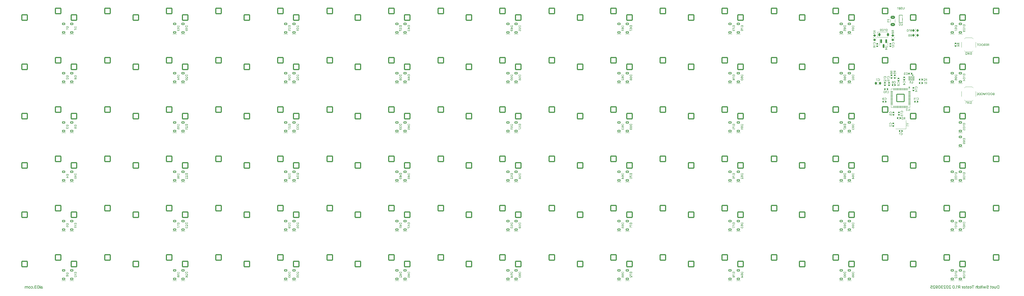
<source format=gbo>
%TF.GenerationSoftware,KiCad,Pcbnew,7.0.7*%
%TF.CreationDate,2023-09-25T11:45:10+09:00*%
%TF.ProjectId,Duet-Switch-Tester,44756574-2d53-4776-9974-63682d546573,rev?*%
%TF.SameCoordinates,Original*%
%TF.FileFunction,Legend,Bot*%
%TF.FilePolarity,Positive*%
%FSLAX46Y46*%
G04 Gerber Fmt 4.6, Leading zero omitted, Abs format (unit mm)*
G04 Created by KiCad (PCBNEW 7.0.7) date 2023-09-25 11:45:10*
%MOMM*%
%LPD*%
G01*
G04 APERTURE LIST*
G04 Aperture macros list*
%AMRoundRect*
0 Rectangle with rounded corners*
0 $1 Rounding radius*
0 $2 $3 $4 $5 $6 $7 $8 $9 X,Y pos of 4 corners*
0 Add a 4 corners polygon primitive as box body*
4,1,4,$2,$3,$4,$5,$6,$7,$8,$9,$2,$3,0*
0 Add four circle primitives for the rounded corners*
1,1,$1+$1,$2,$3*
1,1,$1+$1,$4,$5*
1,1,$1+$1,$6,$7*
1,1,$1+$1,$8,$9*
0 Add four rect primitives between the rounded corners*
20,1,$1+$1,$2,$3,$4,$5,0*
20,1,$1+$1,$4,$5,$6,$7,0*
20,1,$1+$1,$6,$7,$8,$9,0*
20,1,$1+$1,$8,$9,$2,$3,0*%
G04 Aperture macros list end*
%ADD10C,0.150000*%
%ADD11C,0.287500*%
%ADD12C,0.120000*%
%ADD13C,0.100000*%
%ADD14C,0.300000*%
%ADD15C,0.010000*%
%ADD16C,1.701800*%
%ADD17C,3.000000*%
%ADD18C,3.987800*%
%ADD19RoundRect,0.200000X-1.075000X-1.050000X1.075000X-1.050000X1.075000X1.050000X-1.075000X1.050000X0*%
%ADD20C,4.400000*%
%ADD21RoundRect,0.150300X0.449700X-0.299700X0.449700X0.299700X-0.449700X0.299700X-0.449700X-0.299700X0*%
%ADD22RoundRect,0.135000X0.135000X0.185000X-0.135000X0.185000X-0.135000X-0.185000X0.135000X-0.185000X0*%
%ADD23RoundRect,0.050000X-0.250000X0.550000X-0.250000X-0.550000X0.250000X-0.550000X0.250000X0.550000X0*%
%ADD24RoundRect,0.050000X0.250000X0.050000X-0.250000X0.050000X-0.250000X-0.050000X0.250000X-0.050000X0*%
%ADD25RoundRect,0.140000X0.140000X0.170000X-0.140000X0.170000X-0.140000X-0.170000X0.140000X-0.170000X0*%
%ADD26RoundRect,0.225000X0.225000X0.250000X-0.225000X0.250000X-0.225000X-0.250000X0.225000X-0.250000X0*%
%ADD27RoundRect,0.050000X0.387500X0.050000X-0.387500X0.050000X-0.387500X-0.050000X0.387500X-0.050000X0*%
%ADD28RoundRect,0.050000X0.050000X0.387500X-0.050000X0.387500X-0.050000X-0.387500X0.050000X-0.387500X0*%
%ADD29RoundRect,0.144000X1.456000X1.456000X-1.456000X1.456000X-1.456000X-1.456000X1.456000X-1.456000X0*%
%ADD30RoundRect,0.140000X-0.170000X0.140000X-0.170000X-0.140000X0.170000X-0.140000X0.170000X0.140000X0*%
%ADD31RoundRect,0.140000X0.170000X-0.140000X0.170000X0.140000X-0.170000X0.140000X-0.170000X-0.140000X0*%
%ADD32RoundRect,0.200000X0.200000X0.275000X-0.200000X0.275000X-0.200000X-0.275000X0.200000X-0.275000X0*%
%ADD33RoundRect,0.140000X-0.140000X-0.170000X0.140000X-0.170000X0.140000X0.170000X-0.140000X0.170000X0*%
%ADD34RoundRect,0.200000X-0.275000X0.200000X-0.275000X-0.200000X0.275000X-0.200000X0.275000X0.200000X0*%
%ADD35RoundRect,0.135000X-0.185000X0.135000X-0.185000X-0.135000X0.185000X-0.135000X0.185000X0.135000X0*%
%ADD36R,1.700000X1.000000*%
%ADD37RoundRect,0.135000X0.185000X-0.135000X0.185000X0.135000X-0.185000X0.135000X-0.185000X-0.135000X0*%
%ADD38RoundRect,0.150000X-0.150000X0.587500X-0.150000X-0.587500X0.150000X-0.587500X0.150000X0.587500X0*%
%ADD39R,1.400000X1.200000*%
%ADD40RoundRect,0.225000X-0.225000X-0.375000X0.225000X-0.375000X0.225000X0.375000X-0.225000X0.375000X0*%
%ADD41RoundRect,0.250000X0.625000X-0.375000X0.625000X0.375000X-0.625000X0.375000X-0.625000X-0.375000X0*%
%ADD42R,0.700000X1.000000*%
%ADD43R,0.700000X0.600000*%
%ADD44RoundRect,0.135000X-0.135000X-0.185000X0.135000X-0.185000X0.135000X0.185000X-0.135000X0.185000X0*%
%ADD45C,0.650000*%
%ADD46R,0.600000X1.450000*%
%ADD47R,0.300000X1.450000*%
%ADD48O,1.000000X1.600000*%
%ADD49O,1.000000X2.100000*%
%ADD50RoundRect,0.200000X0.275000X-0.200000X0.275000X0.200000X-0.275000X0.200000X-0.275000X-0.200000X0*%
G04 APERTURE END LIST*
D10*
X382100000Y-72100000D02*
G75*
G03*
X382100000Y-72100000I-200000J0D01*
G01*
G36*
X412704501Y-56055501D02*
G01*
X412704501Y-55185837D01*
X412394544Y-55185837D01*
X412382040Y-55185973D01*
X412369803Y-55186382D01*
X412357834Y-55187063D01*
X412346133Y-55188017D01*
X412334699Y-55189243D01*
X412323533Y-55190742D01*
X412312635Y-55192513D01*
X412302004Y-55194557D01*
X412291640Y-55196873D01*
X412281545Y-55199461D01*
X412271717Y-55202322D01*
X412262156Y-55205456D01*
X412252863Y-55208862D01*
X412243838Y-55212541D01*
X412235081Y-55216492D01*
X412226591Y-55220715D01*
X412218341Y-55225153D01*
X412210358Y-55229801D01*
X412202641Y-55234658D01*
X412195190Y-55239724D01*
X412188005Y-55244999D01*
X412181086Y-55250484D01*
X412174433Y-55256178D01*
X412168046Y-55262081D01*
X412161924Y-55268193D01*
X412156069Y-55274514D01*
X412150480Y-55281045D01*
X412145157Y-55287785D01*
X412140100Y-55294734D01*
X412135309Y-55301892D01*
X412130783Y-55309260D01*
X412126524Y-55316837D01*
X412122502Y-55324567D01*
X412118739Y-55332446D01*
X412115236Y-55340475D01*
X412111992Y-55348653D01*
X412109007Y-55356980D01*
X412106283Y-55365456D01*
X412103817Y-55374081D01*
X412101612Y-55382856D01*
X412099665Y-55391780D01*
X412097978Y-55400853D01*
X412096551Y-55410075D01*
X412095383Y-55419446D01*
X412094475Y-55428967D01*
X412093826Y-55438637D01*
X412093437Y-55448456D01*
X412093307Y-55458424D01*
X412093438Y-55468340D01*
X412093830Y-55478105D01*
X412094482Y-55487719D01*
X412095396Y-55497182D01*
X412096571Y-55506494D01*
X412098008Y-55515656D01*
X412099705Y-55524666D01*
X412101663Y-55533526D01*
X412103883Y-55542235D01*
X412106364Y-55550793D01*
X412109106Y-55559200D01*
X412112109Y-55567457D01*
X412115373Y-55575562D01*
X412118898Y-55583517D01*
X412122684Y-55591321D01*
X412126732Y-55598974D01*
X412131016Y-55606421D01*
X412135565Y-55613659D01*
X412140378Y-55620688D01*
X412145455Y-55627507D01*
X412150797Y-55634117D01*
X412156403Y-55640518D01*
X412162274Y-55646710D01*
X412168409Y-55652692D01*
X412174808Y-55658465D01*
X412181472Y-55664029D01*
X412188400Y-55669384D01*
X412195592Y-55674530D01*
X412203049Y-55679466D01*
X412210770Y-55684193D01*
X412218756Y-55688711D01*
X412227006Y-55693020D01*
X412235496Y-55697067D01*
X412244253Y-55700854D01*
X412253279Y-55704379D01*
X412262571Y-55707643D01*
X412272132Y-55710646D01*
X412281960Y-55713388D01*
X412292056Y-55715869D01*
X412302419Y-55718088D01*
X412313050Y-55720047D01*
X412323948Y-55721744D01*
X412335114Y-55723180D01*
X412346548Y-55724355D01*
X412358250Y-55725269D01*
X412370219Y-55725922D01*
X412382455Y-55726314D01*
X412394959Y-55726444D01*
X412629762Y-55726444D01*
X412629762Y-55613506D01*
X412406793Y-55613506D01*
X412395051Y-55613346D01*
X412383724Y-55612864D01*
X412372814Y-55612061D01*
X412362320Y-55610937D01*
X412352242Y-55609492D01*
X412342579Y-55607726D01*
X412333333Y-55605638D01*
X412324503Y-55603230D01*
X412316089Y-55600500D01*
X412308091Y-55597449D01*
X412302990Y-55595237D01*
X412293258Y-55590410D01*
X412284201Y-55585064D01*
X412275819Y-55579199D01*
X412268112Y-55572816D01*
X412261079Y-55565913D01*
X412254721Y-55558491D01*
X412249038Y-55550550D01*
X412244030Y-55542090D01*
X412239650Y-55533153D01*
X412235855Y-55523782D01*
X412232644Y-55513975D01*
X412230016Y-55503735D01*
X412227972Y-55493059D01*
X412226823Y-55484767D01*
X412226002Y-55476231D01*
X412225509Y-55467450D01*
X412225345Y-55458424D01*
X412225513Y-55449314D01*
X412226016Y-55440433D01*
X412226856Y-55431782D01*
X412228031Y-55423362D01*
X412229542Y-55415171D01*
X412232078Y-55404607D01*
X412235212Y-55394452D01*
X412238942Y-55384706D01*
X412243270Y-55375369D01*
X412244445Y-55373098D01*
X412249499Y-55364330D01*
X412255214Y-55356087D01*
X412261592Y-55348370D01*
X412268631Y-55341179D01*
X412276332Y-55334513D01*
X412284694Y-55328372D01*
X412293719Y-55322757D01*
X412303405Y-55317667D01*
X412311137Y-55314217D01*
X412319306Y-55311106D01*
X412327914Y-55308334D01*
X412336959Y-55305902D01*
X412346443Y-55303809D01*
X412356364Y-55302055D01*
X412366723Y-55300641D01*
X412377520Y-55299567D01*
X412388756Y-55298831D01*
X412400429Y-55298435D01*
X412408454Y-55298360D01*
X412573293Y-55298360D01*
X412573293Y-56055501D01*
X412704501Y-56055501D01*
G37*
G36*
X412275170Y-55663124D02*
G01*
X412060298Y-56055501D01*
X412209774Y-56055501D01*
X412420287Y-55663124D01*
X412275170Y-55663124D01*
G37*
G36*
X411937187Y-56055501D02*
G01*
X411937187Y-55185837D01*
X411391805Y-55185837D01*
X411391805Y-55298775D01*
X411805980Y-55298775D01*
X411805980Y-55563681D01*
X411420247Y-55563681D01*
X411420247Y-55676204D01*
X411805980Y-55676204D01*
X411805980Y-55942563D01*
X411386823Y-55942563D01*
X411386823Y-56055501D01*
X411937187Y-56055501D01*
G37*
G36*
X411219699Y-56055501D02*
G01*
X410886284Y-56055501D01*
X410873787Y-56055380D01*
X410861572Y-56055020D01*
X410849639Y-56054420D01*
X410837989Y-56053580D01*
X410826621Y-56052500D01*
X410815535Y-56051180D01*
X410804732Y-56049619D01*
X410794210Y-56047819D01*
X410783971Y-56045779D01*
X410774014Y-56043498D01*
X410764339Y-56040978D01*
X410754947Y-56038217D01*
X410745836Y-56035217D01*
X410737008Y-56031976D01*
X410728462Y-56028495D01*
X410720198Y-56024775D01*
X410712208Y-56020823D01*
X410704482Y-56016701D01*
X410697020Y-56012408D01*
X410689823Y-56007946D01*
X410679523Y-56000932D01*
X410669817Y-55993536D01*
X410660707Y-55985756D01*
X410652191Y-55977593D01*
X410644270Y-55969047D01*
X410636944Y-55960118D01*
X410630213Y-55950805D01*
X410624077Y-55941109D01*
X410620306Y-55934438D01*
X410615105Y-55924231D01*
X410610452Y-55913783D01*
X410606347Y-55903094D01*
X410602789Y-55892165D01*
X410599778Y-55880994D01*
X410597315Y-55869582D01*
X410595399Y-55857930D01*
X410594030Y-55846037D01*
X410593209Y-55833903D01*
X410592936Y-55821528D01*
X410593018Y-55815092D01*
X410723312Y-55815092D01*
X410723471Y-55821872D01*
X410724306Y-55831774D01*
X410725856Y-55841354D01*
X410728121Y-55850614D01*
X410731101Y-55859552D01*
X410734797Y-55868170D01*
X410739207Y-55876466D01*
X410744333Y-55884441D01*
X410750175Y-55892095D01*
X410756731Y-55899428D01*
X410764003Y-55906439D01*
X410769299Y-55910864D01*
X410778027Y-55916965D01*
X410787696Y-55922425D01*
X410798307Y-55927242D01*
X410809860Y-55931417D01*
X410818085Y-55933843D01*
X410826728Y-55935984D01*
X410835790Y-55937840D01*
X410845270Y-55939410D01*
X410855169Y-55940694D01*
X410865486Y-55941693D01*
X410876221Y-55942407D01*
X410887375Y-55942835D01*
X410898948Y-55942978D01*
X411088492Y-55942978D01*
X411088492Y-55664370D01*
X410894380Y-55664370D01*
X410884619Y-55664549D01*
X410875109Y-55665085D01*
X410865852Y-55665979D01*
X410856846Y-55667231D01*
X410848091Y-55668840D01*
X410839589Y-55670807D01*
X410831339Y-55673132D01*
X410823340Y-55675814D01*
X410813067Y-55679947D01*
X410803241Y-55684715D01*
X410793915Y-55690022D01*
X410785140Y-55695770D01*
X410776917Y-55701960D01*
X410769245Y-55708590D01*
X410762125Y-55715662D01*
X410755556Y-55723175D01*
X410749539Y-55731128D01*
X410744073Y-55739524D01*
X410739207Y-55748243D01*
X410734990Y-55757170D01*
X410731422Y-55766305D01*
X410728503Y-55775647D01*
X410726232Y-55785197D01*
X410724610Y-55794954D01*
X410723637Y-55804920D01*
X410723312Y-55815092D01*
X410593018Y-55815092D01*
X410593042Y-55813174D01*
X410593600Y-55800940D01*
X410594635Y-55789064D01*
X410596149Y-55777545D01*
X410598141Y-55766384D01*
X410600611Y-55755581D01*
X410603559Y-55745135D01*
X410606985Y-55735047D01*
X410610890Y-55725317D01*
X410615272Y-55715944D01*
X410620132Y-55706929D01*
X410623562Y-55701122D01*
X410628921Y-55692724D01*
X410634535Y-55684702D01*
X410640404Y-55677057D01*
X410646529Y-55669786D01*
X410652909Y-55662892D01*
X410659545Y-55656374D01*
X410666436Y-55650231D01*
X410673583Y-55644465D01*
X410680985Y-55639074D01*
X410688642Y-55634059D01*
X410691226Y-55632474D01*
X410699003Y-55627993D01*
X410706816Y-55623929D01*
X410714666Y-55620281D01*
X410722552Y-55617049D01*
X410730475Y-55614233D01*
X410741095Y-55611125D01*
X410751781Y-55608757D01*
X410762531Y-55607129D01*
X410773346Y-55606240D01*
X410773346Y-55597728D01*
X410763484Y-55594997D01*
X410753831Y-55591889D01*
X410744385Y-55588406D01*
X410735146Y-55584545D01*
X410726115Y-55580309D01*
X410717292Y-55575696D01*
X410708676Y-55570707D01*
X410700268Y-55565342D01*
X410692123Y-55559506D01*
X410684399Y-55553210D01*
X410677097Y-55546453D01*
X410670217Y-55539235D01*
X410663759Y-55531557D01*
X410657722Y-55523418D01*
X410652107Y-55514819D01*
X410646913Y-55505759D01*
X410642194Y-55496199D01*
X410638103Y-55486101D01*
X410635448Y-55478174D01*
X410633147Y-55469944D01*
X410631200Y-55461411D01*
X410629607Y-55452576D01*
X410628368Y-55443437D01*
X410627483Y-55433996D01*
X410626959Y-55424377D01*
X410755491Y-55424377D01*
X410755822Y-55434738D01*
X410756815Y-55444748D01*
X410758469Y-55454409D01*
X410760785Y-55463718D01*
X410763763Y-55472678D01*
X410767403Y-55481287D01*
X410771704Y-55489546D01*
X410776667Y-55497454D01*
X410782136Y-55504922D01*
X410788060Y-55511961D01*
X410794437Y-55518572D01*
X410801269Y-55524755D01*
X410808554Y-55530509D01*
X410816294Y-55535836D01*
X410824488Y-55540734D01*
X410833136Y-55545204D01*
X410842099Y-55549145D01*
X410851341Y-55552561D01*
X410860861Y-55555451D01*
X410870661Y-55557816D01*
X410880740Y-55559655D01*
X410891097Y-55560969D01*
X410901734Y-55561757D01*
X410912650Y-55562020D01*
X411088492Y-55562020D01*
X411088492Y-55297529D01*
X410909328Y-55297529D01*
X410904476Y-55297565D01*
X410895008Y-55297851D01*
X410885858Y-55298422D01*
X410877023Y-55299278D01*
X410868505Y-55300420D01*
X410860303Y-55301847D01*
X410848592Y-55304523D01*
X410837594Y-55307842D01*
X410827307Y-55311802D01*
X410817732Y-55316405D01*
X410808868Y-55321651D01*
X410800716Y-55327538D01*
X410793276Y-55334068D01*
X410788700Y-55338703D01*
X410782391Y-55345907D01*
X410776745Y-55353415D01*
X410771764Y-55361225D01*
X410767447Y-55369338D01*
X410763794Y-55377754D01*
X410760805Y-55386473D01*
X410758480Y-55395494D01*
X410756820Y-55404819D01*
X410755824Y-55414447D01*
X410755491Y-55424377D01*
X410626959Y-55424377D01*
X410626952Y-55424251D01*
X410626775Y-55414204D01*
X410626894Y-55406185D01*
X410627515Y-55394347D01*
X410628670Y-55382739D01*
X410630357Y-55371361D01*
X410632577Y-55360213D01*
X410635330Y-55349295D01*
X410638616Y-55338606D01*
X410642434Y-55328148D01*
X410646785Y-55317919D01*
X410651669Y-55307921D01*
X410657086Y-55298152D01*
X410663000Y-55288648D01*
X410669455Y-55279519D01*
X410676449Y-55270766D01*
X410683984Y-55262389D01*
X410692059Y-55254388D01*
X410700674Y-55246762D01*
X410709829Y-55239513D01*
X410719524Y-55232639D01*
X410729759Y-55226142D01*
X410740534Y-55220020D01*
X410748018Y-55216148D01*
X410755720Y-55212477D01*
X410763672Y-55209044D01*
X410771875Y-55205847D01*
X410780326Y-55202887D01*
X410789028Y-55200164D01*
X410797979Y-55197677D01*
X410807181Y-55195428D01*
X410816632Y-55193415D01*
X410826332Y-55191639D01*
X410836283Y-55190100D01*
X410846483Y-55188797D01*
X410856933Y-55187732D01*
X410867633Y-55186903D01*
X410878583Y-55186311D01*
X410889782Y-55185956D01*
X410901231Y-55185837D01*
X411219699Y-55185837D01*
X411219699Y-56055501D01*
G37*
G36*
X410091679Y-55174214D02*
G01*
X410105511Y-55174844D01*
X410119154Y-55175894D01*
X410132607Y-55177364D01*
X410145871Y-55179255D01*
X410158944Y-55181565D01*
X410171828Y-55184296D01*
X410184522Y-55187446D01*
X410197026Y-55191017D01*
X410209341Y-55195008D01*
X410221465Y-55199418D01*
X410233400Y-55204249D01*
X410245145Y-55209500D01*
X410256701Y-55215171D01*
X410268066Y-55221262D01*
X410279242Y-55227774D01*
X410290151Y-55234651D01*
X410300769Y-55241891D01*
X410311094Y-55249495D01*
X410321127Y-55257461D01*
X410330868Y-55265792D01*
X410340318Y-55274485D01*
X410349475Y-55283542D01*
X410358340Y-55292962D01*
X410366914Y-55302746D01*
X410375195Y-55312892D01*
X410383185Y-55323402D01*
X410390883Y-55334276D01*
X410398288Y-55345512D01*
X410405402Y-55357113D01*
X410412224Y-55369076D01*
X410418754Y-55381402D01*
X410421883Y-55387695D01*
X410427844Y-55400508D01*
X410433407Y-55413626D01*
X410438573Y-55427049D01*
X410443341Y-55440777D01*
X410447712Y-55454810D01*
X410451686Y-55469148D01*
X410455262Y-55483791D01*
X410458441Y-55498738D01*
X410461223Y-55513991D01*
X410463607Y-55529548D01*
X410465594Y-55545411D01*
X410467184Y-55561578D01*
X410468376Y-55578050D01*
X410468823Y-55586401D01*
X410469170Y-55594828D01*
X410469419Y-55603330D01*
X410469568Y-55611910D01*
X410469617Y-55620565D01*
X410469568Y-55629208D01*
X410469419Y-55637775D01*
X410469170Y-55646267D01*
X410468823Y-55654684D01*
X410467829Y-55671291D01*
X410466438Y-55687596D01*
X410464650Y-55703600D01*
X410462465Y-55719301D01*
X410459882Y-55734702D01*
X410456902Y-55749800D01*
X410453524Y-55764597D01*
X410449749Y-55779092D01*
X410445576Y-55793285D01*
X410441007Y-55807177D01*
X410436040Y-55820767D01*
X410430675Y-55834056D01*
X410424913Y-55847043D01*
X410418754Y-55859728D01*
X410412224Y-55872080D01*
X410405402Y-55884069D01*
X410398288Y-55895695D01*
X410390883Y-55906958D01*
X410383185Y-55917857D01*
X410375195Y-55928393D01*
X410366914Y-55938566D01*
X410358340Y-55948376D01*
X410349475Y-55957822D01*
X410340318Y-55966904D01*
X410330868Y-55975624D01*
X410321127Y-55983980D01*
X410311094Y-55991973D01*
X410300769Y-55999602D01*
X410290151Y-56006869D01*
X410279242Y-56013772D01*
X410268066Y-56020258D01*
X410256701Y-56026325D01*
X410245145Y-56031974D01*
X410233400Y-56037205D01*
X410221465Y-56042017D01*
X410209341Y-56046411D01*
X410197026Y-56050387D01*
X410184522Y-56053943D01*
X410171828Y-56057082D01*
X410158944Y-56059802D01*
X410145871Y-56062103D01*
X410132607Y-56063986D01*
X410119154Y-56065451D01*
X410105511Y-56066497D01*
X410091679Y-56067125D01*
X410077657Y-56067334D01*
X410063685Y-56067125D01*
X410049902Y-56066497D01*
X410036307Y-56065451D01*
X410022900Y-56063986D01*
X410009682Y-56062103D01*
X409996651Y-56059802D01*
X409983809Y-56057082D01*
X409971154Y-56053943D01*
X409958688Y-56050387D01*
X409946410Y-56046411D01*
X409934320Y-56042017D01*
X409922419Y-56037205D01*
X409910705Y-56031974D01*
X409899180Y-56026325D01*
X409887843Y-56020258D01*
X409876693Y-56013772D01*
X409865760Y-56006870D01*
X409855122Y-55999606D01*
X409844779Y-55991980D01*
X409834731Y-55983993D01*
X409824978Y-55975644D01*
X409815521Y-55966934D01*
X409806359Y-55957861D01*
X409797492Y-55948427D01*
X409788920Y-55938632D01*
X409780643Y-55928475D01*
X409772662Y-55917956D01*
X409764975Y-55907075D01*
X409757584Y-55895833D01*
X409750488Y-55884228D01*
X409743688Y-55872263D01*
X409737182Y-55859935D01*
X409734040Y-55853643D01*
X409728055Y-55840828D01*
X409722469Y-55827707D01*
X409717282Y-55814279D01*
X409712494Y-55800544D01*
X409708105Y-55786503D01*
X409704115Y-55772156D01*
X409700524Y-55757502D01*
X409697332Y-55742541D01*
X409694540Y-55727274D01*
X409692146Y-55711700D01*
X409690151Y-55695820D01*
X409688555Y-55679633D01*
X409687358Y-55663140D01*
X409686909Y-55654778D01*
X409686560Y-55646340D01*
X409686310Y-55637825D01*
X409686161Y-55629233D01*
X409686111Y-55620565D01*
X409816072Y-55620565D01*
X409816206Y-55633721D01*
X409816608Y-55646616D01*
X409817277Y-55659250D01*
X409818213Y-55671623D01*
X409819418Y-55683735D01*
X409820890Y-55695586D01*
X409822629Y-55707175D01*
X409824636Y-55718503D01*
X409826911Y-55729571D01*
X409829453Y-55740377D01*
X409832263Y-55750922D01*
X409835341Y-55761205D01*
X409838686Y-55771228D01*
X409842299Y-55780990D01*
X409846179Y-55790490D01*
X409850327Y-55799729D01*
X409854682Y-55808675D01*
X409859235Y-55817347D01*
X409863986Y-55825744D01*
X409868934Y-55833868D01*
X409874081Y-55841717D01*
X409879425Y-55849292D01*
X409884967Y-55856593D01*
X409890707Y-55863620D01*
X409896645Y-55870373D01*
X409902781Y-55876852D01*
X409909114Y-55883057D01*
X409915646Y-55888987D01*
X409922375Y-55894644D01*
X409929302Y-55900026D01*
X409936427Y-55905134D01*
X409943750Y-55909968D01*
X409951207Y-55914519D01*
X409958786Y-55918775D01*
X409966486Y-55922739D01*
X409974307Y-55926408D01*
X409982251Y-55929784D01*
X409990316Y-55932867D01*
X409998503Y-55935656D01*
X410006811Y-55938151D01*
X410015241Y-55940353D01*
X410023792Y-55942261D01*
X410032466Y-55943876D01*
X410041261Y-55945197D01*
X410050177Y-55946224D01*
X410059215Y-55946958D01*
X410068375Y-55947398D01*
X410077657Y-55947545D01*
X410086987Y-55947398D01*
X410096192Y-55946958D01*
X410105270Y-55946224D01*
X410114221Y-55945197D01*
X410123046Y-55943876D01*
X410131744Y-55942261D01*
X410140316Y-55940353D01*
X410148762Y-55938151D01*
X410157081Y-55935656D01*
X410165273Y-55932867D01*
X410173339Y-55929784D01*
X410181278Y-55926408D01*
X410189091Y-55922739D01*
X410196777Y-55918775D01*
X410204337Y-55914519D01*
X410211770Y-55909968D01*
X410219044Y-55905134D01*
X410226124Y-55900026D01*
X410233012Y-55894644D01*
X410239706Y-55888987D01*
X410246208Y-55883057D01*
X410252516Y-55876852D01*
X410258632Y-55870373D01*
X410264554Y-55863620D01*
X410270284Y-55856593D01*
X410275820Y-55849292D01*
X410281164Y-55841717D01*
X410286314Y-55833868D01*
X410291271Y-55825744D01*
X410296036Y-55817347D01*
X410300607Y-55808675D01*
X410304986Y-55799729D01*
X410309134Y-55790490D01*
X410313014Y-55780990D01*
X410316627Y-55771228D01*
X410319972Y-55761205D01*
X410323050Y-55750922D01*
X410325860Y-55740377D01*
X410328402Y-55729571D01*
X410330677Y-55718503D01*
X410332684Y-55707175D01*
X410334423Y-55695586D01*
X410335895Y-55683735D01*
X410337100Y-55671623D01*
X410338036Y-55659250D01*
X410338705Y-55646616D01*
X410339107Y-55633721D01*
X410339241Y-55620565D01*
X410339107Y-55607434D01*
X410338705Y-55594562D01*
X410338036Y-55581950D01*
X410337100Y-55569598D01*
X410335895Y-55557505D01*
X410334423Y-55545671D01*
X410332684Y-55534097D01*
X410330677Y-55522782D01*
X410328402Y-55511727D01*
X410325860Y-55500932D01*
X410323050Y-55490396D01*
X410319972Y-55480119D01*
X410316627Y-55470102D01*
X410313014Y-55460345D01*
X410309134Y-55450847D01*
X410304986Y-55441608D01*
X410300607Y-55432637D01*
X410296036Y-55423942D01*
X410291271Y-55415523D01*
X410286314Y-55407379D01*
X410281164Y-55399511D01*
X410275820Y-55391919D01*
X410270284Y-55384603D01*
X410264554Y-55377562D01*
X410258632Y-55370797D01*
X410252516Y-55364307D01*
X410246208Y-55358094D01*
X410239706Y-55352156D01*
X410233012Y-55346494D01*
X410226124Y-55341107D01*
X410219044Y-55335997D01*
X410211770Y-55331162D01*
X410204337Y-55326611D01*
X410196777Y-55322355D01*
X410189091Y-55318391D01*
X410181278Y-55314722D01*
X410173339Y-55311346D01*
X410165273Y-55308263D01*
X410157081Y-55305474D01*
X410148762Y-55302979D01*
X410140316Y-55300777D01*
X410131744Y-55298869D01*
X410123046Y-55297255D01*
X410114221Y-55295933D01*
X410105270Y-55294906D01*
X410096192Y-55294172D01*
X410086987Y-55293732D01*
X410077657Y-55293585D01*
X410068375Y-55293732D01*
X410059215Y-55294172D01*
X410050177Y-55294906D01*
X410041261Y-55295933D01*
X410032466Y-55297255D01*
X410023792Y-55298869D01*
X410015241Y-55300777D01*
X410006811Y-55302979D01*
X409998503Y-55305474D01*
X409990316Y-55308263D01*
X409982251Y-55311346D01*
X409974307Y-55314722D01*
X409966486Y-55318391D01*
X409958786Y-55322355D01*
X409951207Y-55326611D01*
X409943750Y-55331162D01*
X409936427Y-55335997D01*
X409929302Y-55341107D01*
X409922375Y-55346494D01*
X409915646Y-55352156D01*
X409909114Y-55358094D01*
X409902781Y-55364307D01*
X409896645Y-55370797D01*
X409890707Y-55377562D01*
X409884967Y-55384603D01*
X409879425Y-55391919D01*
X409874081Y-55399511D01*
X409868934Y-55407379D01*
X409863986Y-55415523D01*
X409859235Y-55423942D01*
X409854682Y-55432637D01*
X409850327Y-55441608D01*
X409846179Y-55450847D01*
X409842299Y-55460345D01*
X409838686Y-55470102D01*
X409835341Y-55480119D01*
X409832263Y-55490396D01*
X409829453Y-55500932D01*
X409826911Y-55511727D01*
X409824636Y-55522782D01*
X409822629Y-55534097D01*
X409820890Y-55545671D01*
X409819418Y-55557505D01*
X409818213Y-55569598D01*
X409817277Y-55581950D01*
X409816608Y-55594562D01*
X409816206Y-55607434D01*
X409816072Y-55620565D01*
X409686111Y-55620565D01*
X409686161Y-55611910D01*
X409686310Y-55603330D01*
X409686560Y-55594828D01*
X409686909Y-55586401D01*
X409687906Y-55569776D01*
X409689303Y-55553456D01*
X409691098Y-55537441D01*
X409693293Y-55521731D01*
X409695886Y-55506326D01*
X409698879Y-55491226D01*
X409702270Y-55476431D01*
X409706060Y-55461941D01*
X409710250Y-55447755D01*
X409714838Y-55433875D01*
X409719826Y-55420299D01*
X409725212Y-55407029D01*
X409730998Y-55394063D01*
X409737182Y-55381402D01*
X409743688Y-55369076D01*
X409750488Y-55357113D01*
X409757584Y-55345512D01*
X409764975Y-55334276D01*
X409772662Y-55323402D01*
X409780643Y-55312892D01*
X409788920Y-55302746D01*
X409797492Y-55292962D01*
X409806359Y-55283542D01*
X409815521Y-55274485D01*
X409824978Y-55265792D01*
X409834731Y-55257461D01*
X409844779Y-55249495D01*
X409855122Y-55241891D01*
X409865760Y-55234651D01*
X409876693Y-55227774D01*
X409887843Y-55221262D01*
X409899180Y-55215171D01*
X409910705Y-55209500D01*
X409922419Y-55204249D01*
X409934320Y-55199418D01*
X409946410Y-55195008D01*
X409958688Y-55191017D01*
X409971154Y-55187446D01*
X409983809Y-55184296D01*
X409996651Y-55181565D01*
X410009682Y-55179255D01*
X410022900Y-55177364D01*
X410036307Y-55175894D01*
X410049902Y-55174844D01*
X410063685Y-55174214D01*
X410077657Y-55174004D01*
X410091679Y-55174214D01*
G37*
G36*
X409178211Y-55174214D02*
G01*
X409192043Y-55174844D01*
X409205686Y-55175894D01*
X409219139Y-55177364D01*
X409232402Y-55179255D01*
X409245476Y-55181565D01*
X409258360Y-55184296D01*
X409271054Y-55187446D01*
X409283558Y-55191017D01*
X409295872Y-55195008D01*
X409307997Y-55199418D01*
X409319932Y-55204249D01*
X409331677Y-55209500D01*
X409343233Y-55215171D01*
X409354598Y-55221262D01*
X409365774Y-55227774D01*
X409376683Y-55234651D01*
X409387300Y-55241891D01*
X409397625Y-55249495D01*
X409407659Y-55257461D01*
X409417400Y-55265792D01*
X409426849Y-55274485D01*
X409436007Y-55283542D01*
X409444872Y-55292962D01*
X409453446Y-55302746D01*
X409461727Y-55312892D01*
X409469717Y-55323402D01*
X409477414Y-55334276D01*
X409484820Y-55345512D01*
X409491934Y-55357113D01*
X409498756Y-55369076D01*
X409505286Y-55381402D01*
X409508415Y-55387695D01*
X409514375Y-55400508D01*
X409519939Y-55413626D01*
X409525105Y-55427049D01*
X409529873Y-55440777D01*
X409534244Y-55454810D01*
X409538218Y-55469148D01*
X409541794Y-55483791D01*
X409544973Y-55498738D01*
X409547755Y-55513991D01*
X409550139Y-55529548D01*
X409552126Y-55545411D01*
X409553715Y-55561578D01*
X409554907Y-55578050D01*
X409555354Y-55586401D01*
X409555702Y-55594828D01*
X409555951Y-55603330D01*
X409556100Y-55611910D01*
X409556149Y-55620565D01*
X409556100Y-55629208D01*
X409555951Y-55637775D01*
X409555702Y-55646267D01*
X409555354Y-55654684D01*
X409554361Y-55671291D01*
X409552970Y-55687596D01*
X409551182Y-55703600D01*
X409548996Y-55719301D01*
X409546414Y-55734702D01*
X409543433Y-55749800D01*
X409540056Y-55764597D01*
X409536281Y-55779092D01*
X409532108Y-55793285D01*
X409527538Y-55807177D01*
X409522571Y-55820767D01*
X409517207Y-55834056D01*
X409511445Y-55847043D01*
X409505286Y-55859728D01*
X409498756Y-55872080D01*
X409491934Y-55884069D01*
X409484820Y-55895695D01*
X409477414Y-55906958D01*
X409469717Y-55917857D01*
X409461727Y-55928393D01*
X409453446Y-55938566D01*
X409444872Y-55948376D01*
X409436007Y-55957822D01*
X409426849Y-55966904D01*
X409417400Y-55975624D01*
X409407659Y-55983980D01*
X409397625Y-55991973D01*
X409387300Y-55999602D01*
X409376683Y-56006869D01*
X409365774Y-56013772D01*
X409354598Y-56020258D01*
X409343233Y-56026325D01*
X409331677Y-56031974D01*
X409319932Y-56037205D01*
X409307997Y-56042017D01*
X409295872Y-56046411D01*
X409283558Y-56050387D01*
X409271054Y-56053943D01*
X409258360Y-56057082D01*
X409245476Y-56059802D01*
X409232402Y-56062103D01*
X409219139Y-56063986D01*
X409205686Y-56065451D01*
X409192043Y-56066497D01*
X409178211Y-56067125D01*
X409164188Y-56067334D01*
X409150217Y-56067125D01*
X409136434Y-56066497D01*
X409122839Y-56065451D01*
X409109432Y-56063986D01*
X409096213Y-56062103D01*
X409083183Y-56059802D01*
X409070340Y-56057082D01*
X409057686Y-56053943D01*
X409045220Y-56050387D01*
X409032942Y-56046411D01*
X409020852Y-56042017D01*
X409008951Y-56037205D01*
X408997237Y-56031974D01*
X408985712Y-56026325D01*
X408974374Y-56020258D01*
X408963225Y-56013772D01*
X408952292Y-56006870D01*
X408941654Y-55999606D01*
X408931311Y-55991980D01*
X408921263Y-55983993D01*
X408911510Y-55975644D01*
X408902053Y-55966934D01*
X408892890Y-55957861D01*
X408884023Y-55948427D01*
X408875452Y-55938632D01*
X408867175Y-55928475D01*
X408859193Y-55917956D01*
X408851507Y-55907075D01*
X408844116Y-55895833D01*
X408837020Y-55884228D01*
X408830219Y-55872263D01*
X408823714Y-55859935D01*
X408820572Y-55853643D01*
X408814587Y-55840828D01*
X408809001Y-55827707D01*
X408803814Y-55814279D01*
X408799026Y-55800544D01*
X408794637Y-55786503D01*
X408790647Y-55772156D01*
X408787056Y-55757502D01*
X408783864Y-55742541D01*
X408781071Y-55727274D01*
X408778677Y-55711700D01*
X408776682Y-55695820D01*
X408775086Y-55679633D01*
X408773889Y-55663140D01*
X408773441Y-55654778D01*
X408773091Y-55646340D01*
X408772842Y-55637825D01*
X408772692Y-55629233D01*
X408772643Y-55620565D01*
X408902604Y-55620565D01*
X408902738Y-55633721D01*
X408903139Y-55646616D01*
X408903808Y-55659250D01*
X408904745Y-55671623D01*
X408905949Y-55683735D01*
X408907421Y-55695586D01*
X408909161Y-55707175D01*
X408911168Y-55718503D01*
X408913443Y-55729571D01*
X408915985Y-55740377D01*
X408918795Y-55750922D01*
X408921873Y-55761205D01*
X408925218Y-55771228D01*
X408928831Y-55780990D01*
X408932711Y-55790490D01*
X408936859Y-55799729D01*
X408941214Y-55808675D01*
X408945767Y-55817347D01*
X408950517Y-55825744D01*
X408955466Y-55833868D01*
X408960612Y-55841717D01*
X408965957Y-55849292D01*
X408971499Y-55856593D01*
X408977239Y-55863620D01*
X408983177Y-55870373D01*
X408989312Y-55876852D01*
X408995646Y-55883057D01*
X409002177Y-55888987D01*
X409008907Y-55894644D01*
X409015834Y-55900026D01*
X409022959Y-55905134D01*
X409030282Y-55909968D01*
X409037739Y-55914519D01*
X409045317Y-55918775D01*
X409053017Y-55922739D01*
X409060839Y-55926408D01*
X409068783Y-55929784D01*
X409076848Y-55932867D01*
X409085034Y-55935656D01*
X409093343Y-55938151D01*
X409101773Y-55940353D01*
X409110324Y-55942261D01*
X409118997Y-55943876D01*
X409127792Y-55945197D01*
X409136709Y-55946224D01*
X409145747Y-55946958D01*
X409154907Y-55947398D01*
X409164188Y-55947545D01*
X409173519Y-55947398D01*
X409182724Y-55946958D01*
X409191802Y-55946224D01*
X409200753Y-55945197D01*
X409209578Y-55943876D01*
X409218276Y-55942261D01*
X409226848Y-55940353D01*
X409235293Y-55938151D01*
X409243612Y-55935656D01*
X409251805Y-55932867D01*
X409259870Y-55929784D01*
X409267810Y-55926408D01*
X409275623Y-55922739D01*
X409283309Y-55918775D01*
X409290869Y-55914519D01*
X409298302Y-55909968D01*
X409305576Y-55905134D01*
X409312656Y-55900026D01*
X409319544Y-55894644D01*
X409326238Y-55888987D01*
X409332740Y-55883057D01*
X409339048Y-55876852D01*
X409345163Y-55870373D01*
X409351086Y-55863620D01*
X409356815Y-55856593D01*
X409362352Y-55849292D01*
X409367695Y-55841717D01*
X409372846Y-55833868D01*
X409377803Y-55825744D01*
X409382568Y-55817347D01*
X409387139Y-55808675D01*
X409391517Y-55799729D01*
X409395665Y-55790490D01*
X409399546Y-55780990D01*
X409403159Y-55771228D01*
X409406504Y-55761205D01*
X409409581Y-55750922D01*
X409412391Y-55740377D01*
X409414934Y-55729571D01*
X409417209Y-55718503D01*
X409419216Y-55707175D01*
X409420955Y-55695586D01*
X409422427Y-55683735D01*
X409423631Y-55671623D01*
X409424568Y-55659250D01*
X409425237Y-55646616D01*
X409425639Y-55633721D01*
X409425772Y-55620565D01*
X409425639Y-55607434D01*
X409425237Y-55594562D01*
X409424568Y-55581950D01*
X409423631Y-55569598D01*
X409422427Y-55557505D01*
X409420955Y-55545671D01*
X409419216Y-55534097D01*
X409417209Y-55522782D01*
X409414934Y-55511727D01*
X409412391Y-55500932D01*
X409409581Y-55490396D01*
X409406504Y-55480119D01*
X409403159Y-55470102D01*
X409399546Y-55460345D01*
X409395665Y-55450847D01*
X409391517Y-55441608D01*
X409387139Y-55432637D01*
X409382568Y-55423942D01*
X409377803Y-55415523D01*
X409372846Y-55407379D01*
X409367695Y-55399511D01*
X409362352Y-55391919D01*
X409356815Y-55384603D01*
X409351086Y-55377562D01*
X409345163Y-55370797D01*
X409339048Y-55364307D01*
X409332740Y-55358094D01*
X409326238Y-55352156D01*
X409319544Y-55346494D01*
X409312656Y-55341107D01*
X409305576Y-55335997D01*
X409298302Y-55331162D01*
X409290869Y-55326611D01*
X409283309Y-55322355D01*
X409275623Y-55318391D01*
X409267810Y-55314722D01*
X409259870Y-55311346D01*
X409251805Y-55308263D01*
X409243612Y-55305474D01*
X409235293Y-55302979D01*
X409226848Y-55300777D01*
X409218276Y-55298869D01*
X409209578Y-55297255D01*
X409200753Y-55295933D01*
X409191802Y-55294906D01*
X409182724Y-55294172D01*
X409173519Y-55293732D01*
X409164188Y-55293585D01*
X409154907Y-55293732D01*
X409145747Y-55294172D01*
X409136709Y-55294906D01*
X409127792Y-55295933D01*
X409118997Y-55297255D01*
X409110324Y-55298869D01*
X409101773Y-55300777D01*
X409093343Y-55302979D01*
X409085034Y-55305474D01*
X409076848Y-55308263D01*
X409068783Y-55311346D01*
X409060839Y-55314722D01*
X409053017Y-55318391D01*
X409045317Y-55322355D01*
X409037739Y-55326611D01*
X409030282Y-55331162D01*
X409022959Y-55335997D01*
X409015834Y-55341107D01*
X409008907Y-55346494D01*
X409002177Y-55352156D01*
X408995646Y-55358094D01*
X408989312Y-55364307D01*
X408983177Y-55370797D01*
X408977239Y-55377562D01*
X408971499Y-55384603D01*
X408965957Y-55391919D01*
X408960612Y-55399511D01*
X408955466Y-55407379D01*
X408950517Y-55415523D01*
X408945767Y-55423942D01*
X408941214Y-55432637D01*
X408936859Y-55441608D01*
X408932711Y-55450847D01*
X408928831Y-55460345D01*
X408925218Y-55470102D01*
X408921873Y-55480119D01*
X408918795Y-55490396D01*
X408915985Y-55500932D01*
X408913443Y-55511727D01*
X408911168Y-55522782D01*
X408909161Y-55534097D01*
X408907421Y-55545671D01*
X408905949Y-55557505D01*
X408904745Y-55569598D01*
X408903808Y-55581950D01*
X408903139Y-55594562D01*
X408902738Y-55607434D01*
X408902604Y-55620565D01*
X408772643Y-55620565D01*
X408772692Y-55611910D01*
X408772842Y-55603330D01*
X408773091Y-55594828D01*
X408773441Y-55586401D01*
X408774438Y-55569776D01*
X408775835Y-55553456D01*
X408777630Y-55537441D01*
X408779824Y-55521731D01*
X408782418Y-55506326D01*
X408785410Y-55491226D01*
X408788802Y-55476431D01*
X408792592Y-55461941D01*
X408796782Y-55447755D01*
X408801370Y-55433875D01*
X408806358Y-55420299D01*
X408811744Y-55407029D01*
X408817529Y-55394063D01*
X408823714Y-55381402D01*
X408830219Y-55369076D01*
X408837020Y-55357113D01*
X408844116Y-55345512D01*
X408851507Y-55334276D01*
X408859193Y-55323402D01*
X408867175Y-55312892D01*
X408875452Y-55302746D01*
X408884023Y-55292962D01*
X408892890Y-55283542D01*
X408902053Y-55274485D01*
X408911510Y-55265792D01*
X408921263Y-55257461D01*
X408931311Y-55249495D01*
X408941654Y-55241891D01*
X408952292Y-55234651D01*
X408963225Y-55227774D01*
X408974374Y-55221262D01*
X408985712Y-55215171D01*
X408997237Y-55209500D01*
X409008951Y-55204249D01*
X409020852Y-55199418D01*
X409032942Y-55195008D01*
X409045220Y-55191017D01*
X409057686Y-55187446D01*
X409070340Y-55184296D01*
X409083183Y-55181565D01*
X409096213Y-55179255D01*
X409109432Y-55177364D01*
X409122839Y-55175894D01*
X409136434Y-55174844D01*
X409150217Y-55174214D01*
X409164188Y-55174004D01*
X409178211Y-55174214D01*
G37*
G36*
X408693129Y-55298775D02*
G01*
X408693129Y-55185837D01*
X408020069Y-55185837D01*
X408020069Y-55298775D01*
X408291411Y-55298775D01*
X408291411Y-56055501D01*
X408422203Y-56055501D01*
X408422203Y-55298775D01*
X408693129Y-55298775D01*
G37*
G36*
X414704501Y-75055501D02*
G01*
X414371085Y-75055501D01*
X414358588Y-75055380D01*
X414346373Y-75055020D01*
X414334440Y-75054420D01*
X414322790Y-75053580D01*
X414311422Y-75052500D01*
X414300336Y-75051180D01*
X414289533Y-75049619D01*
X414279011Y-75047819D01*
X414268772Y-75045779D01*
X414258815Y-75043498D01*
X414249140Y-75040978D01*
X414239748Y-75038217D01*
X414230637Y-75035217D01*
X414221809Y-75031976D01*
X414213263Y-75028495D01*
X414205000Y-75024775D01*
X414197009Y-75020823D01*
X414189283Y-75016701D01*
X414181821Y-75012408D01*
X414174624Y-75007946D01*
X414164324Y-75000932D01*
X414154618Y-74993536D01*
X414145508Y-74985756D01*
X414136992Y-74977593D01*
X414129071Y-74969047D01*
X414121745Y-74960118D01*
X414115014Y-74950805D01*
X414108878Y-74941109D01*
X414105107Y-74934438D01*
X414099906Y-74924231D01*
X414095254Y-74913783D01*
X414091148Y-74903094D01*
X414087590Y-74892165D01*
X414084579Y-74880994D01*
X414082116Y-74869582D01*
X414080200Y-74857930D01*
X414078832Y-74846037D01*
X414078010Y-74833903D01*
X414077737Y-74821528D01*
X414077819Y-74815092D01*
X414208114Y-74815092D01*
X414208273Y-74821872D01*
X414209107Y-74831774D01*
X414210657Y-74841354D01*
X414212922Y-74850614D01*
X414215902Y-74859552D01*
X414219598Y-74868170D01*
X414224008Y-74876466D01*
X414229135Y-74884441D01*
X414234976Y-74892095D01*
X414241533Y-74899428D01*
X414248804Y-74906439D01*
X414254100Y-74910864D01*
X414262828Y-74916965D01*
X414272498Y-74922425D01*
X414283109Y-74927242D01*
X414294661Y-74931417D01*
X414302886Y-74933843D01*
X414311529Y-74935984D01*
X414320591Y-74937840D01*
X414330071Y-74939410D01*
X414339970Y-74940694D01*
X414350287Y-74941693D01*
X414361022Y-74942407D01*
X414372176Y-74942835D01*
X414383749Y-74942978D01*
X414573293Y-74942978D01*
X414573293Y-74664370D01*
X414379181Y-74664370D01*
X414369420Y-74664549D01*
X414359910Y-74665085D01*
X414350653Y-74665979D01*
X414341647Y-74667231D01*
X414332893Y-74668840D01*
X414324390Y-74670807D01*
X414316140Y-74673132D01*
X414308141Y-74675814D01*
X414297868Y-74679947D01*
X414288042Y-74684715D01*
X414278716Y-74690022D01*
X414269941Y-74695770D01*
X414261718Y-74701960D01*
X414254047Y-74708590D01*
X414246926Y-74715662D01*
X414240357Y-74723175D01*
X414234340Y-74731128D01*
X414228874Y-74739524D01*
X414224008Y-74748243D01*
X414219791Y-74757170D01*
X414216223Y-74766305D01*
X414213304Y-74775647D01*
X414211033Y-74785197D01*
X414209411Y-74794954D01*
X414208438Y-74804920D01*
X414208114Y-74815092D01*
X414077819Y-74815092D01*
X414077843Y-74813174D01*
X414078401Y-74800940D01*
X414079437Y-74789064D01*
X414080950Y-74777545D01*
X414082942Y-74766384D01*
X414085412Y-74755581D01*
X414088360Y-74745135D01*
X414091786Y-74735047D01*
X414095691Y-74725317D01*
X414100073Y-74715944D01*
X414104933Y-74706929D01*
X414108364Y-74701122D01*
X414113722Y-74692724D01*
X414119336Y-74684702D01*
X414125205Y-74677057D01*
X414131330Y-74669786D01*
X414137710Y-74662892D01*
X414144346Y-74656374D01*
X414151237Y-74650231D01*
X414158384Y-74644465D01*
X414165786Y-74639074D01*
X414173443Y-74634059D01*
X414176027Y-74632474D01*
X414183804Y-74627993D01*
X414191617Y-74623929D01*
X414199467Y-74620281D01*
X414207353Y-74617049D01*
X414215276Y-74614233D01*
X414225896Y-74611125D01*
X414236582Y-74608757D01*
X414247332Y-74607129D01*
X414258147Y-74606240D01*
X414258147Y-74597728D01*
X414248285Y-74594997D01*
X414238632Y-74591889D01*
X414229186Y-74588406D01*
X414219947Y-74584545D01*
X414210916Y-74580309D01*
X414202093Y-74575696D01*
X414193477Y-74570707D01*
X414185069Y-74565342D01*
X414176924Y-74559506D01*
X414169200Y-74553210D01*
X414161898Y-74546453D01*
X414155018Y-74539235D01*
X414148560Y-74531557D01*
X414142523Y-74523418D01*
X414136908Y-74514819D01*
X414131714Y-74505759D01*
X414126995Y-74496199D01*
X414122904Y-74486101D01*
X414120249Y-74478174D01*
X414117948Y-74469944D01*
X414116001Y-74461411D01*
X414114408Y-74452576D01*
X414113170Y-74443437D01*
X414112285Y-74433996D01*
X414111761Y-74424377D01*
X414240293Y-74424377D01*
X414240623Y-74434738D01*
X414241616Y-74444748D01*
X414243270Y-74454409D01*
X414245587Y-74463718D01*
X414248564Y-74472678D01*
X414252204Y-74481287D01*
X414256505Y-74489546D01*
X414261468Y-74497454D01*
X414266938Y-74504922D01*
X414272861Y-74511961D01*
X414279238Y-74518572D01*
X414286070Y-74524755D01*
X414293355Y-74530509D01*
X414301095Y-74535836D01*
X414309289Y-74540734D01*
X414317937Y-74545204D01*
X414326900Y-74549145D01*
X414336142Y-74552561D01*
X414345663Y-74555451D01*
X414355462Y-74557816D01*
X414365541Y-74559655D01*
X414375899Y-74560969D01*
X414386535Y-74561757D01*
X414397451Y-74562020D01*
X414573293Y-74562020D01*
X414573293Y-74297529D01*
X414394129Y-74297529D01*
X414389277Y-74297565D01*
X414379810Y-74297851D01*
X414370659Y-74298422D01*
X414361824Y-74299278D01*
X414353306Y-74300420D01*
X414345104Y-74301847D01*
X414333394Y-74304523D01*
X414322395Y-74307842D01*
X414312108Y-74311802D01*
X414302533Y-74316405D01*
X414293669Y-74321651D01*
X414285517Y-74327538D01*
X414278077Y-74334068D01*
X414273502Y-74338703D01*
X414267192Y-74345907D01*
X414261546Y-74353415D01*
X414256565Y-74361225D01*
X414252248Y-74369338D01*
X414248595Y-74377754D01*
X414245606Y-74386473D01*
X414243281Y-74395494D01*
X414241621Y-74404819D01*
X414240625Y-74414447D01*
X414240293Y-74424377D01*
X414111761Y-74424377D01*
X414111754Y-74424251D01*
X414111577Y-74414204D01*
X414111695Y-74406185D01*
X414112317Y-74394347D01*
X414113471Y-74382739D01*
X414115158Y-74371361D01*
X414117378Y-74360213D01*
X414120131Y-74349295D01*
X414123417Y-74338606D01*
X414127235Y-74328148D01*
X414131586Y-74317919D01*
X414136470Y-74307921D01*
X414141887Y-74298152D01*
X414147801Y-74288648D01*
X414154256Y-74279519D01*
X414161251Y-74270766D01*
X414168785Y-74262389D01*
X414176860Y-74254388D01*
X414185475Y-74246762D01*
X414194630Y-74239513D01*
X414204325Y-74232639D01*
X414214560Y-74226142D01*
X414225335Y-74220020D01*
X414232819Y-74216148D01*
X414240521Y-74212477D01*
X414248474Y-74209044D01*
X414256676Y-74205847D01*
X414265128Y-74202887D01*
X414273829Y-74200164D01*
X414282781Y-74197677D01*
X414291982Y-74195428D01*
X414301433Y-74193415D01*
X414311133Y-74191639D01*
X414321084Y-74190100D01*
X414331284Y-74188797D01*
X414341734Y-74187732D01*
X414352434Y-74186903D01*
X414363384Y-74186311D01*
X414374583Y-74185956D01*
X414386032Y-74185837D01*
X414704501Y-74185837D01*
X414704501Y-75055501D01*
G37*
G36*
X413576480Y-74174214D02*
G01*
X413590313Y-74174844D01*
X413603955Y-74175894D01*
X413617408Y-74177364D01*
X413630672Y-74179255D01*
X413643745Y-74181565D01*
X413656629Y-74184296D01*
X413669323Y-74187446D01*
X413681827Y-74191017D01*
X413694142Y-74195008D01*
X413706266Y-74199418D01*
X413718201Y-74204249D01*
X413729947Y-74209500D01*
X413741502Y-74215171D01*
X413752868Y-74221262D01*
X413764043Y-74227774D01*
X413774953Y-74234651D01*
X413785570Y-74241891D01*
X413795895Y-74249495D01*
X413805928Y-74257461D01*
X413815669Y-74265792D01*
X413825119Y-74274485D01*
X413834276Y-74283542D01*
X413843142Y-74292962D01*
X413851715Y-74302746D01*
X413859997Y-74312892D01*
X413867986Y-74323402D01*
X413875684Y-74334276D01*
X413883090Y-74345512D01*
X413890203Y-74357113D01*
X413897025Y-74369076D01*
X413903555Y-74381402D01*
X413906684Y-74387695D01*
X413912645Y-74400508D01*
X413918208Y-74413626D01*
X413923374Y-74427049D01*
X413928142Y-74440777D01*
X413932513Y-74454810D01*
X413936487Y-74469148D01*
X413940063Y-74483791D01*
X413943242Y-74498738D01*
X413946024Y-74513991D01*
X413948408Y-74529548D01*
X413950395Y-74545411D01*
X413951985Y-74561578D01*
X413953177Y-74578050D01*
X413953624Y-74586401D01*
X413953972Y-74594828D01*
X413954220Y-74603330D01*
X413954369Y-74611910D01*
X413954419Y-74620565D01*
X413954369Y-74629208D01*
X413954220Y-74637775D01*
X413953972Y-74646267D01*
X413953624Y-74654684D01*
X413952630Y-74671291D01*
X413951240Y-74687596D01*
X413949451Y-74703600D01*
X413947266Y-74719301D01*
X413944683Y-74734702D01*
X413941703Y-74749800D01*
X413938325Y-74764597D01*
X413934550Y-74779092D01*
X413930378Y-74793285D01*
X413925808Y-74807177D01*
X413920841Y-74820767D01*
X413915476Y-74834056D01*
X413909714Y-74847043D01*
X413903555Y-74859728D01*
X413897025Y-74872080D01*
X413890203Y-74884069D01*
X413883090Y-74895695D01*
X413875684Y-74906958D01*
X413867986Y-74917857D01*
X413859997Y-74928393D01*
X413851715Y-74938566D01*
X413843142Y-74948376D01*
X413834276Y-74957822D01*
X413825119Y-74966904D01*
X413815669Y-74975624D01*
X413805928Y-74983980D01*
X413795895Y-74991973D01*
X413785570Y-74999602D01*
X413774953Y-75006869D01*
X413764043Y-75013772D01*
X413752868Y-75020258D01*
X413741502Y-75026325D01*
X413729947Y-75031974D01*
X413718201Y-75037205D01*
X413706266Y-75042017D01*
X413694142Y-75046411D01*
X413681827Y-75050387D01*
X413669323Y-75053943D01*
X413656629Y-75057082D01*
X413643745Y-75059802D01*
X413630672Y-75062103D01*
X413617408Y-75063986D01*
X413603955Y-75065451D01*
X413590313Y-75066497D01*
X413576480Y-75067125D01*
X413562458Y-75067334D01*
X413548486Y-75067125D01*
X413534703Y-75066497D01*
X413521108Y-75065451D01*
X413507701Y-75063986D01*
X413494483Y-75062103D01*
X413481452Y-75059802D01*
X413468610Y-75057082D01*
X413455956Y-75053943D01*
X413443489Y-75050387D01*
X413431211Y-75046411D01*
X413419122Y-75042017D01*
X413407220Y-75037205D01*
X413395506Y-75031974D01*
X413383981Y-75026325D01*
X413372644Y-75020258D01*
X413361495Y-75013772D01*
X413350561Y-75006870D01*
X413339923Y-74999606D01*
X413329580Y-74991980D01*
X413319532Y-74983993D01*
X413309780Y-74975644D01*
X413300322Y-74966934D01*
X413291160Y-74957861D01*
X413282293Y-74948427D01*
X413273721Y-74938632D01*
X413265444Y-74928475D01*
X413257463Y-74917956D01*
X413249776Y-74907075D01*
X413242385Y-74895833D01*
X413235289Y-74884228D01*
X413228489Y-74872263D01*
X413221983Y-74859935D01*
X413218841Y-74853643D01*
X413212856Y-74840828D01*
X413207270Y-74827707D01*
X413202083Y-74814279D01*
X413197295Y-74800544D01*
X413192906Y-74786503D01*
X413188917Y-74772156D01*
X413185326Y-74757502D01*
X413182134Y-74742541D01*
X413179341Y-74727274D01*
X413176947Y-74711700D01*
X413174952Y-74695820D01*
X413173356Y-74679633D01*
X413172159Y-74663140D01*
X413171710Y-74654778D01*
X413171361Y-74646340D01*
X413171111Y-74637825D01*
X413170962Y-74629233D01*
X413170912Y-74620565D01*
X413300874Y-74620565D01*
X413301007Y-74633721D01*
X413301409Y-74646616D01*
X413302078Y-74659250D01*
X413303014Y-74671623D01*
X413304219Y-74683735D01*
X413305691Y-74695586D01*
X413307430Y-74707175D01*
X413309437Y-74718503D01*
X413311712Y-74729571D01*
X413314254Y-74740377D01*
X413317064Y-74750922D01*
X413320142Y-74761205D01*
X413323487Y-74771228D01*
X413327100Y-74780990D01*
X413330981Y-74790490D01*
X413335129Y-74799729D01*
X413339483Y-74808675D01*
X413344036Y-74817347D01*
X413348787Y-74825744D01*
X413353735Y-74833868D01*
X413358882Y-74841717D01*
X413364226Y-74849292D01*
X413369768Y-74856593D01*
X413375508Y-74863620D01*
X413381446Y-74870373D01*
X413387582Y-74876852D01*
X413393915Y-74883057D01*
X413400447Y-74888987D01*
X413407176Y-74894644D01*
X413414103Y-74900026D01*
X413421228Y-74905134D01*
X413428551Y-74909968D01*
X413436008Y-74914519D01*
X413443587Y-74918775D01*
X413451287Y-74922739D01*
X413459109Y-74926408D01*
X413467052Y-74929784D01*
X413475117Y-74932867D01*
X413483304Y-74935656D01*
X413491612Y-74938151D01*
X413500042Y-74940353D01*
X413508593Y-74942261D01*
X413517267Y-74943876D01*
X413526062Y-74945197D01*
X413534978Y-74946224D01*
X413544016Y-74946958D01*
X413553176Y-74947398D01*
X413562458Y-74947545D01*
X413571789Y-74947398D01*
X413580993Y-74946958D01*
X413590071Y-74946224D01*
X413599022Y-74945197D01*
X413607847Y-74943876D01*
X413616546Y-74942261D01*
X413625117Y-74940353D01*
X413633563Y-74938151D01*
X413641882Y-74935656D01*
X413650074Y-74932867D01*
X413658140Y-74929784D01*
X413666079Y-74926408D01*
X413673892Y-74922739D01*
X413681578Y-74918775D01*
X413689138Y-74914519D01*
X413696571Y-74909968D01*
X413703845Y-74905134D01*
X413710925Y-74900026D01*
X413717813Y-74894644D01*
X413724507Y-74888987D01*
X413731009Y-74883057D01*
X413737317Y-74876852D01*
X413743433Y-74870373D01*
X413749355Y-74863620D01*
X413755085Y-74856593D01*
X413760621Y-74849292D01*
X413765965Y-74841717D01*
X413771115Y-74833868D01*
X413776072Y-74825744D01*
X413780837Y-74817347D01*
X413785408Y-74808675D01*
X413789787Y-74799729D01*
X413793935Y-74790490D01*
X413797815Y-74780990D01*
X413801428Y-74771228D01*
X413804773Y-74761205D01*
X413807851Y-74750922D01*
X413810661Y-74740377D01*
X413813203Y-74729571D01*
X413815478Y-74718503D01*
X413817485Y-74707175D01*
X413819225Y-74695586D01*
X413820696Y-74683735D01*
X413821901Y-74671623D01*
X413822837Y-74659250D01*
X413823506Y-74646616D01*
X413823908Y-74633721D01*
X413824042Y-74620565D01*
X413823908Y-74607434D01*
X413823506Y-74594562D01*
X413822837Y-74581950D01*
X413821901Y-74569598D01*
X413820696Y-74557505D01*
X413819225Y-74545671D01*
X413817485Y-74534097D01*
X413815478Y-74522782D01*
X413813203Y-74511727D01*
X413810661Y-74500932D01*
X413807851Y-74490396D01*
X413804773Y-74480119D01*
X413801428Y-74470102D01*
X413797815Y-74460345D01*
X413793935Y-74450847D01*
X413789787Y-74441608D01*
X413785408Y-74432637D01*
X413780837Y-74423942D01*
X413776072Y-74415523D01*
X413771115Y-74407379D01*
X413765965Y-74399511D01*
X413760621Y-74391919D01*
X413755085Y-74384603D01*
X413749355Y-74377562D01*
X413743433Y-74370797D01*
X413737317Y-74364307D01*
X413731009Y-74358094D01*
X413724507Y-74352156D01*
X413717813Y-74346494D01*
X413710925Y-74341107D01*
X413703845Y-74335997D01*
X413696571Y-74331162D01*
X413689138Y-74326611D01*
X413681578Y-74322355D01*
X413673892Y-74318391D01*
X413666079Y-74314722D01*
X413658140Y-74311346D01*
X413650074Y-74308263D01*
X413641882Y-74305474D01*
X413633563Y-74302979D01*
X413625117Y-74300777D01*
X413616546Y-74298869D01*
X413607847Y-74297255D01*
X413599022Y-74295933D01*
X413590071Y-74294906D01*
X413580993Y-74294172D01*
X413571789Y-74293732D01*
X413562458Y-74293585D01*
X413553176Y-74293732D01*
X413544016Y-74294172D01*
X413534978Y-74294906D01*
X413526062Y-74295933D01*
X413517267Y-74297255D01*
X413508593Y-74298869D01*
X413500042Y-74300777D01*
X413491612Y-74302979D01*
X413483304Y-74305474D01*
X413475117Y-74308263D01*
X413467052Y-74311346D01*
X413459109Y-74314722D01*
X413451287Y-74318391D01*
X413443587Y-74322355D01*
X413436008Y-74326611D01*
X413428551Y-74331162D01*
X413421228Y-74335997D01*
X413414103Y-74341107D01*
X413407176Y-74346494D01*
X413400447Y-74352156D01*
X413393915Y-74358094D01*
X413387582Y-74364307D01*
X413381446Y-74370797D01*
X413375508Y-74377562D01*
X413369768Y-74384603D01*
X413364226Y-74391919D01*
X413358882Y-74399511D01*
X413353735Y-74407379D01*
X413348787Y-74415523D01*
X413344036Y-74423942D01*
X413339483Y-74432637D01*
X413335129Y-74441608D01*
X413330981Y-74450847D01*
X413327100Y-74460345D01*
X413323487Y-74470102D01*
X413320142Y-74480119D01*
X413317064Y-74490396D01*
X413314254Y-74500932D01*
X413311712Y-74511727D01*
X413309437Y-74522782D01*
X413307430Y-74534097D01*
X413305691Y-74545671D01*
X413304219Y-74557505D01*
X413303014Y-74569598D01*
X413302078Y-74581950D01*
X413301409Y-74594562D01*
X413301007Y-74607434D01*
X413300874Y-74620565D01*
X413170912Y-74620565D01*
X413170962Y-74611910D01*
X413171111Y-74603330D01*
X413171361Y-74594828D01*
X413171710Y-74586401D01*
X413172707Y-74569776D01*
X413174104Y-74553456D01*
X413175899Y-74537441D01*
X413178094Y-74521731D01*
X413180687Y-74506326D01*
X413183680Y-74491226D01*
X413187071Y-74476431D01*
X413190862Y-74461941D01*
X413195051Y-74447755D01*
X413199639Y-74433875D01*
X413204627Y-74420299D01*
X413210013Y-74407029D01*
X413215799Y-74394063D01*
X413221983Y-74381402D01*
X413228489Y-74369076D01*
X413235289Y-74357113D01*
X413242385Y-74345512D01*
X413249776Y-74334276D01*
X413257463Y-74323402D01*
X413265444Y-74312892D01*
X413273721Y-74302746D01*
X413282293Y-74292962D01*
X413291160Y-74283542D01*
X413300322Y-74274485D01*
X413309780Y-74265792D01*
X413319532Y-74257461D01*
X413329580Y-74249495D01*
X413339923Y-74241891D01*
X413350561Y-74234651D01*
X413361495Y-74227774D01*
X413372644Y-74221262D01*
X413383981Y-74215171D01*
X413395506Y-74209500D01*
X413407220Y-74204249D01*
X413419122Y-74199418D01*
X413431211Y-74195008D01*
X413443489Y-74191017D01*
X413455956Y-74187446D01*
X413468610Y-74184296D01*
X413481452Y-74181565D01*
X413494483Y-74179255D01*
X413507701Y-74177364D01*
X413521108Y-74175894D01*
X413534703Y-74174844D01*
X413548486Y-74174214D01*
X413562458Y-74174004D01*
X413576480Y-74174214D01*
G37*
G36*
X412663012Y-74174214D02*
G01*
X412676844Y-74174844D01*
X412690487Y-74175894D01*
X412703940Y-74177364D01*
X412717203Y-74179255D01*
X412730277Y-74181565D01*
X412743161Y-74184296D01*
X412755855Y-74187446D01*
X412768359Y-74191017D01*
X412780673Y-74195008D01*
X412792798Y-74199418D01*
X412804733Y-74204249D01*
X412816478Y-74209500D01*
X412828034Y-74215171D01*
X412839399Y-74221262D01*
X412850575Y-74227774D01*
X412861484Y-74234651D01*
X412872101Y-74241891D01*
X412882427Y-74249495D01*
X412892460Y-74257461D01*
X412902201Y-74265792D01*
X412911650Y-74274485D01*
X412920808Y-74283542D01*
X412929673Y-74292962D01*
X412938247Y-74302746D01*
X412946528Y-74312892D01*
X412954518Y-74323402D01*
X412962216Y-74334276D01*
X412969621Y-74345512D01*
X412976735Y-74357113D01*
X412983557Y-74369076D01*
X412990087Y-74381402D01*
X412993216Y-74387695D01*
X412999177Y-74400508D01*
X413004740Y-74413626D01*
X413009906Y-74427049D01*
X413014674Y-74440777D01*
X413019045Y-74454810D01*
X413023019Y-74469148D01*
X413026595Y-74483791D01*
X413029774Y-74498738D01*
X413032556Y-74513991D01*
X413034940Y-74529548D01*
X413036927Y-74545411D01*
X413038516Y-74561578D01*
X413039709Y-74578050D01*
X413040156Y-74586401D01*
X413040503Y-74594828D01*
X413040752Y-74603330D01*
X413040901Y-74611910D01*
X413040950Y-74620565D01*
X413040901Y-74629208D01*
X413040752Y-74637775D01*
X413040503Y-74646267D01*
X413040156Y-74654684D01*
X413039162Y-74671291D01*
X413037771Y-74687596D01*
X413035983Y-74703600D01*
X413033798Y-74719301D01*
X413031215Y-74734702D01*
X413028234Y-74749800D01*
X413024857Y-74764597D01*
X413021082Y-74779092D01*
X413016909Y-74793285D01*
X413012340Y-74807177D01*
X413007372Y-74820767D01*
X413002008Y-74834056D01*
X412996246Y-74847043D01*
X412990087Y-74859728D01*
X412983557Y-74872080D01*
X412976735Y-74884069D01*
X412969621Y-74895695D01*
X412962216Y-74906958D01*
X412954518Y-74917857D01*
X412946528Y-74928393D01*
X412938247Y-74938566D01*
X412929673Y-74948376D01*
X412920808Y-74957822D01*
X412911650Y-74966904D01*
X412902201Y-74975624D01*
X412892460Y-74983980D01*
X412882427Y-74991973D01*
X412872101Y-74999602D01*
X412861484Y-75006869D01*
X412850575Y-75013772D01*
X412839399Y-75020258D01*
X412828034Y-75026325D01*
X412816478Y-75031974D01*
X412804733Y-75037205D01*
X412792798Y-75042017D01*
X412780673Y-75046411D01*
X412768359Y-75050387D01*
X412755855Y-75053943D01*
X412743161Y-75057082D01*
X412730277Y-75059802D01*
X412717203Y-75062103D01*
X412703940Y-75063986D01*
X412690487Y-75065451D01*
X412676844Y-75066497D01*
X412663012Y-75067125D01*
X412648989Y-75067334D01*
X412635018Y-75067125D01*
X412621235Y-75066497D01*
X412607640Y-75065451D01*
X412594233Y-75063986D01*
X412581014Y-75062103D01*
X412567984Y-75059802D01*
X412555142Y-75057082D01*
X412542487Y-75053943D01*
X412530021Y-75050387D01*
X412517743Y-75046411D01*
X412505653Y-75042017D01*
X412493752Y-75037205D01*
X412482038Y-75031974D01*
X412470513Y-75026325D01*
X412459175Y-75020258D01*
X412448026Y-75013772D01*
X412437093Y-75006870D01*
X412426455Y-74999606D01*
X412416112Y-74991980D01*
X412406064Y-74983993D01*
X412396311Y-74975644D01*
X412386854Y-74966934D01*
X412377692Y-74957861D01*
X412368825Y-74948427D01*
X412360253Y-74938632D01*
X412351976Y-74928475D01*
X412343994Y-74917956D01*
X412336308Y-74907075D01*
X412328917Y-74895833D01*
X412321821Y-74884228D01*
X412315020Y-74872263D01*
X412308515Y-74859935D01*
X412305373Y-74853643D01*
X412299388Y-74840828D01*
X412293802Y-74827707D01*
X412288615Y-74814279D01*
X412283827Y-74800544D01*
X412279438Y-74786503D01*
X412275448Y-74772156D01*
X412271857Y-74757502D01*
X412268665Y-74742541D01*
X412265872Y-74727274D01*
X412263478Y-74711700D01*
X412261483Y-74695820D01*
X412259888Y-74679633D01*
X412258691Y-74663140D01*
X412258242Y-74654778D01*
X412257893Y-74646340D01*
X412257643Y-74637825D01*
X412257494Y-74629233D01*
X412257444Y-74620565D01*
X412387405Y-74620565D01*
X412387539Y-74633721D01*
X412387941Y-74646616D01*
X412388610Y-74659250D01*
X412389546Y-74671623D01*
X412390751Y-74683735D01*
X412392222Y-74695586D01*
X412393962Y-74707175D01*
X412395969Y-74718503D01*
X412398244Y-74729571D01*
X412400786Y-74740377D01*
X412403596Y-74750922D01*
X412406674Y-74761205D01*
X412410019Y-74771228D01*
X412413632Y-74780990D01*
X412417512Y-74790490D01*
X412421660Y-74799729D01*
X412426015Y-74808675D01*
X412430568Y-74817347D01*
X412435319Y-74825744D01*
X412440267Y-74833868D01*
X412445413Y-74841717D01*
X412450758Y-74849292D01*
X412456300Y-74856593D01*
X412462040Y-74863620D01*
X412467978Y-74870373D01*
X412474113Y-74876852D01*
X412480447Y-74883057D01*
X412486979Y-74888987D01*
X412493708Y-74894644D01*
X412500635Y-74900026D01*
X412507760Y-74905134D01*
X412515083Y-74909968D01*
X412522540Y-74914519D01*
X412530118Y-74918775D01*
X412537819Y-74922739D01*
X412545640Y-74926408D01*
X412553584Y-74929784D01*
X412561649Y-74932867D01*
X412569835Y-74935656D01*
X412578144Y-74938151D01*
X412586574Y-74940353D01*
X412595125Y-74942261D01*
X412603798Y-74943876D01*
X412612593Y-74945197D01*
X412621510Y-74946224D01*
X412630548Y-74946958D01*
X412639708Y-74947398D01*
X412648989Y-74947545D01*
X412658320Y-74947398D01*
X412667525Y-74946958D01*
X412676603Y-74946224D01*
X412685554Y-74945197D01*
X412694379Y-74943876D01*
X412703077Y-74942261D01*
X412711649Y-74940353D01*
X412720095Y-74938151D01*
X412728413Y-74935656D01*
X412736606Y-74932867D01*
X412744672Y-74929784D01*
X412752611Y-74926408D01*
X412760424Y-74922739D01*
X412768110Y-74918775D01*
X412775670Y-74914519D01*
X412783103Y-74909968D01*
X412790377Y-74905134D01*
X412797457Y-74900026D01*
X412804345Y-74894644D01*
X412811039Y-74888987D01*
X412817541Y-74883057D01*
X412823849Y-74876852D01*
X412829965Y-74870373D01*
X412835887Y-74863620D01*
X412841617Y-74856593D01*
X412847153Y-74849292D01*
X412852496Y-74841717D01*
X412857647Y-74833868D01*
X412862604Y-74825744D01*
X412867369Y-74817347D01*
X412871940Y-74808675D01*
X412876318Y-74799729D01*
X412880466Y-74790490D01*
X412884347Y-74780990D01*
X412887960Y-74771228D01*
X412891305Y-74761205D01*
X412894383Y-74750922D01*
X412897193Y-74740377D01*
X412899735Y-74729571D01*
X412902010Y-74718503D01*
X412904017Y-74707175D01*
X412905756Y-74695586D01*
X412907228Y-74683735D01*
X412908433Y-74671623D01*
X412909369Y-74659250D01*
X412910038Y-74646616D01*
X412910440Y-74633721D01*
X412910573Y-74620565D01*
X412910440Y-74607434D01*
X412910038Y-74594562D01*
X412909369Y-74581950D01*
X412908433Y-74569598D01*
X412907228Y-74557505D01*
X412905756Y-74545671D01*
X412904017Y-74534097D01*
X412902010Y-74522782D01*
X412899735Y-74511727D01*
X412897193Y-74500932D01*
X412894383Y-74490396D01*
X412891305Y-74480119D01*
X412887960Y-74470102D01*
X412884347Y-74460345D01*
X412880466Y-74450847D01*
X412876318Y-74441608D01*
X412871940Y-74432637D01*
X412867369Y-74423942D01*
X412862604Y-74415523D01*
X412857647Y-74407379D01*
X412852496Y-74399511D01*
X412847153Y-74391919D01*
X412841617Y-74384603D01*
X412835887Y-74377562D01*
X412829965Y-74370797D01*
X412823849Y-74364307D01*
X412817541Y-74358094D01*
X412811039Y-74352156D01*
X412804345Y-74346494D01*
X412797457Y-74341107D01*
X412790377Y-74335997D01*
X412783103Y-74331162D01*
X412775670Y-74326611D01*
X412768110Y-74322355D01*
X412760424Y-74318391D01*
X412752611Y-74314722D01*
X412744672Y-74311346D01*
X412736606Y-74308263D01*
X412728413Y-74305474D01*
X412720095Y-74302979D01*
X412711649Y-74300777D01*
X412703077Y-74298869D01*
X412694379Y-74297255D01*
X412685554Y-74295933D01*
X412676603Y-74294906D01*
X412667525Y-74294172D01*
X412658320Y-74293732D01*
X412648989Y-74293585D01*
X412639708Y-74293732D01*
X412630548Y-74294172D01*
X412621510Y-74294906D01*
X412612593Y-74295933D01*
X412603798Y-74297255D01*
X412595125Y-74298869D01*
X412586574Y-74300777D01*
X412578144Y-74302979D01*
X412569835Y-74305474D01*
X412561649Y-74308263D01*
X412553584Y-74311346D01*
X412545640Y-74314722D01*
X412537819Y-74318391D01*
X412530118Y-74322355D01*
X412522540Y-74326611D01*
X412515083Y-74331162D01*
X412507760Y-74335997D01*
X412500635Y-74341107D01*
X412493708Y-74346494D01*
X412486979Y-74352156D01*
X412480447Y-74358094D01*
X412474113Y-74364307D01*
X412467978Y-74370797D01*
X412462040Y-74377562D01*
X412456300Y-74384603D01*
X412450758Y-74391919D01*
X412445413Y-74399511D01*
X412440267Y-74407379D01*
X412435319Y-74415523D01*
X412430568Y-74423942D01*
X412426015Y-74432637D01*
X412421660Y-74441608D01*
X412417512Y-74450847D01*
X412413632Y-74460345D01*
X412410019Y-74470102D01*
X412406674Y-74480119D01*
X412403596Y-74490396D01*
X412400786Y-74500932D01*
X412398244Y-74511727D01*
X412395969Y-74522782D01*
X412393962Y-74534097D01*
X412392222Y-74545671D01*
X412390751Y-74557505D01*
X412389546Y-74569598D01*
X412388610Y-74581950D01*
X412387941Y-74594562D01*
X412387539Y-74607434D01*
X412387405Y-74620565D01*
X412257444Y-74620565D01*
X412257494Y-74611910D01*
X412257643Y-74603330D01*
X412257893Y-74594828D01*
X412258242Y-74586401D01*
X412259239Y-74569776D01*
X412260636Y-74553456D01*
X412262431Y-74537441D01*
X412264626Y-74521731D01*
X412267219Y-74506326D01*
X412270211Y-74491226D01*
X412273603Y-74476431D01*
X412277393Y-74461941D01*
X412281583Y-74447755D01*
X412286171Y-74433875D01*
X412291159Y-74420299D01*
X412296545Y-74407029D01*
X412302330Y-74394063D01*
X412308515Y-74381402D01*
X412315020Y-74369076D01*
X412321821Y-74357113D01*
X412328917Y-74345512D01*
X412336308Y-74334276D01*
X412343994Y-74323402D01*
X412351976Y-74312892D01*
X412360253Y-74302746D01*
X412368825Y-74292962D01*
X412377692Y-74283542D01*
X412386854Y-74274485D01*
X412396311Y-74265792D01*
X412406064Y-74257461D01*
X412416112Y-74249495D01*
X412426455Y-74241891D01*
X412437093Y-74234651D01*
X412448026Y-74227774D01*
X412459175Y-74221262D01*
X412470513Y-74215171D01*
X412482038Y-74209500D01*
X412493752Y-74204249D01*
X412505653Y-74199418D01*
X412517743Y-74195008D01*
X412530021Y-74191017D01*
X412542487Y-74187446D01*
X412555142Y-74184296D01*
X412567984Y-74181565D01*
X412581014Y-74179255D01*
X412594233Y-74177364D01*
X412607640Y-74175894D01*
X412621235Y-74174844D01*
X412635018Y-74174214D01*
X412648989Y-74174004D01*
X412663012Y-74174214D01*
G37*
G36*
X412177930Y-74298775D02*
G01*
X412177930Y-74185837D01*
X411504870Y-74185837D01*
X411504870Y-74298775D01*
X411776212Y-74298775D01*
X411776212Y-75055501D01*
X411907004Y-75055501D01*
X411907004Y-74298775D01*
X412177930Y-74298775D01*
G37*
G36*
X411361207Y-74185837D02*
G01*
X411201973Y-74185837D01*
X410925026Y-74861804D01*
X410914853Y-74861804D01*
X410637906Y-74185837D01*
X410478672Y-74185837D01*
X410478672Y-75055501D01*
X410603651Y-75055501D01*
X410603651Y-74426245D01*
X410611748Y-74426245D01*
X410868142Y-75054255D01*
X410971737Y-75054255D01*
X411228339Y-74425830D01*
X411236228Y-74425830D01*
X411236228Y-75055501D01*
X411361207Y-75055501D01*
X411361207Y-74185837D01*
G37*
G36*
X409943368Y-74174214D02*
G01*
X409957200Y-74174844D01*
X409970843Y-74175894D01*
X409984296Y-74177364D01*
X409997559Y-74179255D01*
X410010633Y-74181565D01*
X410023517Y-74184296D01*
X410036211Y-74187446D01*
X410048715Y-74191017D01*
X410061029Y-74195008D01*
X410073154Y-74199418D01*
X410085089Y-74204249D01*
X410096834Y-74209500D01*
X410108390Y-74215171D01*
X410119755Y-74221262D01*
X410130931Y-74227774D01*
X410141840Y-74234651D01*
X410152457Y-74241891D01*
X410162782Y-74249495D01*
X410172816Y-74257461D01*
X410182557Y-74265792D01*
X410192006Y-74274485D01*
X410201164Y-74283542D01*
X410210029Y-74292962D01*
X410218603Y-74302746D01*
X410226884Y-74312892D01*
X410234874Y-74323402D01*
X410242571Y-74334276D01*
X410249977Y-74345512D01*
X410257091Y-74357113D01*
X410263913Y-74369076D01*
X410270443Y-74381402D01*
X410273572Y-74387695D01*
X410279533Y-74400508D01*
X410285096Y-74413626D01*
X410290262Y-74427049D01*
X410295030Y-74440777D01*
X410299401Y-74454810D01*
X410303375Y-74469148D01*
X410306951Y-74483791D01*
X410310130Y-74498738D01*
X410312912Y-74513991D01*
X410315296Y-74529548D01*
X410317283Y-74545411D01*
X410318872Y-74561578D01*
X410320064Y-74578050D01*
X410320511Y-74586401D01*
X410320859Y-74594828D01*
X410321108Y-74603330D01*
X410321257Y-74611910D01*
X410321306Y-74620565D01*
X410321257Y-74629208D01*
X410321108Y-74637775D01*
X410320859Y-74646267D01*
X410320511Y-74654684D01*
X410319518Y-74671291D01*
X410318127Y-74687596D01*
X410316339Y-74703600D01*
X410314154Y-74719301D01*
X410311571Y-74734702D01*
X410308590Y-74749800D01*
X410305213Y-74764597D01*
X410301438Y-74779092D01*
X410297265Y-74793285D01*
X410292695Y-74807177D01*
X410287728Y-74820767D01*
X410282364Y-74834056D01*
X410276602Y-74847043D01*
X410270443Y-74859728D01*
X410263913Y-74872080D01*
X410257091Y-74884069D01*
X410249977Y-74895695D01*
X410242571Y-74906958D01*
X410234874Y-74917857D01*
X410226884Y-74928393D01*
X410218603Y-74938566D01*
X410210029Y-74948376D01*
X410201164Y-74957822D01*
X410192006Y-74966904D01*
X410182557Y-74975624D01*
X410172816Y-74983980D01*
X410162782Y-74991973D01*
X410152457Y-74999602D01*
X410141840Y-75006869D01*
X410130931Y-75013772D01*
X410119755Y-75020258D01*
X410108390Y-75026325D01*
X410096834Y-75031974D01*
X410085089Y-75037205D01*
X410073154Y-75042017D01*
X410061029Y-75046411D01*
X410048715Y-75050387D01*
X410036211Y-75053943D01*
X410023517Y-75057082D01*
X410010633Y-75059802D01*
X409997559Y-75062103D01*
X409984296Y-75063986D01*
X409970843Y-75065451D01*
X409957200Y-75066497D01*
X409943368Y-75067125D01*
X409929345Y-75067334D01*
X409915374Y-75067125D01*
X409901591Y-75066497D01*
X409887996Y-75065451D01*
X409874589Y-75063986D01*
X409861370Y-75062103D01*
X409848340Y-75059802D01*
X409835497Y-75057082D01*
X409822843Y-75053943D01*
X409810377Y-75050387D01*
X409798099Y-75046411D01*
X409786009Y-75042017D01*
X409774108Y-75037205D01*
X409762394Y-75031974D01*
X409750869Y-75026325D01*
X409739531Y-75020258D01*
X409728382Y-75013772D01*
X409717449Y-75006870D01*
X409706811Y-74999606D01*
X409696468Y-74991980D01*
X409686420Y-74983993D01*
X409676667Y-74975644D01*
X409667210Y-74966934D01*
X409658047Y-74957861D01*
X409649180Y-74948427D01*
X409640609Y-74938632D01*
X409632332Y-74928475D01*
X409624350Y-74917956D01*
X409616664Y-74907075D01*
X409609273Y-74895833D01*
X409602177Y-74884228D01*
X409595376Y-74872263D01*
X409588871Y-74859935D01*
X409585729Y-74853643D01*
X409579744Y-74840828D01*
X409574158Y-74827707D01*
X409568971Y-74814279D01*
X409564183Y-74800544D01*
X409559794Y-74786503D01*
X409555804Y-74772156D01*
X409552213Y-74757502D01*
X409549021Y-74742541D01*
X409546228Y-74727274D01*
X409543834Y-74711700D01*
X409541839Y-74695820D01*
X409540243Y-74679633D01*
X409539046Y-74663140D01*
X409538598Y-74654778D01*
X409538248Y-74646340D01*
X409537999Y-74637825D01*
X409537849Y-74629233D01*
X409537800Y-74620565D01*
X409667761Y-74620565D01*
X409667895Y-74633721D01*
X409668296Y-74646616D01*
X409668965Y-74659250D01*
X409669902Y-74671623D01*
X409671106Y-74683735D01*
X409672578Y-74695586D01*
X409674318Y-74707175D01*
X409676325Y-74718503D01*
X409678600Y-74729571D01*
X409681142Y-74740377D01*
X409683952Y-74750922D01*
X409687030Y-74761205D01*
X409690375Y-74771228D01*
X409693988Y-74780990D01*
X409697868Y-74790490D01*
X409702016Y-74799729D01*
X409706371Y-74808675D01*
X409710924Y-74817347D01*
X409715674Y-74825744D01*
X409720623Y-74833868D01*
X409725769Y-74841717D01*
X409731114Y-74849292D01*
X409736656Y-74856593D01*
X409742396Y-74863620D01*
X409748334Y-74870373D01*
X409754469Y-74876852D01*
X409760803Y-74883057D01*
X409767334Y-74888987D01*
X409774064Y-74894644D01*
X409780991Y-74900026D01*
X409788116Y-74905134D01*
X409795439Y-74909968D01*
X409802896Y-74914519D01*
X409810474Y-74918775D01*
X409818174Y-74922739D01*
X409825996Y-74926408D01*
X409833940Y-74929784D01*
X409842005Y-74932867D01*
X409850191Y-74935656D01*
X409858500Y-74938151D01*
X409866930Y-74940353D01*
X409875481Y-74942261D01*
X409884154Y-74943876D01*
X409892949Y-74945197D01*
X409901866Y-74946224D01*
X409910904Y-74946958D01*
X409920064Y-74947398D01*
X409929345Y-74947545D01*
X409938676Y-74947398D01*
X409947881Y-74946958D01*
X409956959Y-74946224D01*
X409965910Y-74945197D01*
X409974735Y-74943876D01*
X409983433Y-74942261D01*
X409992005Y-74940353D01*
X410000450Y-74938151D01*
X410008769Y-74935656D01*
X410016962Y-74932867D01*
X410025028Y-74929784D01*
X410032967Y-74926408D01*
X410040780Y-74922739D01*
X410048466Y-74918775D01*
X410056026Y-74914519D01*
X410063459Y-74909968D01*
X410070733Y-74905134D01*
X410077813Y-74900026D01*
X410084701Y-74894644D01*
X410091395Y-74888987D01*
X410097897Y-74883057D01*
X410104205Y-74876852D01*
X410110320Y-74870373D01*
X410116243Y-74863620D01*
X410121972Y-74856593D01*
X410127509Y-74849292D01*
X410132852Y-74841717D01*
X410138003Y-74833868D01*
X410142960Y-74825744D01*
X410147725Y-74817347D01*
X410152296Y-74808675D01*
X410156674Y-74799729D01*
X410160822Y-74790490D01*
X410164703Y-74780990D01*
X410168316Y-74771228D01*
X410171661Y-74761205D01*
X410174738Y-74750922D01*
X410177548Y-74740377D01*
X410180091Y-74729571D01*
X410182366Y-74718503D01*
X410184373Y-74707175D01*
X410186112Y-74695586D01*
X410187584Y-74683735D01*
X410188788Y-74671623D01*
X410189725Y-74659250D01*
X410190394Y-74646616D01*
X410190796Y-74633721D01*
X410190929Y-74620565D01*
X410190796Y-74607434D01*
X410190394Y-74594562D01*
X410189725Y-74581950D01*
X410188788Y-74569598D01*
X410187584Y-74557505D01*
X410186112Y-74545671D01*
X410184373Y-74534097D01*
X410182366Y-74522782D01*
X410180091Y-74511727D01*
X410177548Y-74500932D01*
X410174738Y-74490396D01*
X410171661Y-74480119D01*
X410168316Y-74470102D01*
X410164703Y-74460345D01*
X410160822Y-74450847D01*
X410156674Y-74441608D01*
X410152296Y-74432637D01*
X410147725Y-74423942D01*
X410142960Y-74415523D01*
X410138003Y-74407379D01*
X410132852Y-74399511D01*
X410127509Y-74391919D01*
X410121972Y-74384603D01*
X410116243Y-74377562D01*
X410110320Y-74370797D01*
X410104205Y-74364307D01*
X410097897Y-74358094D01*
X410091395Y-74352156D01*
X410084701Y-74346494D01*
X410077813Y-74341107D01*
X410070733Y-74335997D01*
X410063459Y-74331162D01*
X410056026Y-74326611D01*
X410048466Y-74322355D01*
X410040780Y-74318391D01*
X410032967Y-74314722D01*
X410025028Y-74311346D01*
X410016962Y-74308263D01*
X410008769Y-74305474D01*
X410000450Y-74302979D01*
X409992005Y-74300777D01*
X409983433Y-74298869D01*
X409974735Y-74297255D01*
X409965910Y-74295933D01*
X409956959Y-74294906D01*
X409947881Y-74294172D01*
X409938676Y-74293732D01*
X409929345Y-74293585D01*
X409920064Y-74293732D01*
X409910904Y-74294172D01*
X409901866Y-74294906D01*
X409892949Y-74295933D01*
X409884154Y-74297255D01*
X409875481Y-74298869D01*
X409866930Y-74300777D01*
X409858500Y-74302979D01*
X409850191Y-74305474D01*
X409842005Y-74308263D01*
X409833940Y-74311346D01*
X409825996Y-74314722D01*
X409818174Y-74318391D01*
X409810474Y-74322355D01*
X409802896Y-74326611D01*
X409795439Y-74331162D01*
X409788116Y-74335997D01*
X409780991Y-74341107D01*
X409774064Y-74346494D01*
X409767334Y-74352156D01*
X409760803Y-74358094D01*
X409754469Y-74364307D01*
X409748334Y-74370797D01*
X409742396Y-74377562D01*
X409736656Y-74384603D01*
X409731114Y-74391919D01*
X409725769Y-74399511D01*
X409720623Y-74407379D01*
X409715674Y-74415523D01*
X409710924Y-74423942D01*
X409706371Y-74432637D01*
X409702016Y-74441608D01*
X409697868Y-74450847D01*
X409693988Y-74460345D01*
X409690375Y-74470102D01*
X409687030Y-74480119D01*
X409683952Y-74490396D01*
X409681142Y-74500932D01*
X409678600Y-74511727D01*
X409676325Y-74522782D01*
X409674318Y-74534097D01*
X409672578Y-74545671D01*
X409671106Y-74557505D01*
X409669902Y-74569598D01*
X409668965Y-74581950D01*
X409668296Y-74594562D01*
X409667895Y-74607434D01*
X409667761Y-74620565D01*
X409537800Y-74620565D01*
X409537849Y-74611910D01*
X409537999Y-74603330D01*
X409538248Y-74594828D01*
X409538598Y-74586401D01*
X409539595Y-74569776D01*
X409540992Y-74553456D01*
X409542787Y-74537441D01*
X409544981Y-74521731D01*
X409547575Y-74506326D01*
X409550567Y-74491226D01*
X409553959Y-74476431D01*
X409557749Y-74461941D01*
X409561939Y-74447755D01*
X409566527Y-74433875D01*
X409571515Y-74420299D01*
X409576901Y-74407029D01*
X409582686Y-74394063D01*
X409588871Y-74381402D01*
X409595376Y-74369076D01*
X409602177Y-74357113D01*
X409609273Y-74345512D01*
X409616664Y-74334276D01*
X409624350Y-74323402D01*
X409632332Y-74312892D01*
X409640609Y-74302746D01*
X409649180Y-74292962D01*
X409658047Y-74283542D01*
X409667210Y-74274485D01*
X409676667Y-74265792D01*
X409686420Y-74257461D01*
X409696468Y-74249495D01*
X409706811Y-74241891D01*
X409717449Y-74234651D01*
X409728382Y-74227774D01*
X409739531Y-74221262D01*
X409750869Y-74215171D01*
X409762394Y-74209500D01*
X409774108Y-74204249D01*
X409786009Y-74199418D01*
X409798099Y-74195008D01*
X409810377Y-74191017D01*
X409822843Y-74187446D01*
X409835497Y-74184296D01*
X409848340Y-74181565D01*
X409861370Y-74179255D01*
X409874589Y-74177364D01*
X409887996Y-74175894D01*
X409901591Y-74174844D01*
X409915374Y-74174214D01*
X409929345Y-74174004D01*
X409943368Y-74174214D01*
G37*
G36*
X409379811Y-75055501D02*
G01*
X409098297Y-75055501D01*
X409081867Y-75055296D01*
X409065745Y-75054683D01*
X409049929Y-75053661D01*
X409034419Y-75052231D01*
X409019216Y-75050391D01*
X409004319Y-75048143D01*
X408989729Y-75045487D01*
X408975446Y-75042421D01*
X408961469Y-75038947D01*
X408947798Y-75035064D01*
X408934434Y-75030773D01*
X408921377Y-75026072D01*
X408908626Y-75020963D01*
X408896182Y-75015445D01*
X408884045Y-75009519D01*
X408872213Y-75003184D01*
X408860707Y-74996442D01*
X408849545Y-74989349D01*
X408838727Y-74981903D01*
X408828253Y-74974106D01*
X408818122Y-74965956D01*
X408808335Y-74957455D01*
X408798893Y-74948602D01*
X408789794Y-74939397D01*
X408781038Y-74929839D01*
X408772627Y-74919930D01*
X408764560Y-74909669D01*
X408756836Y-74899056D01*
X408749456Y-74888091D01*
X408742420Y-74876774D01*
X408735728Y-74865105D01*
X408729380Y-74853084D01*
X408726340Y-74846936D01*
X408720550Y-74834414D01*
X408715146Y-74821595D01*
X408710128Y-74808476D01*
X408705495Y-74795060D01*
X408701249Y-74781345D01*
X408697389Y-74767331D01*
X408693915Y-74753020D01*
X408690827Y-74738409D01*
X408688124Y-74723501D01*
X408685808Y-74708293D01*
X408683878Y-74692788D01*
X408682334Y-74676984D01*
X408681176Y-74660881D01*
X408680404Y-74644480D01*
X408680163Y-74636168D01*
X408680018Y-74627781D01*
X408679970Y-74619319D01*
X408809101Y-74619319D01*
X408809229Y-74632094D01*
X408809614Y-74644621D01*
X408810254Y-74656903D01*
X408811151Y-74668937D01*
X408812304Y-74680725D01*
X408813714Y-74692267D01*
X408815380Y-74703562D01*
X408817301Y-74714611D01*
X408819480Y-74725413D01*
X408821914Y-74735968D01*
X408824605Y-74746277D01*
X408827552Y-74756340D01*
X408830755Y-74766156D01*
X408834215Y-74775725D01*
X408837931Y-74785048D01*
X408841903Y-74794124D01*
X408846107Y-74802944D01*
X408850570Y-74811498D01*
X408855293Y-74819786D01*
X408860276Y-74827808D01*
X408865518Y-74835564D01*
X408871020Y-74843054D01*
X408876781Y-74850278D01*
X408882801Y-74857236D01*
X408889081Y-74863928D01*
X408895621Y-74870354D01*
X408902420Y-74876515D01*
X408909479Y-74882409D01*
X408916797Y-74888037D01*
X408924375Y-74893399D01*
X408932212Y-74898495D01*
X408940308Y-74903325D01*
X408948665Y-74907875D01*
X408957283Y-74912132D01*
X408966163Y-74916095D01*
X408975303Y-74919765D01*
X408984704Y-74923141D01*
X408994367Y-74926223D01*
X409004291Y-74929012D01*
X409014476Y-74931508D01*
X409024922Y-74933709D01*
X409035629Y-74935618D01*
X409046597Y-74937232D01*
X409057827Y-74938553D01*
X409069317Y-74939581D01*
X409081069Y-74940315D01*
X409093081Y-74940755D01*
X409105355Y-74940902D01*
X409248604Y-74940902D01*
X409248604Y-74300436D01*
X409097466Y-74300436D01*
X409085677Y-74300580D01*
X409074133Y-74301013D01*
X409062834Y-74301735D01*
X409051780Y-74302746D01*
X409040971Y-74304045D01*
X409030406Y-74305633D01*
X409020087Y-74307509D01*
X409010012Y-74309674D01*
X409000182Y-74312128D01*
X408990598Y-74314871D01*
X408981258Y-74317902D01*
X408972163Y-74321223D01*
X408963313Y-74324831D01*
X408954708Y-74328729D01*
X408946348Y-74332915D01*
X408938232Y-74337390D01*
X408930338Y-74342144D01*
X408922691Y-74347167D01*
X408915293Y-74352459D01*
X408908142Y-74358021D01*
X408901240Y-74363852D01*
X408894586Y-74369952D01*
X408888180Y-74376321D01*
X408882023Y-74382960D01*
X408876113Y-74389867D01*
X408870452Y-74397044D01*
X408865039Y-74404491D01*
X408859874Y-74412206D01*
X408854957Y-74420191D01*
X408850288Y-74428445D01*
X408845868Y-74436968D01*
X408841695Y-74445760D01*
X408837748Y-74454783D01*
X408834056Y-74464049D01*
X408830618Y-74473559D01*
X408827435Y-74483311D01*
X408824507Y-74493307D01*
X408821833Y-74503546D01*
X408819414Y-74514029D01*
X408817250Y-74524755D01*
X408815340Y-74535724D01*
X408813685Y-74546936D01*
X408812284Y-74558392D01*
X408811138Y-74570091D01*
X408810247Y-74582033D01*
X408809610Y-74594218D01*
X408809228Y-74606647D01*
X408809101Y-74619319D01*
X408679970Y-74619319D01*
X408680018Y-74610897D01*
X408680161Y-74602550D01*
X408680735Y-74586080D01*
X408681692Y-74569910D01*
X408683032Y-74554040D01*
X408684755Y-74538470D01*
X408686860Y-74523201D01*
X408689348Y-74508231D01*
X408692219Y-74493562D01*
X408695472Y-74479192D01*
X408699109Y-74465123D01*
X408703128Y-74451354D01*
X408707530Y-74437884D01*
X408712314Y-74424715D01*
X408717482Y-74411846D01*
X408723032Y-74399277D01*
X408728965Y-74387008D01*
X408735256Y-74375040D01*
X408741882Y-74363425D01*
X408748842Y-74352164D01*
X408756135Y-74341257D01*
X408763763Y-74330703D01*
X408771725Y-74320502D01*
X408780022Y-74310656D01*
X408788652Y-74301163D01*
X408797616Y-74292023D01*
X408806915Y-74283237D01*
X408816547Y-74274805D01*
X408826514Y-74266726D01*
X408836815Y-74259001D01*
X408847450Y-74251629D01*
X408858419Y-74244611D01*
X408869722Y-74237946D01*
X408881333Y-74231636D01*
X408893227Y-74225733D01*
X408905403Y-74220237D01*
X408917861Y-74215149D01*
X408930601Y-74210467D01*
X408943624Y-74206192D01*
X408956928Y-74202325D01*
X408970515Y-74198865D01*
X408984384Y-74195811D01*
X408998535Y-74193165D01*
X409012969Y-74190926D01*
X409027685Y-74189094D01*
X409042683Y-74187669D01*
X409057963Y-74186651D01*
X409073525Y-74186041D01*
X409089370Y-74185837D01*
X409379811Y-74185837D01*
X409379811Y-75055501D01*
G37*
G36*
X408521151Y-75055501D02*
G01*
X408521151Y-74185837D01*
X407975769Y-74185837D01*
X407975769Y-74298775D01*
X408389944Y-74298775D01*
X408389944Y-74563681D01*
X408004211Y-74563681D01*
X408004211Y-74676204D01*
X408389944Y-74676204D01*
X408389944Y-74942563D01*
X407970786Y-74942563D01*
X407970786Y-75055501D01*
X408521151Y-75055501D01*
G37*
D11*
G36*
X47133321Y-148911326D02*
G01*
X47148397Y-148911804D01*
X47163350Y-148912692D01*
X47178179Y-148913989D01*
X47192885Y-148915697D01*
X47207467Y-148917814D01*
X47221926Y-148920341D01*
X47236262Y-148923278D01*
X47250474Y-148926625D01*
X47264562Y-148930381D01*
X47278528Y-148934547D01*
X47287696Y-148937570D01*
X47301201Y-148942512D01*
X47314410Y-148947942D01*
X47327323Y-148953861D01*
X47339939Y-148960269D01*
X47352260Y-148967165D01*
X47364284Y-148974551D01*
X47376011Y-148982425D01*
X47387443Y-148990788D01*
X47398578Y-148999640D01*
X47409417Y-149008980D01*
X47419896Y-149018923D01*
X47429950Y-149029582D01*
X47439580Y-149040957D01*
X47448784Y-149053048D01*
X47457565Y-149065854D01*
X47465920Y-149079377D01*
X47473851Y-149093615D01*
X47481358Y-149108570D01*
X47486126Y-149118937D01*
X47490706Y-149129623D01*
X47495097Y-149140626D01*
X47499299Y-149151948D01*
X47320660Y-149192676D01*
X47315046Y-149180058D01*
X47308599Y-149167905D01*
X47301318Y-149156218D01*
X47293204Y-149144996D01*
X47284255Y-149134239D01*
X47274472Y-149123948D01*
X47263856Y-149114121D01*
X47252406Y-149104760D01*
X47246297Y-149100339D01*
X47236606Y-149094241D01*
X47226284Y-149088785D01*
X47215330Y-149083971D01*
X47203744Y-149079799D01*
X47191525Y-149076269D01*
X47178675Y-149073381D01*
X47165193Y-149071134D01*
X47151079Y-149069530D01*
X47136333Y-149068567D01*
X47120954Y-149068246D01*
X47111141Y-149068397D01*
X47097014Y-149069192D01*
X47083597Y-149070669D01*
X47070892Y-149072826D01*
X47058898Y-149075665D01*
X47047614Y-149079185D01*
X47037042Y-149083387D01*
X47024051Y-149090049D01*
X47012324Y-149097923D01*
X47001862Y-149107007D01*
X46999425Y-149109462D01*
X46990452Y-149119923D01*
X46982717Y-149131410D01*
X46976220Y-149143925D01*
X46970960Y-149157466D01*
X46967827Y-149168296D01*
X46965390Y-149179704D01*
X46963650Y-149191689D01*
X46962606Y-149204252D01*
X46962258Y-149217393D01*
X46962258Y-149221325D01*
X46962939Y-149230627D01*
X46965967Y-149241494D01*
X46972270Y-149251620D01*
X46981638Y-149259525D01*
X46988408Y-149263067D01*
X47000282Y-149267543D01*
X47012684Y-149270930D01*
X47024589Y-149273436D01*
X47037919Y-149275653D01*
X47049611Y-149277220D01*
X47058941Y-149278353D01*
X47072226Y-149279949D01*
X47086476Y-149281640D01*
X47097797Y-149282973D01*
X47109662Y-149284359D01*
X47122069Y-149285800D01*
X47135020Y-149287295D01*
X47148513Y-149288845D01*
X47162550Y-149290449D01*
X47177130Y-149292107D01*
X47185022Y-149293082D01*
X47196832Y-149294648D01*
X47208606Y-149296338D01*
X47220346Y-149298150D01*
X47232052Y-149300087D01*
X47243723Y-149302146D01*
X47255359Y-149304329D01*
X47266961Y-149306636D01*
X47278529Y-149309066D01*
X47290062Y-149311619D01*
X47301560Y-149314296D01*
X47305376Y-149315223D01*
X47316701Y-149318176D01*
X47327838Y-149321385D01*
X47338787Y-149324851D01*
X47349549Y-149328574D01*
X47360123Y-149332553D01*
X47373930Y-149338259D01*
X47387403Y-149344421D01*
X47400543Y-149351039D01*
X47413350Y-149358113D01*
X47425603Y-149365680D01*
X47437224Y-149373913D01*
X47448214Y-149382813D01*
X47458571Y-149392381D01*
X47468297Y-149402615D01*
X47477390Y-149413517D01*
X47485852Y-149425086D01*
X47493681Y-149437321D01*
X47495513Y-149440490D01*
X47502258Y-149453691D01*
X47506707Y-149464145D01*
X47510632Y-149475073D01*
X47514034Y-149486475D01*
X47516912Y-149498351D01*
X47519268Y-149510701D01*
X47521099Y-149523525D01*
X47522408Y-149536823D01*
X47523193Y-149550595D01*
X47523454Y-149564841D01*
X47523295Y-149575933D01*
X47522460Y-149592169D01*
X47520909Y-149607920D01*
X47518642Y-149623188D01*
X47515659Y-149637972D01*
X47511960Y-149652272D01*
X47507545Y-149666089D01*
X47502414Y-149679421D01*
X47496568Y-149692270D01*
X47490005Y-149704635D01*
X47482727Y-149716515D01*
X47477522Y-149724124D01*
X47469286Y-149735106D01*
X47460537Y-149745569D01*
X47451275Y-149755513D01*
X47441499Y-149764940D01*
X47431210Y-149773847D01*
X47420407Y-149782237D01*
X47409090Y-149790108D01*
X47397261Y-149797460D01*
X47384917Y-149804294D01*
X47372060Y-149810610D01*
X47363257Y-149814521D01*
X47349821Y-149819915D01*
X47336108Y-149824742D01*
X47322119Y-149829000D01*
X47307853Y-149832691D01*
X47293311Y-149835814D01*
X47278493Y-149838369D01*
X47263397Y-149840356D01*
X47248026Y-149841775D01*
X47232378Y-149842627D01*
X47216453Y-149842911D01*
X47211804Y-149842890D01*
X47198100Y-149842569D01*
X47184761Y-149841863D01*
X47171787Y-149840772D01*
X47159179Y-149839295D01*
X47146936Y-149837434D01*
X47135058Y-149835187D01*
X47123546Y-149832556D01*
X47112399Y-149829539D01*
X47101618Y-149826137D01*
X47087811Y-149821002D01*
X47074570Y-149815284D01*
X47061952Y-149809223D01*
X47049958Y-149802820D01*
X47038587Y-149796074D01*
X47027839Y-149788987D01*
X47017714Y-149781556D01*
X47008212Y-149773784D01*
X46999334Y-149765669D01*
X46995092Y-149761505D01*
X46987069Y-149753263D01*
X46977905Y-149743121D01*
X46969701Y-149733157D01*
X46962457Y-149723372D01*
X46956173Y-149713765D01*
X46955715Y-149712941D01*
X46957483Y-149823250D01*
X46771821Y-149823250D01*
X46771821Y-149395189D01*
X46958044Y-149395189D01*
X46961696Y-149496025D01*
X46962095Y-149508358D01*
X46963293Y-149520497D01*
X46965290Y-149532443D01*
X46968086Y-149544196D01*
X46971680Y-149555756D01*
X46976073Y-149567123D01*
X46981265Y-149578296D01*
X46987256Y-149589277D01*
X46993944Y-149599907D01*
X47001370Y-149610027D01*
X47009533Y-149619638D01*
X47018433Y-149628741D01*
X47028071Y-149637334D01*
X47038446Y-149645418D01*
X47049558Y-149652993D01*
X47061408Y-149660059D01*
X47067562Y-149663324D01*
X47080351Y-149669222D01*
X47093780Y-149674278D01*
X47107851Y-149678491D01*
X47118824Y-149681098D01*
X47130158Y-149683231D01*
X47141852Y-149684890D01*
X47153906Y-149686075D01*
X47166321Y-149686786D01*
X47179096Y-149687023D01*
X47191983Y-149686756D01*
X47204415Y-149685957D01*
X47216393Y-149684624D01*
X47227917Y-149682757D01*
X47242575Y-149679439D01*
X47256426Y-149675173D01*
X47269469Y-149669960D01*
X47281705Y-149663798D01*
X47293133Y-149656688D01*
X47303469Y-149648591D01*
X47312426Y-149639607D01*
X47320006Y-149629737D01*
X47326207Y-149618980D01*
X47331030Y-149607337D01*
X47334475Y-149594807D01*
X47336542Y-149581391D01*
X47337231Y-149567088D01*
X47336880Y-149556743D01*
X47335454Y-149544541D01*
X47332930Y-149533148D01*
X47328454Y-149520545D01*
X47322397Y-149509107D01*
X47314761Y-149498834D01*
X47305647Y-149489548D01*
X47295367Y-149481073D01*
X47285911Y-149474628D01*
X47275645Y-149468746D01*
X47264571Y-149463426D01*
X47252687Y-149458668D01*
X47247699Y-149456911D01*
X47234903Y-149452804D01*
X47221641Y-149449110D01*
X47210695Y-149446450D01*
X47199451Y-149444054D01*
X47187909Y-149441921D01*
X47176068Y-149440051D01*
X47163929Y-149438445D01*
X47158496Y-149437655D01*
X47146628Y-149435970D01*
X47135150Y-149434380D01*
X47122651Y-149432682D01*
X47111124Y-149431142D01*
X47107150Y-149430610D01*
X47095149Y-149428948D01*
X47083029Y-149427187D01*
X47070791Y-149425327D01*
X47058435Y-149423368D01*
X47045960Y-149421311D01*
X47043859Y-149420958D01*
X47031509Y-149418733D01*
X47019594Y-149416330D01*
X47008113Y-149413749D01*
X46997066Y-149410991D01*
X46984728Y-149407548D01*
X46979768Y-149406055D01*
X46967941Y-149401992D01*
X46958044Y-149395189D01*
X46771821Y-149395189D01*
X46771821Y-149228347D01*
X46771956Y-149216130D01*
X46772361Y-149204196D01*
X46773036Y-149192545D01*
X46773981Y-149181177D01*
X46775904Y-149164656D01*
X46778434Y-149148772D01*
X46781572Y-149133524D01*
X46785317Y-149118914D01*
X46789669Y-149104941D01*
X46794629Y-149091604D01*
X46800195Y-149078904D01*
X46806370Y-149066842D01*
X46810730Y-149059091D01*
X46817558Y-149047893D01*
X46824732Y-149037209D01*
X46832252Y-149027038D01*
X46840117Y-149017381D01*
X46848328Y-149008237D01*
X46856884Y-148999606D01*
X46865786Y-148991489D01*
X46875034Y-148983886D01*
X46884627Y-148976796D01*
X46894566Y-148970219D01*
X46901299Y-148966088D01*
X46911502Y-148960200D01*
X46921829Y-148954683D01*
X46932278Y-148949536D01*
X46942852Y-148944759D01*
X46953548Y-148940352D01*
X46964369Y-148936316D01*
X46975312Y-148932650D01*
X46986379Y-148929355D01*
X46997570Y-148926429D01*
X47008884Y-148923874D01*
X47016440Y-148922343D01*
X47027671Y-148920233D01*
X47038780Y-148918344D01*
X47053399Y-148916172D01*
X47067798Y-148914394D01*
X47081978Y-148913012D01*
X47095939Y-148912024D01*
X47109680Y-148911432D01*
X47123201Y-148911234D01*
X47133321Y-148911326D01*
G37*
G36*
X46566499Y-149823250D02*
G01*
X46566499Y-148922751D01*
X46376624Y-148922751D01*
X46376624Y-149823250D01*
X46566499Y-149823250D01*
G37*
G36*
X46470719Y-148804500D02*
G01*
X46482647Y-148803991D01*
X46494137Y-148802464D01*
X46505188Y-148799919D01*
X46518384Y-148795305D01*
X46530895Y-148789100D01*
X46540410Y-148782991D01*
X46549486Y-148775864D01*
X46553859Y-148771918D01*
X46561956Y-148763562D01*
X46568974Y-148754785D01*
X46576228Y-148743220D01*
X46581795Y-148730998D01*
X46585674Y-148718117D01*
X46587867Y-148704578D01*
X46588407Y-148693272D01*
X46587867Y-148681901D01*
X46585674Y-148668292D01*
X46581795Y-148655355D01*
X46576228Y-148643089D01*
X46568974Y-148631496D01*
X46561956Y-148622706D01*
X46553859Y-148614345D01*
X46545003Y-148606643D01*
X46535707Y-148599968D01*
X46525973Y-148594319D01*
X46513188Y-148588703D01*
X46499717Y-148584691D01*
X46488447Y-148582638D01*
X46476738Y-148581611D01*
X46470719Y-148581482D01*
X46458790Y-148581996D01*
X46447301Y-148583536D01*
X46436250Y-148586104D01*
X46423053Y-148590757D01*
X46410543Y-148597015D01*
X46401028Y-148603177D01*
X46391952Y-148610366D01*
X46387579Y-148614345D01*
X46379481Y-148622706D01*
X46372464Y-148631496D01*
X46365210Y-148643089D01*
X46359643Y-148655355D01*
X46355763Y-148668292D01*
X46353570Y-148681901D01*
X46353030Y-148693272D01*
X46353570Y-148704578D01*
X46355763Y-148718117D01*
X46359643Y-148730998D01*
X46365210Y-148743220D01*
X46372464Y-148754785D01*
X46379481Y-148763562D01*
X46387579Y-148771918D01*
X46396435Y-148779555D01*
X46405730Y-148786173D01*
X46417967Y-148793014D01*
X46430889Y-148798264D01*
X46441720Y-148801319D01*
X46452991Y-148803355D01*
X46464700Y-148804373D01*
X46470719Y-148804500D01*
G37*
G36*
X45767318Y-148612945D02*
G01*
X45784074Y-148613801D01*
X45800532Y-148615227D01*
X45816691Y-148617224D01*
X45832552Y-148619792D01*
X45848115Y-148622929D01*
X45863379Y-148626638D01*
X45878344Y-148630917D01*
X45893012Y-148635767D01*
X45907380Y-148641187D01*
X45921451Y-148647177D01*
X45935223Y-148653738D01*
X45948696Y-148660870D01*
X45961871Y-148668572D01*
X45974747Y-148676845D01*
X45987326Y-148685688D01*
X45999536Y-148695035D01*
X46011380Y-148704889D01*
X46022858Y-148715250D01*
X46033969Y-148726117D01*
X46044714Y-148737492D01*
X46055092Y-148749373D01*
X46065104Y-148761762D01*
X46074749Y-148774657D01*
X46084028Y-148788059D01*
X46092941Y-148801968D01*
X46101487Y-148816384D01*
X46109666Y-148831307D01*
X46117479Y-148846736D01*
X46124926Y-148862673D01*
X46132006Y-148879117D01*
X46138720Y-148896067D01*
X46145012Y-148913453D01*
X46150898Y-148931273D01*
X46156379Y-148949528D01*
X46161453Y-148968218D01*
X46166122Y-148987342D01*
X46170384Y-149006900D01*
X46174241Y-149026893D01*
X46177692Y-149047321D01*
X46180736Y-149068182D01*
X46183375Y-149089479D01*
X46185608Y-149111210D01*
X46187435Y-149133375D01*
X46188196Y-149144620D01*
X46188855Y-149155975D01*
X46189414Y-149167438D01*
X46189870Y-149179009D01*
X46190226Y-149190689D01*
X46190479Y-149202478D01*
X46190631Y-149214375D01*
X46190682Y-149226381D01*
X46190632Y-149238440D01*
X46190480Y-149250390D01*
X46190228Y-149262231D01*
X46189875Y-149273964D01*
X46189420Y-149285588D01*
X46188865Y-149297103D01*
X46188209Y-149308510D01*
X46187452Y-149319809D01*
X46185635Y-149342079D01*
X46183414Y-149363915D01*
X46180790Y-149385317D01*
X46177762Y-149406284D01*
X46174330Y-149426817D01*
X46170494Y-149446915D01*
X46166254Y-149466579D01*
X46161611Y-149485808D01*
X46156564Y-149504603D01*
X46151113Y-149522963D01*
X46145259Y-149540889D01*
X46139000Y-149558380D01*
X46132322Y-149575366D01*
X46125277Y-149591844D01*
X46117865Y-149607816D01*
X46110087Y-149623281D01*
X46101943Y-149638239D01*
X46093432Y-149652690D01*
X46084555Y-149666634D01*
X46075311Y-149680071D01*
X46065701Y-149693002D01*
X46055724Y-149705425D01*
X46045381Y-149717342D01*
X46034671Y-149728751D01*
X46023595Y-149739654D01*
X46012153Y-149750050D01*
X46000344Y-149759939D01*
X45988168Y-149769321D01*
X45975653Y-149778166D01*
X45962823Y-149786446D01*
X45949680Y-149794159D01*
X45936223Y-149801306D01*
X45922452Y-149807887D01*
X45908368Y-149813901D01*
X45893969Y-149819350D01*
X45879257Y-149824233D01*
X45864231Y-149828549D01*
X45848892Y-149832299D01*
X45833238Y-149835483D01*
X45817271Y-149838101D01*
X45800990Y-149840153D01*
X45784395Y-149841638D01*
X45767486Y-149842558D01*
X45750264Y-149842911D01*
X45733076Y-149842625D01*
X45716203Y-149841766D01*
X45699643Y-149840334D01*
X45683397Y-149838329D01*
X45667464Y-149835752D01*
X45651846Y-149832602D01*
X45636541Y-149828879D01*
X45621551Y-149824584D01*
X45606874Y-149819715D01*
X45592510Y-149814275D01*
X45578461Y-149808261D01*
X45564725Y-149801674D01*
X45551303Y-149794515D01*
X45538195Y-149786783D01*
X45525401Y-149778479D01*
X45512921Y-149769602D01*
X45500746Y-149760187D01*
X45488940Y-149750269D01*
X45477503Y-149739849D01*
X45466435Y-149728927D01*
X45455735Y-149717502D01*
X45445404Y-149705574D01*
X45435442Y-149693144D01*
X45425848Y-149680212D01*
X45416623Y-149666777D01*
X45407766Y-149652839D01*
X45399279Y-149638399D01*
X45391159Y-149623457D01*
X45383409Y-149608011D01*
X45376027Y-149592064D01*
X45369014Y-149575614D01*
X45362369Y-149558661D01*
X45359172Y-149549987D01*
X45353083Y-149532307D01*
X45347400Y-149514185D01*
X45342122Y-149495623D01*
X45337251Y-149476620D01*
X45332785Y-149457176D01*
X45328725Y-149437290D01*
X45325072Y-149416964D01*
X45321824Y-149396196D01*
X45318982Y-149374988D01*
X45316547Y-149353338D01*
X45314517Y-149331247D01*
X45313654Y-149320037D01*
X45312893Y-149308716D01*
X45312233Y-149297284D01*
X45311675Y-149285743D01*
X45311218Y-149274091D01*
X45310863Y-149262329D01*
X45310610Y-149250457D01*
X45310457Y-149238474D01*
X45310407Y-149226381D01*
X45504494Y-149226381D01*
X45504558Y-149239919D01*
X45504751Y-149253252D01*
X45505072Y-149266381D01*
X45505521Y-149279305D01*
X45506099Y-149292024D01*
X45506805Y-149304539D01*
X45507639Y-149316849D01*
X45508602Y-149328955D01*
X45509693Y-149340856D01*
X45510913Y-149352552D01*
X45512261Y-149364043D01*
X45513737Y-149375330D01*
X45517074Y-149397291D01*
X45520926Y-149418432D01*
X45525290Y-149438755D01*
X45530168Y-149458260D01*
X45535560Y-149476946D01*
X45541465Y-149494814D01*
X45547883Y-149511863D01*
X45554815Y-149528094D01*
X45562261Y-149543506D01*
X45570220Y-149558099D01*
X45578593Y-149571807D01*
X45587349Y-149584629D01*
X45596490Y-149596568D01*
X45606014Y-149607622D01*
X45615923Y-149617792D01*
X45626216Y-149627077D01*
X45636893Y-149635478D01*
X45647953Y-149642995D01*
X45659398Y-149649628D01*
X45671227Y-149655376D01*
X45683439Y-149660240D01*
X45696036Y-149664219D01*
X45709017Y-149667314D01*
X45722382Y-149669525D01*
X45736131Y-149670852D01*
X45750264Y-149671294D01*
X45759729Y-149671099D01*
X45773610Y-149670073D01*
X45787111Y-149668169D01*
X45800232Y-149665386D01*
X45812973Y-149661724D01*
X45825334Y-149657183D01*
X45837314Y-149651764D01*
X45848914Y-149645466D01*
X45860134Y-149638288D01*
X45870974Y-149630232D01*
X45881434Y-149621297D01*
X45888151Y-149614855D01*
X45897873Y-149604466D01*
X45907170Y-149593209D01*
X45916042Y-149581083D01*
X45924490Y-149568088D01*
X45932513Y-149554224D01*
X45940112Y-149539491D01*
X45944941Y-149529186D01*
X45949582Y-149518495D01*
X45954035Y-149507418D01*
X45958299Y-149495955D01*
X45962373Y-149484105D01*
X45966260Y-149471870D01*
X45969899Y-149459226D01*
X45973304Y-149446222D01*
X45976473Y-149432858D01*
X45979408Y-149419134D01*
X45982109Y-149405051D01*
X45984574Y-149390608D01*
X45986804Y-149375804D01*
X45988800Y-149360641D01*
X45990561Y-149345118D01*
X45992087Y-149329236D01*
X45993379Y-149312993D01*
X45994435Y-149296390D01*
X45995257Y-149279428D01*
X45995844Y-149262105D01*
X45996196Y-149244423D01*
X45996314Y-149226381D01*
X45996215Y-149212895D01*
X45995989Y-149199611D01*
X45995636Y-149186529D01*
X45995155Y-149173650D01*
X45994547Y-149160974D01*
X45993812Y-149148500D01*
X45992950Y-149136228D01*
X45991960Y-149124159D01*
X45990843Y-149112292D01*
X45989599Y-149100627D01*
X45988228Y-149089165D01*
X45986729Y-149077906D01*
X45983349Y-149055994D01*
X45979461Y-149034892D01*
X45975063Y-149014599D01*
X45970157Y-148995116D01*
X45964741Y-148976443D01*
X45958816Y-148958580D01*
X45952382Y-148941527D01*
X45945439Y-148925283D01*
X45937987Y-148909849D01*
X45930026Y-148895224D01*
X45921589Y-148881415D01*
X45912779Y-148868497D01*
X45903595Y-148856470D01*
X45894039Y-148845333D01*
X45884109Y-148835088D01*
X45873807Y-148825733D01*
X45863131Y-148817269D01*
X45852082Y-148809697D01*
X45840661Y-148803015D01*
X45828866Y-148797224D01*
X45816698Y-148792324D01*
X45804157Y-148788315D01*
X45791243Y-148785197D01*
X45777956Y-148782969D01*
X45764297Y-148781633D01*
X45750264Y-148781187D01*
X45740900Y-148781385D01*
X45727160Y-148782422D01*
X45713784Y-148784347D01*
X45700774Y-148787162D01*
X45688130Y-148790865D01*
X45675851Y-148795456D01*
X45663937Y-148800937D01*
X45652389Y-148807306D01*
X45641206Y-148814564D01*
X45630388Y-148822710D01*
X45619936Y-148831746D01*
X45613152Y-148838257D01*
X45603342Y-148848745D01*
X45593972Y-148860097D01*
X45585041Y-148872313D01*
X45576550Y-148885393D01*
X45568498Y-148899336D01*
X45560885Y-148914144D01*
X45556054Y-148924496D01*
X45551419Y-148935232D01*
X45546978Y-148946352D01*
X45542733Y-148957856D01*
X45538684Y-148969744D01*
X45534829Y-148982016D01*
X45531156Y-148994623D01*
X45527719Y-149007585D01*
X45524520Y-149020902D01*
X45521558Y-149034576D01*
X45518832Y-149048604D01*
X45516344Y-149062988D01*
X45514092Y-149077728D01*
X45512078Y-149092823D01*
X45510300Y-149108274D01*
X45508760Y-149124080D01*
X45507457Y-149140241D01*
X45506390Y-149156758D01*
X45505561Y-149173631D01*
X45504968Y-149190859D01*
X45504613Y-149208442D01*
X45504494Y-149226381D01*
X45310407Y-149226381D01*
X45310458Y-149214375D01*
X45310611Y-149202479D01*
X45310866Y-149190692D01*
X45311223Y-149179013D01*
X45311682Y-149167444D01*
X45312243Y-149155985D01*
X45312907Y-149144634D01*
X45313672Y-149133392D01*
X45315508Y-149111237D01*
X45317753Y-149089518D01*
X45320406Y-149068236D01*
X45323467Y-149047391D01*
X45326937Y-149026982D01*
X45330814Y-149007010D01*
X45335100Y-148987475D01*
X45339794Y-148968376D01*
X45344895Y-148949714D01*
X45350406Y-148931489D01*
X45356324Y-148913700D01*
X45362650Y-148896348D01*
X45369329Y-148879430D01*
X45376374Y-148863015D01*
X45383785Y-148847103D01*
X45391563Y-148831693D01*
X45399708Y-148816786D01*
X45408218Y-148802381D01*
X45417096Y-148788478D01*
X45426339Y-148775078D01*
X45435950Y-148762181D01*
X45445926Y-148749786D01*
X45456270Y-148737894D01*
X45466979Y-148726504D01*
X45478055Y-148715616D01*
X45489498Y-148705231D01*
X45501307Y-148695349D01*
X45513482Y-148685969D01*
X45525961Y-148677092D01*
X45538748Y-148668787D01*
X45551845Y-148661056D01*
X45565252Y-148653896D01*
X45578968Y-148647310D01*
X45592993Y-148641296D01*
X45607328Y-148635855D01*
X45621972Y-148630987D01*
X45636925Y-148626692D01*
X45652188Y-148622969D01*
X45667761Y-148619819D01*
X45683642Y-148617242D01*
X45699834Y-148615237D01*
X45716334Y-148613805D01*
X45733144Y-148612946D01*
X45750264Y-148612660D01*
X45767318Y-148612945D01*
G37*
G36*
X44711010Y-149839260D02*
G01*
X44725938Y-149839097D01*
X44740669Y-149838610D01*
X44755203Y-149837798D01*
X44769538Y-149836661D01*
X44783677Y-149835200D01*
X44797618Y-149833414D01*
X44811361Y-149831303D01*
X44824907Y-149828867D01*
X44838255Y-149826107D01*
X44851406Y-149823021D01*
X44864359Y-149819611D01*
X44877115Y-149815876D01*
X44889674Y-149811817D01*
X44902034Y-149807432D01*
X44914198Y-149802723D01*
X44926164Y-149797689D01*
X44937842Y-149792364D01*
X44949213Y-149786779D01*
X44960277Y-149780935D01*
X44971034Y-149774833D01*
X44981484Y-149768471D01*
X44991626Y-149761851D01*
X45001461Y-149754972D01*
X45010989Y-149747833D01*
X45020210Y-149740436D01*
X45029124Y-149732780D01*
X45037730Y-149724865D01*
X45046029Y-149716691D01*
X45054021Y-149708258D01*
X45061706Y-149699566D01*
X45069083Y-149690615D01*
X45076153Y-149681405D01*
X45082836Y-149671903D01*
X45089122Y-149662143D01*
X45095011Y-149652127D01*
X45100502Y-149641854D01*
X45105596Y-149631324D01*
X45110293Y-149620538D01*
X45114593Y-149609495D01*
X45118496Y-149598195D01*
X45122001Y-149586638D01*
X45125110Y-149574825D01*
X45127821Y-149562755D01*
X45130135Y-149550428D01*
X45132052Y-149537844D01*
X45133571Y-149525004D01*
X45134694Y-149511907D01*
X45135419Y-149498553D01*
X44937399Y-149498553D01*
X44936073Y-149512680D01*
X44933923Y-149526132D01*
X44930947Y-149538908D01*
X44927147Y-149551007D01*
X44922521Y-149562431D01*
X44917070Y-149573179D01*
X44910794Y-149583251D01*
X44903693Y-149592648D01*
X44895807Y-149601386D01*
X44887315Y-149609623D01*
X44878217Y-149617361D01*
X44868513Y-149624598D01*
X44858204Y-149631334D01*
X44847289Y-149637571D01*
X44835769Y-149643307D01*
X44823643Y-149648543D01*
X44810964Y-149653217D01*
X44797925Y-149657267D01*
X44784526Y-149660695D01*
X44770767Y-149663499D01*
X44756649Y-149665681D01*
X44742170Y-149667239D01*
X44727332Y-149668173D01*
X44715967Y-149668466D01*
X44712134Y-149668485D01*
X44699582Y-149668280D01*
X44687312Y-149667665D01*
X44675323Y-149666641D01*
X44663616Y-149665207D01*
X44652190Y-149663363D01*
X44641046Y-149661109D01*
X44626625Y-149657466D01*
X44612704Y-149653095D01*
X44599283Y-149647995D01*
X44592760Y-149645172D01*
X44580195Y-149639067D01*
X44568341Y-149632410D01*
X44557198Y-149625199D01*
X44546766Y-149617435D01*
X44537045Y-149609119D01*
X44528035Y-149600249D01*
X44519736Y-149590826D01*
X44512148Y-149580851D01*
X44505367Y-149570331D01*
X44499491Y-149559416D01*
X44494518Y-149548106D01*
X44490450Y-149536402D01*
X44487285Y-149524302D01*
X44485025Y-149511807D01*
X44483669Y-149498917D01*
X44483217Y-149485633D01*
X44483665Y-149471729D01*
X44485008Y-149458247D01*
X44487246Y-149445186D01*
X44490380Y-149432546D01*
X44494408Y-149420328D01*
X44499333Y-149408531D01*
X44505152Y-149397156D01*
X44511867Y-149386201D01*
X44519455Y-149375743D01*
X44527894Y-149365855D01*
X44537185Y-149356538D01*
X44547328Y-149347791D01*
X44558322Y-149339615D01*
X44570167Y-149332009D01*
X44582863Y-149324974D01*
X44596411Y-149318509D01*
X44607049Y-149314042D01*
X44618106Y-149310014D01*
X44629583Y-149306425D01*
X44641479Y-149303276D01*
X44653796Y-149300566D01*
X44666531Y-149298296D01*
X44679687Y-149296465D01*
X44693262Y-149295074D01*
X44707257Y-149294121D01*
X44721672Y-149293609D01*
X44731514Y-149293511D01*
X44839934Y-149293511D01*
X44839934Y-149130882D01*
X44731514Y-149130882D01*
X44719753Y-149130685D01*
X44708273Y-149130092D01*
X44697074Y-149129105D01*
X44682580Y-149127174D01*
X44668587Y-149124540D01*
X44655094Y-149121205D01*
X44642101Y-149117167D01*
X44629608Y-149112427D01*
X44620567Y-149108412D01*
X44608959Y-149102452D01*
X44598009Y-149095948D01*
X44587717Y-149088899D01*
X44578084Y-149081307D01*
X44569109Y-149073170D01*
X44560792Y-149064489D01*
X44553134Y-149055264D01*
X44546134Y-149045495D01*
X44539880Y-149035238D01*
X44534460Y-149024552D01*
X44529874Y-149013435D01*
X44526121Y-149001888D01*
X44523203Y-148989911D01*
X44521118Y-148977504D01*
X44519867Y-148964667D01*
X44519451Y-148951400D01*
X44519815Y-148938559D01*
X44520908Y-148926156D01*
X44522729Y-148914193D01*
X44525279Y-148902668D01*
X44528557Y-148891582D01*
X44532564Y-148880935D01*
X44537300Y-148870726D01*
X44542764Y-148860957D01*
X44550434Y-148849337D01*
X44559051Y-148838525D01*
X44568615Y-148828523D01*
X44579124Y-148819330D01*
X44588213Y-148812558D01*
X44597908Y-148806304D01*
X44608208Y-148800568D01*
X44619053Y-148795433D01*
X44630380Y-148790983D01*
X44642190Y-148787218D01*
X44654483Y-148784137D01*
X44667259Y-148781740D01*
X44680517Y-148780029D01*
X44694258Y-148779002D01*
X44708482Y-148778659D01*
X44722329Y-148778975D01*
X44735921Y-148779923D01*
X44749258Y-148781503D01*
X44762341Y-148783715D01*
X44775169Y-148786559D01*
X44787743Y-148790035D01*
X44800062Y-148794143D01*
X44812127Y-148798883D01*
X44823779Y-148804198D01*
X44834860Y-148810030D01*
X44845371Y-148816381D01*
X44855312Y-148823249D01*
X44864682Y-148830635D01*
X44873481Y-148838539D01*
X44881710Y-148846961D01*
X44889369Y-148855901D01*
X44896254Y-148865456D01*
X44902307Y-148875721D01*
X44907525Y-148886697D01*
X44911909Y-148898384D01*
X44915460Y-148910782D01*
X44918176Y-148923892D01*
X44920059Y-148937712D01*
X44921108Y-148952243D01*
X45110982Y-148952243D01*
X45110359Y-148938959D01*
X45109332Y-148925932D01*
X45107901Y-148913162D01*
X45106067Y-148900649D01*
X45103829Y-148888392D01*
X45101187Y-148876392D01*
X45098141Y-148864649D01*
X45094691Y-148853163D01*
X45090838Y-148841933D01*
X45086581Y-148830960D01*
X45081920Y-148820244D01*
X45076855Y-148809784D01*
X45071387Y-148799582D01*
X45065515Y-148789636D01*
X45059239Y-148779946D01*
X45052559Y-148770514D01*
X45045506Y-148761304D01*
X45038177Y-148752353D01*
X45030575Y-148743661D01*
X45022698Y-148735229D01*
X45014547Y-148727054D01*
X45006122Y-148719139D01*
X44997423Y-148711483D01*
X44988449Y-148704086D01*
X44979201Y-148696948D01*
X44969678Y-148690068D01*
X44959881Y-148683448D01*
X44949810Y-148677087D01*
X44939465Y-148670984D01*
X44928845Y-148665140D01*
X44917951Y-148659556D01*
X44906783Y-148654230D01*
X44895401Y-148649196D01*
X44883865Y-148644487D01*
X44872176Y-148640103D01*
X44860333Y-148636043D01*
X44848336Y-148632308D01*
X44836186Y-148628898D01*
X44823882Y-148625813D01*
X44811425Y-148623052D01*
X44798813Y-148620617D01*
X44786049Y-148618506D01*
X44773131Y-148616719D01*
X44760059Y-148615258D01*
X44746833Y-148614121D01*
X44733454Y-148613309D01*
X44719922Y-148612822D01*
X44706235Y-148612660D01*
X44691926Y-148612836D01*
X44677858Y-148613366D01*
X44664031Y-148614250D01*
X44650446Y-148615486D01*
X44637102Y-148617076D01*
X44623999Y-148619019D01*
X44611138Y-148621316D01*
X44598518Y-148623965D01*
X44586140Y-148626968D01*
X44574003Y-148630325D01*
X44562107Y-148634034D01*
X44550453Y-148638097D01*
X44539040Y-148642513D01*
X44527868Y-148647283D01*
X44516938Y-148652405D01*
X44506249Y-148657881D01*
X44495830Y-148663616D01*
X44485710Y-148669586D01*
X44475888Y-148675791D01*
X44466364Y-148682230D01*
X44457139Y-148688904D01*
X44448213Y-148695813D01*
X44435382Y-148706617D01*
X44423223Y-148717949D01*
X44411736Y-148729809D01*
X44400919Y-148742198D01*
X44390775Y-148755115D01*
X44381302Y-148768560D01*
X44375359Y-148777817D01*
X44367082Y-148792004D01*
X44359629Y-148806443D01*
X44353001Y-148821135D01*
X44347197Y-148836077D01*
X44342218Y-148851272D01*
X44338063Y-148866718D01*
X44334733Y-148882417D01*
X44332227Y-148898367D01*
X44330546Y-148914569D01*
X44329689Y-148931022D01*
X44329576Y-148942131D01*
X44329733Y-148954757D01*
X44330344Y-148967143D01*
X44331410Y-148979290D01*
X44332929Y-148991197D01*
X44334903Y-149002866D01*
X44337331Y-149014295D01*
X44340213Y-149025485D01*
X44343550Y-149036436D01*
X44347341Y-149047148D01*
X44351586Y-149057621D01*
X44356285Y-149067854D01*
X44361438Y-149077849D01*
X44367046Y-149087604D01*
X44373108Y-149097120D01*
X44379624Y-149106396D01*
X44386595Y-149115434D01*
X44393877Y-149124162D01*
X44401398Y-149132510D01*
X44413128Y-149144321D01*
X44425397Y-149155278D01*
X44438203Y-149165381D01*
X44451548Y-149174629D01*
X44465431Y-149183023D01*
X44479852Y-149190563D01*
X44494811Y-149197249D01*
X44510309Y-149203081D01*
X44526344Y-149208059D01*
X44531809Y-149209528D01*
X44531809Y-149203911D01*
X44517876Y-149206289D01*
X44504305Y-149209142D01*
X44491096Y-149212469D01*
X44478249Y-149216269D01*
X44465764Y-149220544D01*
X44453641Y-149225293D01*
X44441881Y-149230515D01*
X44430482Y-149236212D01*
X44419445Y-149242382D01*
X44408771Y-149249027D01*
X44398458Y-149256145D01*
X44388508Y-149263738D01*
X44378920Y-149271804D01*
X44369694Y-149280345D01*
X44360829Y-149289359D01*
X44352327Y-149298848D01*
X44344235Y-149308717D01*
X44336668Y-149318874D01*
X44329629Y-149329318D01*
X44323116Y-149340049D01*
X44317130Y-149351068D01*
X44311670Y-149362375D01*
X44306737Y-149373969D01*
X44302331Y-149385850D01*
X44298451Y-149398019D01*
X44295098Y-149410475D01*
X44292272Y-149423219D01*
X44289972Y-149436251D01*
X44288199Y-149449569D01*
X44286953Y-149463175D01*
X44286233Y-149477069D01*
X44286040Y-149491250D01*
X44286190Y-149503668D01*
X44286782Y-149515924D01*
X44287814Y-149528017D01*
X44289288Y-149539948D01*
X44291202Y-149551716D01*
X44293558Y-149563322D01*
X44296354Y-149574766D01*
X44299592Y-149586047D01*
X44303271Y-149597166D01*
X44307391Y-149608122D01*
X44311952Y-149618916D01*
X44316954Y-149629548D01*
X44322397Y-149640017D01*
X44328281Y-149650324D01*
X44334607Y-149660469D01*
X44341373Y-149670451D01*
X44348482Y-149680184D01*
X44355904Y-149689652D01*
X44363640Y-149698854D01*
X44371690Y-149707791D01*
X44380054Y-149716462D01*
X44388732Y-149724867D01*
X44397723Y-149733007D01*
X44407029Y-149740882D01*
X44416648Y-149748491D01*
X44426580Y-149755834D01*
X44436827Y-149762912D01*
X44447387Y-149769724D01*
X44458262Y-149776271D01*
X44469450Y-149782553D01*
X44480951Y-149788569D01*
X44492767Y-149794319D01*
X44504811Y-149799761D01*
X44517067Y-149804852D01*
X44529537Y-149809592D01*
X44542219Y-149813980D01*
X44555115Y-149818018D01*
X44568223Y-149821705D01*
X44581544Y-149825040D01*
X44595077Y-149828024D01*
X44608824Y-149830658D01*
X44622783Y-149832940D01*
X44636956Y-149834871D01*
X44651341Y-149836451D01*
X44665939Y-149837680D01*
X44680750Y-149838557D01*
X44695774Y-149839084D01*
X44711010Y-149839260D01*
G37*
G36*
X44004037Y-149834204D02*
G01*
X44016523Y-149833638D01*
X44028561Y-149831939D01*
X44040152Y-149829108D01*
X44051295Y-149825145D01*
X44061990Y-149820050D01*
X44072238Y-149813822D01*
X44082038Y-149806463D01*
X44091391Y-149797970D01*
X44099949Y-149788675D01*
X44107366Y-149778906D01*
X44113641Y-149768662D01*
X44118776Y-149757945D01*
X44122770Y-149746754D01*
X44125623Y-149735089D01*
X44127334Y-149722949D01*
X44127905Y-149710336D01*
X44127334Y-149697854D01*
X44125623Y-149685829D01*
X44122770Y-149674261D01*
X44118776Y-149663148D01*
X44113641Y-149652492D01*
X44107366Y-149642293D01*
X44099949Y-149632550D01*
X44091391Y-149623263D01*
X44082038Y-149614771D01*
X44072238Y-149607411D01*
X44061990Y-149601184D01*
X44051295Y-149596088D01*
X44040152Y-149592125D01*
X44028561Y-149589295D01*
X44016523Y-149587596D01*
X44004037Y-149587030D01*
X43991551Y-149587596D01*
X43979513Y-149589295D01*
X43967922Y-149592125D01*
X43956779Y-149596088D01*
X43946084Y-149601184D01*
X43935836Y-149607411D01*
X43926036Y-149614771D01*
X43916684Y-149623263D01*
X43908126Y-149632550D01*
X43900709Y-149642293D01*
X43894433Y-149652492D01*
X43889298Y-149663148D01*
X43885304Y-149674261D01*
X43882451Y-149685829D01*
X43880740Y-149697854D01*
X43880169Y-149710336D01*
X43880772Y-149722874D01*
X43882579Y-149734996D01*
X43885590Y-149746704D01*
X43889807Y-149757998D01*
X43895228Y-149768876D01*
X43897303Y-149772410D01*
X43904008Y-149782548D01*
X43911483Y-149791896D01*
X43919728Y-149800454D01*
X43928744Y-149808222D01*
X43938530Y-149815201D01*
X43941963Y-149817351D01*
X43952618Y-149823078D01*
X43963727Y-149827621D01*
X43975290Y-149830978D01*
X43987307Y-149833150D01*
X43999779Y-149834138D01*
X44004037Y-149834204D01*
G37*
G36*
X43290323Y-149840945D02*
G01*
X43306541Y-149840712D01*
X43322475Y-149840014D01*
X43338123Y-149838851D01*
X43353486Y-149837223D01*
X43368563Y-149835130D01*
X43383355Y-149832571D01*
X43397862Y-149829547D01*
X43412084Y-149826058D01*
X43426020Y-149822104D01*
X43439672Y-149817685D01*
X43453038Y-149812800D01*
X43466118Y-149807450D01*
X43478914Y-149801635D01*
X43491424Y-149795355D01*
X43503648Y-149788609D01*
X43515588Y-149781398D01*
X43527214Y-149773745D01*
X43538497Y-149765739D01*
X43549438Y-149757383D01*
X43560037Y-149748676D01*
X43570294Y-149739618D01*
X43580208Y-149730208D01*
X43589780Y-149720448D01*
X43599009Y-149710336D01*
X43607896Y-149699873D01*
X43616441Y-149689059D01*
X43624644Y-149677894D01*
X43632504Y-149666378D01*
X43640022Y-149654511D01*
X43647198Y-149642293D01*
X43654031Y-149629724D01*
X43660522Y-149616803D01*
X43666610Y-149603556D01*
X43672305Y-149590076D01*
X43677608Y-149576363D01*
X43682518Y-149562418D01*
X43687035Y-149548240D01*
X43691159Y-149533830D01*
X43694891Y-149519187D01*
X43698230Y-149504311D01*
X43701176Y-149489203D01*
X43703729Y-149473862D01*
X43705889Y-149458289D01*
X43707657Y-149442483D01*
X43709032Y-149426444D01*
X43710014Y-149410173D01*
X43710603Y-149393669D01*
X43710799Y-149376932D01*
X43710598Y-149360025D01*
X43709996Y-149343358D01*
X43708992Y-149326934D01*
X43707587Y-149310750D01*
X43705779Y-149294808D01*
X43703571Y-149279107D01*
X43700961Y-149263648D01*
X43697949Y-149248430D01*
X43694536Y-149233453D01*
X43690721Y-149218718D01*
X43686504Y-149204224D01*
X43681886Y-149189972D01*
X43676866Y-149175961D01*
X43671445Y-149162191D01*
X43665623Y-149148663D01*
X43659398Y-149135376D01*
X43652772Y-149122390D01*
X43645815Y-149109763D01*
X43638526Y-149097497D01*
X43630907Y-149085590D01*
X43622955Y-149074044D01*
X43614673Y-149062857D01*
X43606059Y-149052030D01*
X43597113Y-149041562D01*
X43587837Y-149031455D01*
X43578228Y-149021708D01*
X43568289Y-149012320D01*
X43558018Y-149003293D01*
X43547416Y-148994625D01*
X43536483Y-148986317D01*
X43525218Y-148978369D01*
X43513622Y-148970781D01*
X43501698Y-148963570D01*
X43489519Y-148956825D01*
X43477086Y-148950544D01*
X43464398Y-148944729D01*
X43451455Y-148939379D01*
X43438258Y-148934495D01*
X43424807Y-148930075D01*
X43411101Y-148926121D01*
X43397140Y-148922632D01*
X43382925Y-148919608D01*
X43368456Y-148917050D01*
X43353731Y-148914956D01*
X43338753Y-148913328D01*
X43323519Y-148912165D01*
X43308031Y-148911467D01*
X43292289Y-148911234D01*
X43279559Y-148911384D01*
X43267001Y-148911831D01*
X43254614Y-148912577D01*
X43242398Y-148913622D01*
X43230353Y-148914965D01*
X43218479Y-148916606D01*
X43206777Y-148918546D01*
X43195245Y-148920784D01*
X43183885Y-148923321D01*
X43172696Y-148926156D01*
X43161678Y-148929290D01*
X43150831Y-148932722D01*
X43140156Y-148936452D01*
X43129651Y-148940481D01*
X43114215Y-148947084D01*
X43109156Y-148949434D01*
X43094260Y-148956813D01*
X43079907Y-148964730D01*
X43066097Y-148973185D01*
X43052831Y-148982178D01*
X43040107Y-148991710D01*
X43027927Y-149001780D01*
X43016289Y-149012388D01*
X43005195Y-149023534D01*
X42994644Y-149035218D01*
X42984636Y-149047440D01*
X42978266Y-149055887D01*
X42969242Y-149069026D01*
X42960919Y-149082743D01*
X42953298Y-149097038D01*
X42946377Y-149111910D01*
X42940158Y-149127359D01*
X42936401Y-149137980D01*
X42932956Y-149148858D01*
X42929823Y-149159992D01*
X42927001Y-149171383D01*
X42924490Y-149183030D01*
X42922291Y-149194935D01*
X42920404Y-149207096D01*
X42918829Y-149219514D01*
X42918158Y-149225819D01*
X43102415Y-149225819D01*
X43105437Y-149213598D01*
X43109027Y-149201791D01*
X43113185Y-149190399D01*
X43117911Y-149179422D01*
X43123205Y-149168859D01*
X43129066Y-149158711D01*
X43135496Y-149148978D01*
X43142493Y-149139660D01*
X43150057Y-149130756D01*
X43158190Y-149122267D01*
X43163927Y-149116838D01*
X43172951Y-149109208D01*
X43182538Y-149102329D01*
X43192687Y-149096200D01*
X43203399Y-149090822D01*
X43214675Y-149086194D01*
X43226513Y-149082316D01*
X43238914Y-149079189D01*
X43251877Y-149076813D01*
X43265404Y-149075187D01*
X43279494Y-149074311D01*
X43289199Y-149074144D01*
X43302002Y-149074463D01*
X43314498Y-149075418D01*
X43326688Y-149077011D01*
X43338573Y-149079240D01*
X43350151Y-149082106D01*
X43361423Y-149085609D01*
X43372388Y-149089749D01*
X43383048Y-149094526D01*
X43393402Y-149099940D01*
X43403449Y-149105990D01*
X43409977Y-149110378D01*
X43419418Y-149117395D01*
X43428463Y-149124966D01*
X43437113Y-149133090D01*
X43445368Y-149141766D01*
X43453228Y-149150996D01*
X43460694Y-149160778D01*
X43467764Y-149171114D01*
X43474439Y-149182002D01*
X43480719Y-149193444D01*
X43486605Y-149205438D01*
X43490309Y-149213741D01*
X43495479Y-149226548D01*
X43500141Y-149239794D01*
X43504294Y-149253480D01*
X43507938Y-149267604D01*
X43511074Y-149282169D01*
X43513702Y-149297172D01*
X43515821Y-149312616D01*
X43517431Y-149328498D01*
X43518533Y-149344820D01*
X43519126Y-149361582D01*
X43519239Y-149373000D01*
X43519129Y-149384762D01*
X43518796Y-149396313D01*
X43518242Y-149407654D01*
X43516995Y-149424269D01*
X43515250Y-149440411D01*
X43513006Y-149456079D01*
X43510263Y-149471273D01*
X43507022Y-149485992D01*
X43503282Y-149500238D01*
X43499043Y-149514010D01*
X43494306Y-149527308D01*
X43490871Y-149535910D01*
X43485349Y-149548383D01*
X43479423Y-149560314D01*
X43473091Y-149571701D01*
X43466355Y-149582545D01*
X43459214Y-149592846D01*
X43451668Y-149602603D01*
X43443717Y-149611818D01*
X43435362Y-149620490D01*
X43426601Y-149628618D01*
X43417436Y-149636204D01*
X43411101Y-149640959D01*
X43401248Y-149647535D01*
X43391069Y-149653463D01*
X43380564Y-149658746D01*
X43369733Y-149663381D01*
X43358576Y-149667369D01*
X43347093Y-149670711D01*
X43335285Y-149673406D01*
X43323151Y-149675454D01*
X43310690Y-149676856D01*
X43297904Y-149677610D01*
X43289199Y-149677754D01*
X43277613Y-149677486D01*
X43266308Y-149676683D01*
X43252571Y-149674926D01*
X43239273Y-149672333D01*
X43226414Y-149668903D01*
X43213994Y-149664636D01*
X43204374Y-149660620D01*
X43192738Y-149654822D01*
X43181706Y-149648310D01*
X43171277Y-149641085D01*
X43161452Y-149633147D01*
X43152230Y-149624496D01*
X43143612Y-149615131D01*
X43140333Y-149611186D01*
X43132587Y-149600591D01*
X43125499Y-149588995D01*
X43120303Y-149578998D01*
X43115528Y-149568359D01*
X43111175Y-149557080D01*
X43107242Y-149545160D01*
X43103731Y-149532600D01*
X43102134Y-149526079D01*
X42917877Y-149526079D01*
X42919323Y-149538220D01*
X42921063Y-149550134D01*
X42923097Y-149561822D01*
X42925426Y-149573285D01*
X42928048Y-149584521D01*
X42930964Y-149595531D01*
X42934174Y-149606315D01*
X42939541Y-149622068D01*
X42945570Y-149637312D01*
X42952260Y-149652047D01*
X42959612Y-149666274D01*
X42967625Y-149679993D01*
X42976300Y-149693202D01*
X42985537Y-149705849D01*
X42995341Y-149717981D01*
X43005714Y-149729600D01*
X43016654Y-149740706D01*
X43028162Y-149751298D01*
X43040238Y-149761377D01*
X43052882Y-149770942D01*
X43066093Y-149779994D01*
X43079873Y-149788532D01*
X43094220Y-149796557D01*
X43104100Y-149801622D01*
X43119291Y-149808649D01*
X43129679Y-149812950D01*
X43140276Y-149816944D01*
X43151081Y-149820631D01*
X43162095Y-149824010D01*
X43173317Y-149827082D01*
X43184747Y-149829847D01*
X43196386Y-149832305D01*
X43208233Y-149834455D01*
X43220289Y-149836298D01*
X43232554Y-149837834D01*
X43245026Y-149839063D01*
X43257708Y-149839985D01*
X43270597Y-149840599D01*
X43283696Y-149840906D01*
X43290323Y-149840945D01*
G37*
G36*
X42392614Y-148911463D02*
G01*
X42408077Y-148912147D01*
X42423291Y-148913288D01*
X42438258Y-148914886D01*
X42452977Y-148916940D01*
X42467447Y-148919450D01*
X42481670Y-148922417D01*
X42495645Y-148925840D01*
X42509372Y-148929720D01*
X42522851Y-148934056D01*
X42536082Y-148938848D01*
X42549065Y-148944097D01*
X42561800Y-148949803D01*
X42574287Y-148955965D01*
X42586526Y-148962583D01*
X42598517Y-148969657D01*
X42610184Y-148977108D01*
X42621519Y-148984926D01*
X42632522Y-148993110D01*
X42643195Y-149001660D01*
X42653536Y-149010577D01*
X42663545Y-149019860D01*
X42673223Y-149029510D01*
X42682570Y-149039526D01*
X42691586Y-149049909D01*
X42700270Y-149060658D01*
X42708623Y-149071773D01*
X42716644Y-149083255D01*
X42724335Y-149095104D01*
X42731693Y-149107319D01*
X42738721Y-149119900D01*
X42745417Y-149132848D01*
X42751709Y-149146079D01*
X42757596Y-149159580D01*
X42763076Y-149173351D01*
X42768151Y-149187391D01*
X42772819Y-149201702D01*
X42777082Y-149216283D01*
X42780938Y-149231133D01*
X42784389Y-149246253D01*
X42787434Y-149261643D01*
X42790072Y-149277304D01*
X42792305Y-149293234D01*
X42794132Y-149309434D01*
X42795553Y-149325903D01*
X42796568Y-149342643D01*
X42797177Y-149359653D01*
X42797380Y-149376932D01*
X42797177Y-149394176D01*
X42796568Y-149411147D01*
X42795553Y-149427846D01*
X42794132Y-149444273D01*
X42792305Y-149460428D01*
X42790072Y-149476311D01*
X42787434Y-149491922D01*
X42784389Y-149507260D01*
X42780938Y-149522327D01*
X42777082Y-149537121D01*
X42772819Y-149551644D01*
X42768151Y-149565894D01*
X42763076Y-149579872D01*
X42757596Y-149593578D01*
X42751709Y-149607012D01*
X42745417Y-149620174D01*
X42738721Y-149633021D01*
X42731693Y-149645510D01*
X42724335Y-149657642D01*
X42716644Y-149669415D01*
X42708623Y-149680832D01*
X42700270Y-149691890D01*
X42691586Y-149702591D01*
X42682570Y-149712934D01*
X42673223Y-149722920D01*
X42663545Y-149732547D01*
X42653536Y-149741818D01*
X42643195Y-149750730D01*
X42632522Y-149759285D01*
X42621519Y-149767482D01*
X42610184Y-149775321D01*
X42598517Y-149782803D01*
X42586526Y-149789844D01*
X42574287Y-149796430D01*
X42561800Y-149802562D01*
X42549065Y-149808240D01*
X42536082Y-149813464D01*
X42522851Y-149818233D01*
X42509372Y-149822548D01*
X42495645Y-149826409D01*
X42481670Y-149829816D01*
X42467447Y-149832769D01*
X42452977Y-149835267D01*
X42438258Y-149837311D01*
X42423291Y-149838901D01*
X42408077Y-149840036D01*
X42392614Y-149840718D01*
X42376903Y-149840945D01*
X42361228Y-149840718D01*
X42345800Y-149840036D01*
X42330621Y-149838901D01*
X42315689Y-149837311D01*
X42301006Y-149835267D01*
X42286570Y-149832769D01*
X42272382Y-149829816D01*
X42258443Y-149826409D01*
X42244751Y-149822548D01*
X42231307Y-149818233D01*
X42218111Y-149813464D01*
X42205163Y-149808240D01*
X42192463Y-149802562D01*
X42180011Y-149796430D01*
X42167807Y-149789844D01*
X42155851Y-149782803D01*
X42144152Y-149775321D01*
X42132789Y-149767482D01*
X42121761Y-149759285D01*
X42111069Y-149750730D01*
X42100712Y-149741818D01*
X42090692Y-149732547D01*
X42081007Y-149722920D01*
X42071658Y-149712934D01*
X42062645Y-149702591D01*
X42053967Y-149691890D01*
X42045625Y-149680832D01*
X42037619Y-149669415D01*
X42029948Y-149657642D01*
X42022614Y-149645510D01*
X42015615Y-149633021D01*
X42008952Y-149620174D01*
X42002625Y-149607012D01*
X41996707Y-149593578D01*
X41991197Y-149579872D01*
X41986095Y-149565894D01*
X41981401Y-149551644D01*
X41977116Y-149537121D01*
X41973238Y-149522327D01*
X41969769Y-149507260D01*
X41966708Y-149491922D01*
X41964055Y-149476311D01*
X41961810Y-149460428D01*
X41959973Y-149444273D01*
X41958545Y-149427846D01*
X41957524Y-149411147D01*
X41956912Y-149394176D01*
X41956708Y-149376932D01*
X41956715Y-149376371D01*
X42148268Y-149376371D01*
X42148365Y-149386741D01*
X42148878Y-149402083D01*
X42149830Y-149417168D01*
X42151222Y-149431997D01*
X42153053Y-149446568D01*
X42155323Y-149460883D01*
X42158033Y-149474942D01*
X42161182Y-149488743D01*
X42164770Y-149502288D01*
X42168798Y-149515576D01*
X42173266Y-149528607D01*
X42176457Y-149537099D01*
X42181621Y-149549426D01*
X42187240Y-149561259D01*
X42193313Y-149572599D01*
X42199840Y-149583444D01*
X42206821Y-149593796D01*
X42214257Y-149603655D01*
X42222147Y-149613019D01*
X42230491Y-149621890D01*
X42239289Y-149630267D01*
X42248542Y-149638150D01*
X42254966Y-149643082D01*
X42264993Y-149649883D01*
X42275488Y-149655968D01*
X42286453Y-149661338D01*
X42297887Y-149665991D01*
X42309791Y-149669929D01*
X42322163Y-149673150D01*
X42335004Y-149675656D01*
X42348314Y-149677446D01*
X42362093Y-149678520D01*
X42376342Y-149678878D01*
X42385996Y-149678718D01*
X42400078Y-149677883D01*
X42413681Y-149676332D01*
X42426805Y-149674065D01*
X42439451Y-149671082D01*
X42451617Y-149667383D01*
X42463305Y-149662968D01*
X42474513Y-149657838D01*
X42485243Y-149651991D01*
X42495493Y-149645429D01*
X42505265Y-149638150D01*
X42511519Y-149632949D01*
X42520522Y-149624737D01*
X42529070Y-149616031D01*
X42537164Y-149606831D01*
X42544803Y-149597137D01*
X42551989Y-149586950D01*
X42558720Y-149576269D01*
X42564997Y-149565094D01*
X42570820Y-149553425D01*
X42576188Y-149541263D01*
X42581103Y-149528607D01*
X42584096Y-149519948D01*
X42588223Y-149506746D01*
X42591917Y-149493287D01*
X42595175Y-149479571D01*
X42597999Y-149465598D01*
X42600389Y-149451369D01*
X42602344Y-149436883D01*
X42603865Y-149422140D01*
X42604951Y-149407140D01*
X42605603Y-149391884D01*
X42605820Y-149376371D01*
X42605723Y-149366101D01*
X42605217Y-149350894D01*
X42604275Y-149335924D01*
X42602899Y-149321191D01*
X42601089Y-149306695D01*
X42598844Y-149292436D01*
X42596165Y-149278414D01*
X42593051Y-149264629D01*
X42589503Y-149251081D01*
X42585520Y-149237770D01*
X42581103Y-149224696D01*
X42577877Y-149216134D01*
X42572660Y-149203708D01*
X42566988Y-149191780D01*
X42560863Y-149180351D01*
X42554283Y-149169421D01*
X42547249Y-149158989D01*
X42539761Y-149149056D01*
X42531818Y-149139621D01*
X42523421Y-149130686D01*
X42514570Y-149122249D01*
X42505265Y-149114310D01*
X42498804Y-149109310D01*
X42488713Y-149102415D01*
X42478143Y-149096246D01*
X42467094Y-149090803D01*
X42455566Y-149086085D01*
X42443559Y-149082093D01*
X42431074Y-149078827D01*
X42418109Y-149076287D01*
X42404665Y-149074473D01*
X42390743Y-149073384D01*
X42376342Y-149073021D01*
X42366791Y-149073182D01*
X42352855Y-149074029D01*
X42339388Y-149075602D01*
X42326391Y-149077900D01*
X42313862Y-149080924D01*
X42301803Y-149084674D01*
X42290213Y-149089150D01*
X42279091Y-149094351D01*
X42268439Y-149100278D01*
X42258256Y-149106931D01*
X42248542Y-149114310D01*
X42242323Y-149119547D01*
X42233373Y-149127818D01*
X42224878Y-149136587D01*
X42216836Y-149145856D01*
X42209249Y-149155623D01*
X42202116Y-149165888D01*
X42195438Y-149176652D01*
X42189214Y-149187915D01*
X42183443Y-149199677D01*
X42178128Y-149211937D01*
X42173266Y-149224696D01*
X42170239Y-149233385D01*
X42166064Y-149246618D01*
X42162329Y-149260087D01*
X42159034Y-149273793D01*
X42156177Y-149287736D01*
X42153760Y-149301916D01*
X42151783Y-149316333D01*
X42150245Y-149330987D01*
X42149147Y-149345878D01*
X42148487Y-149361006D01*
X42148268Y-149376371D01*
X41956715Y-149376371D01*
X41956912Y-149359653D01*
X41957524Y-149342643D01*
X41958545Y-149325903D01*
X41959973Y-149309434D01*
X41961810Y-149293234D01*
X41964055Y-149277304D01*
X41966708Y-149261643D01*
X41969769Y-149246253D01*
X41973238Y-149231133D01*
X41977116Y-149216283D01*
X41981401Y-149201702D01*
X41986095Y-149187391D01*
X41991197Y-149173351D01*
X41996707Y-149159580D01*
X42002625Y-149146079D01*
X42008952Y-149132848D01*
X42015615Y-149119900D01*
X42022614Y-149107319D01*
X42029948Y-149095104D01*
X42037619Y-149083255D01*
X42045625Y-149071773D01*
X42053967Y-149060658D01*
X42062645Y-149049909D01*
X42071658Y-149039526D01*
X42081007Y-149029510D01*
X42090692Y-149019860D01*
X42100712Y-149010577D01*
X42111069Y-149001660D01*
X42121761Y-148993110D01*
X42132789Y-148984926D01*
X42144152Y-148977108D01*
X42155851Y-148969657D01*
X42167807Y-148962583D01*
X42180011Y-148955965D01*
X42192463Y-148949803D01*
X42205163Y-148944097D01*
X42218111Y-148938848D01*
X42231307Y-148934056D01*
X42244751Y-148929720D01*
X42258443Y-148925840D01*
X42272382Y-148922417D01*
X42286570Y-148919450D01*
X42301006Y-148916940D01*
X42315689Y-148914886D01*
X42330621Y-148913288D01*
X42345800Y-148912147D01*
X42361228Y-148911463D01*
X42376903Y-148911234D01*
X42392614Y-148911463D01*
G37*
G36*
X41788180Y-149823250D02*
G01*
X41788180Y-148922751D01*
X41605328Y-148922751D01*
X41605328Y-149066561D01*
X41609541Y-149066561D01*
X41604253Y-149053687D01*
X41598287Y-149041291D01*
X41591646Y-149029375D01*
X41584328Y-149017938D01*
X41576334Y-149006979D01*
X41567663Y-148996500D01*
X41558316Y-148986499D01*
X41548292Y-148976978D01*
X41537592Y-148967935D01*
X41526216Y-148959371D01*
X41518255Y-148953928D01*
X41505868Y-148946298D01*
X41493036Y-148939419D01*
X41479759Y-148933290D01*
X41466038Y-148927912D01*
X41451873Y-148923284D01*
X41437264Y-148919406D01*
X41422210Y-148916279D01*
X41406711Y-148913903D01*
X41390769Y-148912277D01*
X41374382Y-148911401D01*
X41363210Y-148911234D01*
X41351912Y-148911402D01*
X41335390Y-148912284D01*
X41319375Y-148913920D01*
X41303870Y-148916313D01*
X41288873Y-148919460D01*
X41274384Y-148923363D01*
X41260404Y-148928021D01*
X41246932Y-148933435D01*
X41233969Y-148939604D01*
X41221515Y-148946529D01*
X41209569Y-148954209D01*
X41198184Y-148962499D01*
X41187410Y-148971253D01*
X41177249Y-148980471D01*
X41167701Y-148990153D01*
X41158764Y-149000299D01*
X41150440Y-149010909D01*
X41142728Y-149021984D01*
X41135628Y-149033522D01*
X41129140Y-149045525D01*
X41123265Y-149057992D01*
X41119688Y-149066561D01*
X41122497Y-149066561D01*
X41116451Y-149054031D01*
X41109689Y-149041930D01*
X41102212Y-149030259D01*
X41094018Y-149019018D01*
X41085109Y-149008206D01*
X41075483Y-148997823D01*
X41065142Y-148987870D01*
X41054085Y-148978347D01*
X41042312Y-148969253D01*
X41029823Y-148960589D01*
X41021099Y-148955052D01*
X41007488Y-148947221D01*
X40993407Y-148940161D01*
X40978858Y-148933871D01*
X40963839Y-148928351D01*
X40948352Y-148923601D01*
X40932395Y-148919621D01*
X40915969Y-148916412D01*
X40904758Y-148914701D01*
X40893339Y-148913331D01*
X40881711Y-148912304D01*
X40869874Y-148911620D01*
X40857830Y-148911277D01*
X40851729Y-148911234D01*
X40836456Y-148911540D01*
X40821534Y-148912455D01*
X40806964Y-148913980D01*
X40792744Y-148916115D01*
X40778876Y-148918860D01*
X40765359Y-148922215D01*
X40752192Y-148926180D01*
X40739377Y-148930756D01*
X40726913Y-148935941D01*
X40714800Y-148941736D01*
X40703039Y-148948142D01*
X40691628Y-148955157D01*
X40680568Y-148962782D01*
X40669860Y-148971018D01*
X40659502Y-148979863D01*
X40649496Y-148989319D01*
X40639938Y-148999347D01*
X40630997Y-149009981D01*
X40622673Y-149021221D01*
X40614965Y-149033066D01*
X40607874Y-149045517D01*
X40601400Y-149058573D01*
X40595542Y-149072235D01*
X40590301Y-149086503D01*
X40585676Y-149101377D01*
X40581668Y-149116856D01*
X40578277Y-149132940D01*
X40575502Y-149149631D01*
X40573344Y-149166927D01*
X40571802Y-149184828D01*
X40570877Y-149203336D01*
X40570569Y-149222449D01*
X40570569Y-149823250D01*
X40760443Y-149823250D01*
X40760443Y-149238459D01*
X40760846Y-149222868D01*
X40762053Y-149208117D01*
X40764065Y-149194206D01*
X40766881Y-149181133D01*
X40770503Y-149168900D01*
X40774929Y-149157506D01*
X40780160Y-149146952D01*
X40786196Y-149137237D01*
X40795496Y-149125589D01*
X40806227Y-149115434D01*
X40817971Y-149106547D01*
X40830312Y-149098844D01*
X40843250Y-149092327D01*
X40856785Y-149086995D01*
X40870917Y-149082847D01*
X40881907Y-149080514D01*
X40893233Y-149078848D01*
X40904895Y-149077848D01*
X40916893Y-149077515D01*
X40931536Y-149077942D01*
X40945553Y-149079223D01*
X40958942Y-149081359D01*
X40971704Y-149084348D01*
X40983839Y-149088192D01*
X40995347Y-149092890D01*
X41006228Y-149098442D01*
X41016482Y-149104848D01*
X41026109Y-149112108D01*
X41035109Y-149120223D01*
X41040761Y-149126107D01*
X41048642Y-149135467D01*
X41055747Y-149145327D01*
X41062078Y-149155684D01*
X41067633Y-149166541D01*
X41072413Y-149177896D01*
X41076418Y-149189749D01*
X41079648Y-149202102D01*
X41082103Y-149214953D01*
X41083782Y-149228302D01*
X41084687Y-149242151D01*
X41084859Y-149251660D01*
X41084859Y-149823250D01*
X41273891Y-149823250D01*
X41273891Y-149227785D01*
X41274261Y-149215227D01*
X41275372Y-149203148D01*
X41277223Y-149191548D01*
X41279815Y-149180427D01*
X41284423Y-149166343D01*
X41290348Y-149153111D01*
X41297590Y-149140730D01*
X41306148Y-149129201D01*
X41316022Y-149118523D01*
X41326964Y-149108912D01*
X41338721Y-149100582D01*
X41351295Y-149093534D01*
X41364685Y-149087767D01*
X41378891Y-149083282D01*
X41390082Y-149080759D01*
X41401731Y-149078957D01*
X41413840Y-149077875D01*
X41426408Y-149077515D01*
X41437880Y-149077897D01*
X41449124Y-149079042D01*
X41462858Y-149081548D01*
X41476236Y-149085247D01*
X41489256Y-149090139D01*
X41501921Y-149096224D01*
X41511795Y-149101952D01*
X41521253Y-149108289D01*
X41530246Y-149115223D01*
X41538773Y-149122754D01*
X41546835Y-149130882D01*
X41554432Y-149139607D01*
X41561564Y-149148929D01*
X41568230Y-149158847D01*
X41574431Y-149169363D01*
X41580027Y-149180400D01*
X41584877Y-149191886D01*
X41588980Y-149203819D01*
X41592337Y-149216199D01*
X41594949Y-149229027D01*
X41596814Y-149242303D01*
X41597933Y-149256027D01*
X41598306Y-149270198D01*
X41598306Y-149823250D01*
X41788180Y-149823250D01*
G37*
G36*
X416589545Y-149823250D02*
G01*
X416199685Y-149823250D01*
X416177176Y-149822968D01*
X416155082Y-149822122D01*
X416133403Y-149820712D01*
X416112138Y-149818738D01*
X416091288Y-149816200D01*
X416070853Y-149813098D01*
X416050833Y-149809433D01*
X416031227Y-149805203D01*
X416012036Y-149800409D01*
X415993260Y-149795052D01*
X415974899Y-149789130D01*
X415956952Y-149782645D01*
X415939420Y-149775595D01*
X415922303Y-149767982D01*
X415905601Y-149759805D01*
X415889313Y-149751064D01*
X415873470Y-149741798D01*
X415858100Y-149732047D01*
X415843205Y-149721811D01*
X415828784Y-149711091D01*
X415814836Y-149699885D01*
X415801363Y-149688195D01*
X415788363Y-149676019D01*
X415775838Y-149663359D01*
X415763786Y-149650214D01*
X415752209Y-149636583D01*
X415741105Y-149622468D01*
X415730476Y-149607868D01*
X415720320Y-149592783D01*
X415710639Y-149577212D01*
X415701431Y-149561157D01*
X415692698Y-149544617D01*
X415684466Y-149527632D01*
X415676766Y-149510240D01*
X415669597Y-149492443D01*
X415662959Y-149474239D01*
X415656852Y-149455630D01*
X415651277Y-149436615D01*
X415646232Y-149417194D01*
X415641718Y-149397366D01*
X415637735Y-149377133D01*
X415634283Y-149356494D01*
X415631363Y-149335449D01*
X415628973Y-149313998D01*
X415627114Y-149292141D01*
X415625787Y-149269878D01*
X415625322Y-149258594D01*
X415624990Y-149247209D01*
X415624791Y-149235722D01*
X415624725Y-149224134D01*
X415817408Y-149224134D01*
X415817577Y-149241170D01*
X415818084Y-149257870D01*
X415818929Y-149274235D01*
X415820111Y-149290264D01*
X415821632Y-149305957D01*
X415823491Y-149321314D01*
X415825687Y-149336335D01*
X415828222Y-149351021D01*
X415831094Y-149365371D01*
X415834305Y-149379386D01*
X415837853Y-149393064D01*
X415841739Y-149406407D01*
X415845963Y-149419414D01*
X415850525Y-149432086D01*
X415855425Y-149444421D01*
X415860663Y-149456421D01*
X415866240Y-149468078D01*
X415872157Y-149479383D01*
X415878415Y-149490337D01*
X415885012Y-149500941D01*
X415891950Y-149511193D01*
X415899227Y-149521094D01*
X415906845Y-149530644D01*
X415914803Y-149539842D01*
X415923101Y-149548690D01*
X415931739Y-149557187D01*
X415940717Y-149565332D01*
X415950036Y-149573127D01*
X415959694Y-149580570D01*
X415969693Y-149587662D01*
X415980032Y-149594403D01*
X415990710Y-149600793D01*
X416001702Y-149606779D01*
X416013049Y-149612379D01*
X416024752Y-149617593D01*
X416036810Y-149622421D01*
X416049223Y-149626862D01*
X416061992Y-149630917D01*
X416075117Y-149634586D01*
X416088597Y-149637869D01*
X416102432Y-149640766D01*
X416116623Y-149643276D01*
X416131170Y-149645400D01*
X416146072Y-149647138D01*
X416161329Y-149648490D01*
X416176942Y-149649455D01*
X416192911Y-149650035D01*
X416209234Y-149650228D01*
X416394053Y-149650228D01*
X416394053Y-148801692D01*
X416198561Y-148801692D01*
X416182926Y-148801882D01*
X416167620Y-148802455D01*
X416152644Y-148803410D01*
X416137996Y-148804746D01*
X416123678Y-148806464D01*
X416109689Y-148808564D01*
X416096029Y-148811046D01*
X416082698Y-148813910D01*
X416069697Y-148817155D01*
X416057024Y-148820783D01*
X416044681Y-148824792D01*
X416032667Y-148829183D01*
X416020982Y-148833955D01*
X416009626Y-148839110D01*
X415998599Y-148844646D01*
X415987902Y-148850565D01*
X415977496Y-148856817D01*
X415967415Y-148863428D01*
X415957659Y-148870396D01*
X415948227Y-148877722D01*
X415939121Y-148885406D01*
X415930339Y-148893447D01*
X415921882Y-148901846D01*
X415913750Y-148910603D01*
X415905942Y-148919717D01*
X415898459Y-148929189D01*
X415891301Y-148939019D01*
X415884468Y-148949206D01*
X415877959Y-148959751D01*
X415871776Y-148970654D01*
X415865917Y-148981914D01*
X415860382Y-148993532D01*
X415855178Y-149005460D01*
X415850310Y-149017718D01*
X415845778Y-149030309D01*
X415841581Y-149043230D01*
X415837720Y-149056483D01*
X415834195Y-149070067D01*
X415831005Y-149083983D01*
X415828152Y-149098230D01*
X415825634Y-149112808D01*
X415823451Y-149127718D01*
X415821605Y-149142959D01*
X415820094Y-149158531D01*
X415818919Y-149174435D01*
X415818079Y-149190670D01*
X415817576Y-149207236D01*
X415817408Y-149224134D01*
X415624725Y-149224134D01*
X415624791Y-149212598D01*
X415624988Y-149201164D01*
X415625317Y-149189832D01*
X415625778Y-149178601D01*
X415627095Y-149156443D01*
X415628938Y-149134692D01*
X415631308Y-149113346D01*
X415634204Y-149092406D01*
X415637628Y-149071872D01*
X415641577Y-149051744D01*
X415646054Y-149032022D01*
X415651057Y-149012707D01*
X415656587Y-148993797D01*
X415662643Y-148975293D01*
X415669227Y-148957194D01*
X415676336Y-148939502D01*
X415683973Y-148922216D01*
X415692136Y-148905336D01*
X415700793Y-148888900D01*
X415709910Y-148872947D01*
X415719489Y-148857477D01*
X415729528Y-148842489D01*
X415740028Y-148827985D01*
X415750989Y-148813962D01*
X415762410Y-148800423D01*
X415774293Y-148787367D01*
X415786636Y-148774793D01*
X415799440Y-148762702D01*
X415812705Y-148751094D01*
X415826431Y-148739968D01*
X415840618Y-148729326D01*
X415855265Y-148719166D01*
X415870373Y-148709489D01*
X415885942Y-148700294D01*
X415901933Y-148691621D01*
X415918305Y-148683507D01*
X415935059Y-148675953D01*
X415952195Y-148668959D01*
X415969713Y-148662524D01*
X415987612Y-148656648D01*
X416005893Y-148651332D01*
X416024556Y-148646576D01*
X416043601Y-148642379D01*
X416063028Y-148638742D01*
X416082837Y-148635664D01*
X416103027Y-148633146D01*
X416123599Y-148631188D01*
X416144553Y-148629789D01*
X416165889Y-148628950D01*
X416187607Y-148628670D01*
X416589545Y-148628670D01*
X416589545Y-149823250D01*
G37*
G36*
X414882642Y-149448276D02*
G01*
X414882642Y-148922751D01*
X414692206Y-148922751D01*
X414692206Y-149823250D01*
X414878990Y-149823250D01*
X414878990Y-149670451D01*
X414873373Y-149670451D01*
X414879153Y-149682925D01*
X414885644Y-149695069D01*
X414892846Y-149706881D01*
X414900758Y-149718363D01*
X414909382Y-149729514D01*
X414918717Y-149740334D01*
X414928763Y-149750824D01*
X414939520Y-149760982D01*
X414950988Y-149770810D01*
X414963166Y-149780307D01*
X414971680Y-149786454D01*
X414984927Y-149795088D01*
X414998757Y-149802873D01*
X415013169Y-149809808D01*
X415028163Y-149815894D01*
X415043741Y-149821131D01*
X415059901Y-149825518D01*
X415070998Y-149827972D01*
X415082353Y-149830048D01*
X415093968Y-149831746D01*
X415105842Y-149833067D01*
X415117975Y-149834011D01*
X415130366Y-149834577D01*
X415143017Y-149834766D01*
X415159270Y-149834425D01*
X415175169Y-149833403D01*
X415190711Y-149831699D01*
X415205899Y-149829315D01*
X415220730Y-149826249D01*
X415235207Y-149822501D01*
X415249327Y-149818072D01*
X415263093Y-149812962D01*
X415276502Y-149807171D01*
X415289557Y-149800698D01*
X415298062Y-149796004D01*
X415310395Y-149788358D01*
X415322219Y-149780060D01*
X415333534Y-149771110D01*
X415344341Y-149761509D01*
X415354640Y-149751256D01*
X415364430Y-149740351D01*
X415373711Y-149728794D01*
X415382484Y-149716586D01*
X415390748Y-149703725D01*
X415398504Y-149690214D01*
X415403392Y-149680844D01*
X415410219Y-149666213D01*
X415416374Y-149650970D01*
X415421857Y-149635114D01*
X415425140Y-149624204D01*
X415428125Y-149613021D01*
X415430811Y-149601567D01*
X415433198Y-149589840D01*
X415435287Y-149577841D01*
X415437078Y-149565570D01*
X415438570Y-149553027D01*
X415439764Y-149540212D01*
X415440659Y-149527125D01*
X415441256Y-149513766D01*
X415441554Y-149500134D01*
X415441591Y-149493216D01*
X415441591Y-148922751D01*
X415251717Y-148922751D01*
X415251717Y-149472431D01*
X415251300Y-149488339D01*
X415250048Y-149503619D01*
X415247962Y-149518272D01*
X415245042Y-149532298D01*
X415241287Y-149545697D01*
X415236698Y-149558469D01*
X415231274Y-149570614D01*
X415225016Y-149582132D01*
X415217923Y-149593023D01*
X415209997Y-149603287D01*
X415204248Y-149609781D01*
X415195099Y-149618867D01*
X415185450Y-149627059D01*
X415175303Y-149634357D01*
X415164658Y-149640761D01*
X415153513Y-149646272D01*
X415141870Y-149650889D01*
X415129728Y-149654613D01*
X415117088Y-149657443D01*
X415103949Y-149659379D01*
X415090311Y-149660422D01*
X415080942Y-149660620D01*
X415069431Y-149660261D01*
X415057928Y-149659181D01*
X415046434Y-149657382D01*
X415034948Y-149654862D01*
X415023472Y-149651623D01*
X415012004Y-149647665D01*
X415000545Y-149642986D01*
X414989095Y-149637588D01*
X414977825Y-149631396D01*
X414967046Y-149624475D01*
X414956759Y-149616825D01*
X414946963Y-149608447D01*
X414937659Y-149599340D01*
X414928846Y-149589505D01*
X414920525Y-149578942D01*
X414912696Y-149567649D01*
X414905529Y-149555585D01*
X414899336Y-149542704D01*
X414894118Y-149529007D01*
X414890844Y-149518198D01*
X414888118Y-149506930D01*
X414885940Y-149495203D01*
X414884309Y-149483017D01*
X414883227Y-149470372D01*
X414882693Y-149457267D01*
X414882642Y-149448276D01*
G37*
G36*
X414096180Y-149840945D02*
G01*
X414112643Y-149840722D01*
X414128819Y-149840054D01*
X414144707Y-149838940D01*
X414160308Y-149837381D01*
X414175621Y-149835377D01*
X414190647Y-149832927D01*
X414205386Y-149830031D01*
X414219837Y-149826690D01*
X414234000Y-149822904D01*
X414247876Y-149818672D01*
X414261465Y-149813995D01*
X414274766Y-149808872D01*
X414287780Y-149803304D01*
X414300506Y-149797290D01*
X414312945Y-149790831D01*
X414325096Y-149783926D01*
X414336932Y-149776581D01*
X414348422Y-149768869D01*
X414359569Y-149760790D01*
X414370371Y-149752345D01*
X414380828Y-149743534D01*
X414390941Y-149734356D01*
X414400709Y-149724811D01*
X414410133Y-149714900D01*
X414419212Y-149704623D01*
X414427946Y-149693979D01*
X414436337Y-149682969D01*
X414444382Y-149671592D01*
X414452083Y-149659849D01*
X414459440Y-149647739D01*
X414466452Y-149635263D01*
X414473120Y-149622421D01*
X414479412Y-149609258D01*
X414485298Y-149595821D01*
X414490779Y-149582109D01*
X414495853Y-149568123D01*
X414500522Y-149553863D01*
X414504784Y-149539329D01*
X414508641Y-149524520D01*
X414512092Y-149509437D01*
X414515136Y-149494080D01*
X414517775Y-149478448D01*
X414520008Y-149462542D01*
X414521835Y-149446362D01*
X414523256Y-149429908D01*
X414524270Y-149413179D01*
X414524879Y-149396176D01*
X414525082Y-149378898D01*
X414524880Y-149361820D01*
X414524275Y-149344991D01*
X414523265Y-149328413D01*
X414521852Y-149312084D01*
X414520035Y-149296006D01*
X414517815Y-149280178D01*
X414515190Y-149264600D01*
X414512162Y-149249273D01*
X414508730Y-149234195D01*
X414504894Y-149219368D01*
X414500655Y-149204791D01*
X414496011Y-149190464D01*
X414490964Y-149176387D01*
X414485514Y-149162560D01*
X414479659Y-149148983D01*
X414473401Y-149135657D01*
X414466742Y-149122637D01*
X414459756Y-149109979D01*
X414452443Y-149097682D01*
X414444804Y-149085748D01*
X414436837Y-149074176D01*
X414428543Y-149062966D01*
X414419923Y-149052118D01*
X414410975Y-149041633D01*
X414401701Y-149031509D01*
X414392099Y-149021747D01*
X414382171Y-149012348D01*
X414371915Y-149003310D01*
X414361333Y-148994635D01*
X414350424Y-148986321D01*
X414339187Y-148978370D01*
X414327624Y-148970781D01*
X414315741Y-148963570D01*
X414303613Y-148956825D01*
X414291243Y-148950544D01*
X414278628Y-148944729D01*
X414265770Y-148939379D01*
X414252669Y-148934495D01*
X414239324Y-148930075D01*
X414225735Y-148926121D01*
X414211903Y-148922632D01*
X414197827Y-148919608D01*
X414183508Y-148917050D01*
X414168945Y-148914956D01*
X414154138Y-148913328D01*
X414139088Y-148912165D01*
X414123795Y-148911467D01*
X414108258Y-148911234D01*
X414094025Y-148911457D01*
X414079871Y-148912123D01*
X414065796Y-148913234D01*
X414051801Y-148914789D01*
X414037884Y-148916789D01*
X414024046Y-148919233D01*
X414010288Y-148922121D01*
X413996608Y-148925454D01*
X413983007Y-148929231D01*
X413969486Y-148933452D01*
X413960515Y-148936514D01*
X413947164Y-148941510D01*
X413934074Y-148947020D01*
X413921246Y-148953044D01*
X413908680Y-148959581D01*
X413896375Y-148966631D01*
X413884332Y-148974195D01*
X413872551Y-148982273D01*
X413861031Y-148990864D01*
X413849773Y-148999968D01*
X413838777Y-149009586D01*
X413831591Y-149016283D01*
X413821063Y-149026727D01*
X413810963Y-149037728D01*
X413801294Y-149049287D01*
X413792053Y-149061404D01*
X413783243Y-149074079D01*
X413774862Y-149087312D01*
X413766910Y-149101103D01*
X413759388Y-149115451D01*
X413752295Y-149130358D01*
X413745633Y-149145822D01*
X413741429Y-149156442D01*
X413737450Y-149167291D01*
X413733727Y-149178421D01*
X413730261Y-149189832D01*
X413727052Y-149201523D01*
X413724099Y-149213496D01*
X413721403Y-149225749D01*
X413718964Y-149238283D01*
X413716782Y-149251098D01*
X413714856Y-149264194D01*
X413713188Y-149277571D01*
X413711776Y-149291229D01*
X413710620Y-149305168D01*
X413709722Y-149319387D01*
X413709080Y-149333888D01*
X413708695Y-149348669D01*
X413708566Y-149363731D01*
X413708566Y-149433670D01*
X414427898Y-149433670D01*
X414427898Y-149287051D01*
X413894789Y-149287051D01*
X413895202Y-149273029D01*
X413896439Y-149259191D01*
X413898502Y-149245538D01*
X413901390Y-149232069D01*
X413905103Y-149218784D01*
X413909641Y-149205684D01*
X413915004Y-149192768D01*
X413921192Y-149180036D01*
X413928126Y-149167730D01*
X413935727Y-149156091D01*
X413943996Y-149145119D01*
X413952931Y-149134814D01*
X413962534Y-149125177D01*
X413972803Y-149116206D01*
X413983740Y-149107903D01*
X413995344Y-149100266D01*
X414007475Y-149093420D01*
X414020132Y-149087486D01*
X414033315Y-149082466D01*
X414047026Y-149078358D01*
X414061263Y-149075163D01*
X414076027Y-149072881D01*
X414087445Y-149071768D01*
X414099160Y-149071169D01*
X414107134Y-149071055D01*
X414119987Y-149071354D01*
X414132528Y-149072250D01*
X414144759Y-149073743D01*
X414156678Y-149075834D01*
X414168287Y-149078523D01*
X414179584Y-149081808D01*
X414190571Y-149085692D01*
X414201246Y-149090172D01*
X414211610Y-149095250D01*
X414221664Y-149100926D01*
X414228193Y-149105041D01*
X414237676Y-149111596D01*
X414246744Y-149118517D01*
X414255398Y-149125803D01*
X414263636Y-149133454D01*
X414273976Y-149144224D01*
X414283579Y-149155643D01*
X414292444Y-149167712D01*
X414298609Y-149177190D01*
X414304360Y-149187034D01*
X414307963Y-149193799D01*
X414312932Y-149204097D01*
X414317413Y-149214559D01*
X414321405Y-149225183D01*
X414324908Y-149235970D01*
X414327922Y-149246921D01*
X414330447Y-149258034D01*
X414332484Y-149269310D01*
X414334032Y-149280749D01*
X414335091Y-149292351D01*
X414335661Y-149304115D01*
X414335770Y-149312049D01*
X414335770Y-149412604D01*
X414335506Y-149428543D01*
X414334713Y-149444022D01*
X414333392Y-149459042D01*
X414331543Y-149473603D01*
X414329166Y-149487705D01*
X414326260Y-149501348D01*
X414322827Y-149514531D01*
X414318864Y-149527255D01*
X414314374Y-149539521D01*
X414309355Y-149551327D01*
X414305716Y-149558942D01*
X414299820Y-149569908D01*
X414293511Y-149580370D01*
X414286786Y-149590329D01*
X414279647Y-149599784D01*
X414272092Y-149608735D01*
X414264124Y-149617183D01*
X414255740Y-149625127D01*
X414246942Y-149632568D01*
X414237729Y-149639505D01*
X414228101Y-149645938D01*
X414221452Y-149649947D01*
X414211125Y-149655519D01*
X414200472Y-149660543D01*
X414189493Y-149665018D01*
X414178188Y-149668946D01*
X414166557Y-149672325D01*
X414154600Y-149675157D01*
X414142318Y-149677441D01*
X414129710Y-149679176D01*
X414116776Y-149680363D01*
X414103515Y-149681003D01*
X414094494Y-149681125D01*
X414082768Y-149680914D01*
X414071322Y-149680282D01*
X414057410Y-149678899D01*
X414043936Y-149676859D01*
X414030902Y-149674160D01*
X414018306Y-149670802D01*
X414008545Y-149667642D01*
X413996700Y-149663107D01*
X413985389Y-149657927D01*
X413974614Y-149652102D01*
X413964373Y-149645633D01*
X413954667Y-149638519D01*
X413945496Y-149630761D01*
X413941977Y-149627477D01*
X413933548Y-149618577D01*
X413925640Y-149608731D01*
X413918253Y-149597939D01*
X413911387Y-149586201D01*
X413906270Y-149576128D01*
X413901486Y-149565451D01*
X413897036Y-149554167D01*
X413717274Y-149586749D01*
X413721746Y-149602094D01*
X413726737Y-149616949D01*
X413732246Y-149631316D01*
X413738274Y-149645194D01*
X413744820Y-149658583D01*
X413751884Y-149671484D01*
X413759467Y-149683895D01*
X413767569Y-149695818D01*
X413776188Y-149707252D01*
X413785326Y-149718197D01*
X413791707Y-149725223D01*
X413801622Y-149735378D01*
X413811986Y-149745094D01*
X413822799Y-149754370D01*
X413834062Y-149763207D01*
X413845774Y-149771605D01*
X413857936Y-149779563D01*
X413870547Y-149787082D01*
X413883607Y-149794161D01*
X413897116Y-149800801D01*
X413911075Y-149807001D01*
X413920630Y-149810891D01*
X413935298Y-149816262D01*
X413950336Y-149821105D01*
X413965745Y-149825419D01*
X413981524Y-149829205D01*
X413997673Y-149832463D01*
X414014193Y-149835192D01*
X414025411Y-149836719D01*
X414036795Y-149838010D01*
X414048342Y-149839067D01*
X414060055Y-149839888D01*
X414071932Y-149840475D01*
X414083974Y-149840827D01*
X414096180Y-149840945D01*
G37*
G36*
X413110574Y-148922751D02*
G01*
X413110574Y-149078639D01*
X413610539Y-149078639D01*
X413610539Y-148922751D01*
X413110574Y-148922751D01*
G37*
G36*
X413481335Y-148711248D02*
G01*
X413291741Y-148711248D01*
X413291741Y-149555010D01*
X413291531Y-149566491D01*
X413290675Y-149579756D01*
X413289161Y-149591814D01*
X413286475Y-149604690D01*
X413282841Y-149615829D01*
X413278259Y-149625230D01*
X413270886Y-149635569D01*
X413262530Y-149644119D01*
X413253191Y-149650877D01*
X413242868Y-149655845D01*
X413231756Y-149659409D01*
X413220047Y-149661955D01*
X413207741Y-149663482D01*
X413196484Y-149663983D01*
X413194838Y-149663991D01*
X413182989Y-149663717D01*
X413170968Y-149662781D01*
X413160009Y-149661182D01*
X413148317Y-149658997D01*
X413137045Y-149656854D01*
X413127427Y-149655003D01*
X413093160Y-149812857D01*
X413104887Y-149817175D01*
X413115723Y-149820666D01*
X413127098Y-149823888D01*
X413139010Y-149826841D01*
X413144280Y-149828024D01*
X413155412Y-149830144D01*
X413167531Y-149831869D01*
X413180638Y-149833199D01*
X413192315Y-149834005D01*
X413204678Y-149834537D01*
X413215061Y-149834766D01*
X413227993Y-149834737D01*
X413240772Y-149834229D01*
X413253397Y-149833242D01*
X413265870Y-149831777D01*
X413278189Y-149829832D01*
X413290356Y-149827409D01*
X413302369Y-149824507D01*
X413314229Y-149821125D01*
X413325937Y-149817265D01*
X413337491Y-149812926D01*
X413345109Y-149809767D01*
X413356284Y-149804615D01*
X413367060Y-149798955D01*
X413377436Y-149792785D01*
X413387412Y-149786108D01*
X413396988Y-149778921D01*
X413406164Y-149771226D01*
X413414940Y-149763023D01*
X413423316Y-149754311D01*
X413431292Y-149745091D01*
X413438868Y-149735362D01*
X413443697Y-149728593D01*
X413450423Y-149718026D01*
X413456488Y-149706971D01*
X413461891Y-149695427D01*
X413466633Y-149683394D01*
X413470713Y-149670872D01*
X413474131Y-149657861D01*
X413476888Y-149644361D01*
X413478983Y-149630373D01*
X413480416Y-149615896D01*
X413481188Y-149600930D01*
X413481335Y-149590681D01*
X413481335Y-148711248D01*
G37*
G36*
X411860662Y-148955613D02*
G01*
X411862929Y-148939976D01*
X411866149Y-148925084D01*
X411870321Y-148910938D01*
X411875447Y-148897537D01*
X411881526Y-148884882D01*
X411888557Y-148872972D01*
X411896542Y-148861808D01*
X411905479Y-148851390D01*
X411915370Y-148841717D01*
X411926213Y-148832789D01*
X411933971Y-148827252D01*
X411946230Y-148819521D01*
X411959095Y-148812552D01*
X411972569Y-148806342D01*
X411986649Y-148800893D01*
X412001337Y-148796204D01*
X412016632Y-148792276D01*
X412032534Y-148789107D01*
X412049044Y-148786700D01*
X412060388Y-148785517D01*
X412072001Y-148784672D01*
X412083885Y-148784165D01*
X412096038Y-148783996D01*
X412109084Y-148784189D01*
X412121785Y-148784766D01*
X412134140Y-148785729D01*
X412146149Y-148787077D01*
X412157813Y-148788810D01*
X412169131Y-148790928D01*
X412180103Y-148793431D01*
X412194195Y-148797368D01*
X412207673Y-148801989D01*
X412217378Y-148805905D01*
X412229724Y-148811557D01*
X412241341Y-148817702D01*
X412252229Y-148824337D01*
X412262389Y-148831465D01*
X412271821Y-148839084D01*
X412280523Y-148847194D01*
X412288498Y-148855796D01*
X412295744Y-148864889D01*
X412302195Y-148874378D01*
X412307786Y-148884165D01*
X412313566Y-148896818D01*
X412318001Y-148909938D01*
X412321092Y-148923524D01*
X412322598Y-148934728D01*
X412323243Y-148946231D01*
X412323270Y-148949153D01*
X412322817Y-148961181D01*
X412321459Y-148972688D01*
X412318635Y-148985808D01*
X412314508Y-148998178D01*
X412309077Y-149009797D01*
X412304732Y-149017126D01*
X412297336Y-149027458D01*
X412289051Y-149037178D01*
X412279877Y-149046286D01*
X412269815Y-149054781D01*
X412258864Y-149062665D01*
X412255016Y-149065156D01*
X412245143Y-149071062D01*
X412235009Y-149076666D01*
X412224614Y-149081968D01*
X412213959Y-149086968D01*
X412203044Y-149091667D01*
X412191868Y-149096064D01*
X412187324Y-149097738D01*
X412175887Y-149101754D01*
X412164574Y-149105550D01*
X412153384Y-149109127D01*
X412142318Y-149112484D01*
X412131375Y-149115622D01*
X412118406Y-149119098D01*
X412116262Y-149119647D01*
X412001382Y-149149420D01*
X411987084Y-149153023D01*
X411972697Y-149156951D01*
X411961850Y-149160110D01*
X411950953Y-149163452D01*
X411940007Y-149166976D01*
X411929012Y-149170684D01*
X411917967Y-149174573D01*
X411906873Y-149178646D01*
X411895729Y-149182901D01*
X411884536Y-149187339D01*
X411873340Y-149191954D01*
X411862292Y-149196845D01*
X411851392Y-149202013D01*
X411840640Y-149207457D01*
X411830036Y-149213178D01*
X411819581Y-149219175D01*
X411809273Y-149225448D01*
X411799114Y-149231999D01*
X411789103Y-149238825D01*
X411779239Y-149245928D01*
X411772746Y-149250818D01*
X411763176Y-149258361D01*
X411753952Y-149266245D01*
X411745073Y-149274470D01*
X411736539Y-149283035D01*
X411728352Y-149291941D01*
X411720509Y-149301188D01*
X411713013Y-149310776D01*
X411705862Y-149320704D01*
X411699057Y-149330973D01*
X411692597Y-149341582D01*
X411688483Y-149348844D01*
X411682710Y-149360051D01*
X411677505Y-149371658D01*
X411672868Y-149383665D01*
X411668799Y-149396072D01*
X411665298Y-149408878D01*
X411662364Y-149422085D01*
X411659998Y-149435691D01*
X411658200Y-149449698D01*
X411656970Y-149464104D01*
X411656308Y-149478910D01*
X411656181Y-149489003D01*
X411656388Y-149501763D01*
X411657007Y-149514344D01*
X411658038Y-149526744D01*
X411659482Y-149538965D01*
X411661338Y-149551005D01*
X411663607Y-149562866D01*
X411666289Y-149574546D01*
X411669383Y-149586047D01*
X411672889Y-149597368D01*
X411676809Y-149608509D01*
X411681140Y-149619469D01*
X411685884Y-149630250D01*
X411691041Y-149640851D01*
X411696611Y-149651272D01*
X411702592Y-149661514D01*
X411708987Y-149671575D01*
X411715771Y-149681380D01*
X411722921Y-149690925D01*
X411730438Y-149700208D01*
X411738321Y-149709230D01*
X411746571Y-149717991D01*
X411755187Y-149726491D01*
X411764170Y-149734730D01*
X411773519Y-149742707D01*
X411783234Y-149750424D01*
X411793316Y-149757879D01*
X411803765Y-149765073D01*
X411814580Y-149772007D01*
X411825761Y-149778679D01*
X411837309Y-149785089D01*
X411849223Y-149791239D01*
X411861504Y-149797128D01*
X411874091Y-149802672D01*
X411886994Y-149807858D01*
X411900213Y-149812687D01*
X411913748Y-149817158D01*
X411927599Y-149821271D01*
X411941765Y-149825027D01*
X411956248Y-149828425D01*
X411971047Y-149831465D01*
X411986162Y-149834148D01*
X412001593Y-149836473D01*
X412017340Y-149838440D01*
X412033402Y-149840050D01*
X412049781Y-149841301D01*
X412066476Y-149842196D01*
X412083487Y-149842732D01*
X412100813Y-149842911D01*
X412117423Y-149842744D01*
X412133755Y-149842244D01*
X412149811Y-149841410D01*
X412165591Y-149840243D01*
X412181094Y-149838742D01*
X412196321Y-149836907D01*
X412211271Y-149834739D01*
X412225945Y-149832238D01*
X412240342Y-149829403D01*
X412254463Y-149826234D01*
X412268307Y-149822732D01*
X412281875Y-149818896D01*
X412295166Y-149814727D01*
X412308181Y-149810224D01*
X412320920Y-149805387D01*
X412333381Y-149800217D01*
X412345505Y-149794704D01*
X412357300Y-149788908D01*
X412368766Y-149782828D01*
X412379902Y-149776466D01*
X412390709Y-149769820D01*
X412401187Y-149762891D01*
X412411336Y-149755679D01*
X412421156Y-149748185D01*
X412430647Y-149740407D01*
X412439808Y-149732346D01*
X412448641Y-149724001D01*
X412457144Y-149715374D01*
X412465318Y-149706464D01*
X412473163Y-149697271D01*
X412480678Y-149687794D01*
X412487865Y-149678035D01*
X412494659Y-149667946D01*
X412501066Y-149657553D01*
X412507088Y-149646854D01*
X412512723Y-149635850D01*
X412517972Y-149624542D01*
X412522834Y-149612928D01*
X412527311Y-149601009D01*
X412531401Y-149588786D01*
X412535105Y-149576257D01*
X412538423Y-149563423D01*
X412541355Y-149550284D01*
X412543900Y-149536840D01*
X412546060Y-149523092D01*
X412547833Y-149509038D01*
X412549220Y-149494679D01*
X412550220Y-149480015D01*
X412354166Y-149480015D01*
X412352907Y-149492719D01*
X412351128Y-149504919D01*
X412348832Y-149516615D01*
X412346017Y-149527808D01*
X412341457Y-149541949D01*
X412335975Y-149555194D01*
X412329572Y-149567544D01*
X412322247Y-149578999D01*
X412314001Y-149589558D01*
X412304973Y-149599279D01*
X412295305Y-149608359D01*
X412284996Y-149616799D01*
X412274046Y-149624598D01*
X412262455Y-149631756D01*
X412250224Y-149638273D01*
X412237351Y-149644149D01*
X412223838Y-149649385D01*
X412209830Y-149653993D01*
X412195470Y-149657987D01*
X412184469Y-149660579D01*
X412173271Y-149662826D01*
X412161876Y-149664727D01*
X412150283Y-149666282D01*
X412138493Y-149667492D01*
X412126505Y-149668356D01*
X412114320Y-149668874D01*
X412101937Y-149669047D01*
X412088284Y-149668844D01*
X412074923Y-149668237D01*
X412061853Y-149667225D01*
X412049075Y-149665808D01*
X412036587Y-149663986D01*
X412024391Y-149661759D01*
X412012486Y-149659128D01*
X412000873Y-149656091D01*
X411989551Y-149652650D01*
X411978520Y-149648804D01*
X411971328Y-149646015D01*
X411960857Y-149641543D01*
X411947579Y-149635105D01*
X411935082Y-149628122D01*
X411923366Y-149620596D01*
X411912431Y-149612525D01*
X411902278Y-149603910D01*
X411892906Y-149594750D01*
X411884315Y-149585047D01*
X411882289Y-149582536D01*
X411874719Y-149572139D01*
X411868158Y-149561312D01*
X411862606Y-149550055D01*
X411858063Y-149538368D01*
X411854531Y-149526250D01*
X411852007Y-149513703D01*
X411850493Y-149500725D01*
X411849988Y-149487318D01*
X411850423Y-149475376D01*
X411851726Y-149463987D01*
X411854577Y-149450529D01*
X411858786Y-149437935D01*
X411864353Y-149426204D01*
X411871278Y-149415338D01*
X411877795Y-149407267D01*
X411887006Y-149397764D01*
X411897259Y-149388741D01*
X411906212Y-149381869D01*
X411915832Y-149375303D01*
X411926120Y-149369045D01*
X411937074Y-149363094D01*
X411948695Y-149357450D01*
X411954756Y-149354743D01*
X411967251Y-149349419D01*
X411980158Y-149344263D01*
X411993478Y-149339273D01*
X412007210Y-149334449D01*
X412021355Y-149329793D01*
X412032235Y-149326410D01*
X412043346Y-149323121D01*
X412054690Y-149319926D01*
X412066265Y-149316824D01*
X412205300Y-149278905D01*
X412223012Y-149273878D01*
X412240266Y-149268557D01*
X412257060Y-149262941D01*
X412273396Y-149257032D01*
X412289273Y-149250829D01*
X412304692Y-149244331D01*
X412319652Y-149237539D01*
X412334154Y-149230454D01*
X412348197Y-149223074D01*
X412361781Y-149215400D01*
X412374907Y-149207433D01*
X412387574Y-149199171D01*
X412399782Y-149190615D01*
X412411532Y-149181765D01*
X412422823Y-149172621D01*
X412433655Y-149163183D01*
X412443893Y-149153368D01*
X412453470Y-149143162D01*
X412462387Y-149132565D01*
X412470644Y-149121578D01*
X412478239Y-149110200D01*
X412485175Y-149098432D01*
X412491449Y-149086273D01*
X412497064Y-149073723D01*
X412502018Y-149060783D01*
X412506311Y-149047452D01*
X412509944Y-149033731D01*
X412512916Y-149019619D01*
X412515228Y-149005116D01*
X412516879Y-148990223D01*
X412517870Y-148974939D01*
X412518200Y-148959265D01*
X412517978Y-148946307D01*
X412517313Y-148933556D01*
X412516205Y-148921010D01*
X412514654Y-148908671D01*
X412512659Y-148896539D01*
X412510221Y-148884612D01*
X412507340Y-148872892D01*
X412504016Y-148861378D01*
X412500248Y-148850071D01*
X412496037Y-148838970D01*
X412491383Y-148828074D01*
X412486285Y-148817386D01*
X412480744Y-148806903D01*
X412474760Y-148796627D01*
X412468333Y-148786557D01*
X412461462Y-148776693D01*
X412454217Y-148767070D01*
X412446664Y-148757721D01*
X412438803Y-148748646D01*
X412430636Y-148739845D01*
X412422161Y-148731319D01*
X412413379Y-148723067D01*
X412404290Y-148715090D01*
X412394894Y-148707386D01*
X412385190Y-148699957D01*
X412375180Y-148692803D01*
X412364862Y-148685922D01*
X412354237Y-148679316D01*
X412343304Y-148672984D01*
X412332065Y-148666927D01*
X412320518Y-148661143D01*
X412308664Y-148655634D01*
X412296528Y-148650430D01*
X412284206Y-148645562D01*
X412271697Y-148641030D01*
X412259001Y-148636833D01*
X412246119Y-148632972D01*
X412233050Y-148629447D01*
X412219795Y-148626257D01*
X412206354Y-148623403D01*
X412192726Y-148620885D01*
X412178911Y-148618703D01*
X412164910Y-148616857D01*
X412150722Y-148615346D01*
X412136348Y-148614171D01*
X412121787Y-148613331D01*
X412107040Y-148612828D01*
X412092106Y-148612660D01*
X412077013Y-148612827D01*
X412062140Y-148613327D01*
X412047486Y-148614161D01*
X412033051Y-148615328D01*
X412018836Y-148616829D01*
X412004840Y-148618664D01*
X411991064Y-148620832D01*
X411977507Y-148623333D01*
X411964170Y-148626168D01*
X411951052Y-148629337D01*
X411938154Y-148632839D01*
X411925474Y-148636675D01*
X411913015Y-148640844D01*
X411900775Y-148645347D01*
X411888754Y-148650184D01*
X411876953Y-148655353D01*
X411865415Y-148660819D01*
X411854184Y-148666540D01*
X411843260Y-148672519D01*
X411832644Y-148678754D01*
X411822335Y-148685246D01*
X411812333Y-148691995D01*
X411802638Y-148699001D01*
X411793251Y-148706263D01*
X411784170Y-148713782D01*
X411775397Y-148721558D01*
X411766931Y-148729590D01*
X411758773Y-148737879D01*
X411750921Y-148746425D01*
X411743377Y-148755228D01*
X411736140Y-148764287D01*
X411729210Y-148773604D01*
X411722601Y-148783136D01*
X411716395Y-148792914D01*
X411710593Y-148802938D01*
X411705195Y-148813208D01*
X411700201Y-148823723D01*
X411695610Y-148834484D01*
X411691423Y-148845491D01*
X411687640Y-148856744D01*
X411684261Y-148868242D01*
X411681285Y-148879987D01*
X411678713Y-148891977D01*
X411676545Y-148904213D01*
X411674781Y-148916694D01*
X411673420Y-148929421D01*
X411672464Y-148942395D01*
X411671911Y-148955613D01*
X411860662Y-148955613D01*
G37*
G36*
X411287668Y-149823250D02*
G01*
X411552537Y-148922751D01*
X411355922Y-148922751D01*
X411183181Y-149570739D01*
X411188517Y-149570739D01*
X411014934Y-148922751D01*
X410823374Y-148922751D01*
X410650915Y-149567930D01*
X410656532Y-149567930D01*
X410484634Y-148922751D01*
X410288019Y-148922751D01*
X410552607Y-149823250D01*
X410741077Y-149823250D01*
X410920559Y-149186215D01*
X410920278Y-149186215D01*
X411099479Y-149823250D01*
X411287668Y-149823250D01*
G37*
G36*
X410153196Y-149823250D02*
G01*
X410153196Y-148922751D01*
X409963322Y-148922751D01*
X409963322Y-149823250D01*
X410153196Y-149823250D01*
G37*
G36*
X410057417Y-148804500D02*
G01*
X410069345Y-148803991D01*
X410080835Y-148802464D01*
X410091886Y-148799919D01*
X410105082Y-148795305D01*
X410117593Y-148789100D01*
X410127108Y-148782991D01*
X410136184Y-148775864D01*
X410140557Y-148771918D01*
X410148654Y-148763562D01*
X410155672Y-148754785D01*
X410162925Y-148743220D01*
X410168492Y-148730998D01*
X410172372Y-148718117D01*
X410174565Y-148704578D01*
X410175105Y-148693272D01*
X410174565Y-148681901D01*
X410172372Y-148668292D01*
X410168492Y-148655355D01*
X410162925Y-148643089D01*
X410155672Y-148631496D01*
X410148654Y-148622706D01*
X410140557Y-148614345D01*
X410131700Y-148606643D01*
X410122405Y-148599968D01*
X410112671Y-148594319D01*
X410099886Y-148588703D01*
X410086415Y-148584691D01*
X410075145Y-148582638D01*
X410063436Y-148581611D01*
X410057417Y-148581482D01*
X410045488Y-148581996D01*
X410033998Y-148583536D01*
X410022947Y-148586104D01*
X410009751Y-148590757D01*
X409997240Y-148597015D01*
X409987726Y-148603177D01*
X409978650Y-148610366D01*
X409974276Y-148614345D01*
X409966179Y-148622706D01*
X409959162Y-148631496D01*
X409951908Y-148643089D01*
X409946341Y-148655355D01*
X409942461Y-148668292D01*
X409940268Y-148681901D01*
X409939728Y-148693272D01*
X409940268Y-148704578D01*
X409942461Y-148718117D01*
X409946341Y-148730998D01*
X409951908Y-148743220D01*
X409959162Y-148754785D01*
X409966179Y-148763562D01*
X409974276Y-148771918D01*
X409983133Y-148779555D01*
X409992428Y-148786173D01*
X410004665Y-148793014D01*
X410017587Y-148798264D01*
X410028418Y-148801319D01*
X410039688Y-148803355D01*
X410051397Y-148804373D01*
X410057417Y-148804500D01*
G37*
G36*
X409323198Y-148922751D02*
G01*
X409323198Y-149078639D01*
X409823163Y-149078639D01*
X409823163Y-148922751D01*
X409323198Y-148922751D01*
G37*
G36*
X409693959Y-148711248D02*
G01*
X409504365Y-148711248D01*
X409504365Y-149555010D01*
X409504155Y-149566491D01*
X409503299Y-149579756D01*
X409501785Y-149591814D01*
X409499099Y-149604690D01*
X409495465Y-149615829D01*
X409490883Y-149625230D01*
X409483510Y-149635569D01*
X409475154Y-149644119D01*
X409465815Y-149650877D01*
X409455492Y-149655845D01*
X409444380Y-149659409D01*
X409432671Y-149661955D01*
X409420365Y-149663482D01*
X409409107Y-149663983D01*
X409407462Y-149663991D01*
X409395612Y-149663717D01*
X409383592Y-149662781D01*
X409372633Y-149661182D01*
X409360941Y-149658997D01*
X409349669Y-149656854D01*
X409340051Y-149655003D01*
X409305784Y-149812857D01*
X409317510Y-149817175D01*
X409328347Y-149820666D01*
X409339722Y-149823888D01*
X409351634Y-149826841D01*
X409356904Y-149828024D01*
X409368036Y-149830144D01*
X409380155Y-149831869D01*
X409393262Y-149833199D01*
X409404939Y-149834005D01*
X409417302Y-149834537D01*
X409427685Y-149834766D01*
X409440617Y-149834737D01*
X409453396Y-149834229D01*
X409466021Y-149833242D01*
X409478494Y-149831777D01*
X409490813Y-149829832D01*
X409502980Y-149827409D01*
X409514993Y-149824507D01*
X409526853Y-149821125D01*
X409538560Y-149817265D01*
X409550115Y-149812926D01*
X409557732Y-149809767D01*
X409568908Y-149804615D01*
X409579684Y-149798955D01*
X409590060Y-149792785D01*
X409600035Y-149786108D01*
X409609611Y-149778921D01*
X409618787Y-149771226D01*
X409627564Y-149763023D01*
X409635940Y-149754311D01*
X409643916Y-149745091D01*
X409651492Y-149735362D01*
X409656321Y-149728593D01*
X409663047Y-149718026D01*
X409669112Y-149706971D01*
X409674515Y-149695427D01*
X409679257Y-149683394D01*
X409683336Y-149670872D01*
X409686755Y-149657861D01*
X409689511Y-149644361D01*
X409691606Y-149630373D01*
X409693040Y-149615896D01*
X409693812Y-149600930D01*
X409693959Y-149590681D01*
X409693959Y-148711248D01*
G37*
G36*
X408783629Y-149840945D02*
G01*
X408799848Y-149840712D01*
X408815781Y-149840014D01*
X408831429Y-149838851D01*
X408846792Y-149837223D01*
X408861869Y-149835130D01*
X408876662Y-149832571D01*
X408891169Y-149829547D01*
X408905390Y-149826058D01*
X408919327Y-149822104D01*
X408932978Y-149817685D01*
X408946344Y-149812800D01*
X408959424Y-149807450D01*
X408972220Y-149801635D01*
X408984730Y-149795355D01*
X408996955Y-149788609D01*
X409008894Y-149781398D01*
X409020520Y-149773745D01*
X409031804Y-149765739D01*
X409042745Y-149757383D01*
X409053343Y-149748676D01*
X409063600Y-149739618D01*
X409073514Y-149730208D01*
X409083086Y-149720448D01*
X409092315Y-149710336D01*
X409101203Y-149699873D01*
X409109748Y-149689059D01*
X409117950Y-149677894D01*
X409125810Y-149666378D01*
X409133328Y-149654511D01*
X409140504Y-149642293D01*
X409147337Y-149629724D01*
X409153828Y-149616803D01*
X409159916Y-149603556D01*
X409165612Y-149590076D01*
X409170914Y-149576363D01*
X409175824Y-149562418D01*
X409180341Y-149548240D01*
X409184466Y-149533830D01*
X409188197Y-149519187D01*
X409191536Y-149504311D01*
X409194482Y-149489203D01*
X409197035Y-149473862D01*
X409199195Y-149458289D01*
X409200963Y-149442483D01*
X409202338Y-149426444D01*
X409203320Y-149410173D01*
X409203909Y-149393669D01*
X409204105Y-149376932D01*
X409203905Y-149360025D01*
X409203302Y-149343358D01*
X409202298Y-149326934D01*
X409200893Y-149310750D01*
X409199086Y-149294808D01*
X409196877Y-149279107D01*
X409194267Y-149263648D01*
X409191255Y-149248430D01*
X409187842Y-149233453D01*
X409184027Y-149218718D01*
X409179810Y-149204224D01*
X409175192Y-149189972D01*
X409170173Y-149175961D01*
X409164752Y-149162191D01*
X409158929Y-149148663D01*
X409152704Y-149135376D01*
X409146079Y-149122390D01*
X409139121Y-149109763D01*
X409131833Y-149097497D01*
X409124213Y-149085590D01*
X409116262Y-149074044D01*
X409107979Y-149062857D01*
X409099365Y-149052030D01*
X409090420Y-149041562D01*
X409081143Y-149031455D01*
X409071535Y-149021708D01*
X409061595Y-149012320D01*
X409051325Y-149003293D01*
X409040723Y-148994625D01*
X409029789Y-148986317D01*
X409018524Y-148978369D01*
X409006928Y-148970781D01*
X408995004Y-148963570D01*
X408982825Y-148956825D01*
X408970392Y-148950544D01*
X408957704Y-148944729D01*
X408944762Y-148939379D01*
X408931565Y-148934495D01*
X408918113Y-148930075D01*
X408904407Y-148926121D01*
X408890447Y-148922632D01*
X408876232Y-148919608D01*
X408861762Y-148917050D01*
X408847038Y-148914956D01*
X408832059Y-148913328D01*
X408816826Y-148912165D01*
X408801338Y-148911467D01*
X408785595Y-148911234D01*
X408772866Y-148911384D01*
X408760307Y-148911831D01*
X408747920Y-148912577D01*
X408735704Y-148913622D01*
X408723659Y-148914965D01*
X408711785Y-148916606D01*
X408700083Y-148918546D01*
X408688551Y-148920784D01*
X408677191Y-148923321D01*
X408666002Y-148926156D01*
X408654984Y-148929290D01*
X408644137Y-148932722D01*
X408633462Y-148936452D01*
X408622957Y-148940481D01*
X408607522Y-148947084D01*
X408602462Y-148949434D01*
X408587566Y-148956813D01*
X408573213Y-148964730D01*
X408559404Y-148973185D01*
X408546137Y-148982178D01*
X408533413Y-148991710D01*
X408521233Y-149001780D01*
X408509596Y-149012388D01*
X408498502Y-149023534D01*
X408487950Y-149035218D01*
X408477943Y-149047440D01*
X408471572Y-149055887D01*
X408462548Y-149069026D01*
X408454226Y-149082743D01*
X408446604Y-149097038D01*
X408439684Y-149111910D01*
X408433464Y-149127359D01*
X408429708Y-149137980D01*
X408426262Y-149148858D01*
X408423129Y-149159992D01*
X408420307Y-149171383D01*
X408417796Y-149183030D01*
X408415598Y-149194935D01*
X408413711Y-149207096D01*
X408412135Y-149219514D01*
X408411464Y-149225819D01*
X408595721Y-149225819D01*
X408598743Y-149213598D01*
X408602334Y-149201791D01*
X408606492Y-149190399D01*
X408611218Y-149179422D01*
X408616511Y-149168859D01*
X408622373Y-149158711D01*
X408628802Y-149148978D01*
X408635799Y-149139660D01*
X408643364Y-149130756D01*
X408651496Y-149122267D01*
X408657233Y-149116838D01*
X408666257Y-149109208D01*
X408675844Y-149102329D01*
X408685993Y-149096200D01*
X408696706Y-149090822D01*
X408707981Y-149086194D01*
X408719819Y-149082316D01*
X408732220Y-149079189D01*
X408745184Y-149076813D01*
X408758710Y-149075187D01*
X408772800Y-149074311D01*
X408782506Y-149074144D01*
X408795308Y-149074463D01*
X408807804Y-149075418D01*
X408819995Y-149077011D01*
X408831879Y-149079240D01*
X408843457Y-149082106D01*
X408854729Y-149085609D01*
X408865695Y-149089749D01*
X408876354Y-149094526D01*
X408886708Y-149099940D01*
X408896755Y-149105990D01*
X408903284Y-149110378D01*
X408912724Y-149117395D01*
X408921769Y-149124966D01*
X408930419Y-149133090D01*
X408938674Y-149141766D01*
X408946535Y-149150996D01*
X408954000Y-149160778D01*
X408961070Y-149171114D01*
X408967745Y-149182002D01*
X408974026Y-149193444D01*
X408979911Y-149205438D01*
X408983615Y-149213741D01*
X408988785Y-149226548D01*
X408993447Y-149239794D01*
X408997600Y-149253480D01*
X409001245Y-149267604D01*
X409004381Y-149282169D01*
X409007008Y-149297172D01*
X409009127Y-149312616D01*
X409010738Y-149328498D01*
X409011839Y-149344820D01*
X409012433Y-149361582D01*
X409012546Y-149373000D01*
X409012435Y-149384762D01*
X409012102Y-149396313D01*
X409011548Y-149407654D01*
X409010302Y-149424269D01*
X409008556Y-149440411D01*
X409006312Y-149456079D01*
X409003570Y-149471273D01*
X409000328Y-149485992D01*
X408996588Y-149500238D01*
X408992350Y-149514010D01*
X408987612Y-149527308D01*
X408984177Y-149535910D01*
X408978655Y-149548383D01*
X408972729Y-149560314D01*
X408966398Y-149571701D01*
X408959661Y-149582545D01*
X408952520Y-149592846D01*
X408944975Y-149602603D01*
X408937024Y-149611818D01*
X408928668Y-149620490D01*
X408919908Y-149628618D01*
X408910742Y-149636204D01*
X408904407Y-149640959D01*
X408894554Y-149647535D01*
X408884375Y-149653463D01*
X408873870Y-149658746D01*
X408863039Y-149663381D01*
X408851882Y-149667369D01*
X408840400Y-149670711D01*
X408828591Y-149673406D01*
X408816457Y-149675454D01*
X408803997Y-149676856D01*
X408791211Y-149677610D01*
X408782506Y-149677754D01*
X408770919Y-149677486D01*
X408759614Y-149676683D01*
X408745877Y-149674926D01*
X408732579Y-149672333D01*
X408719720Y-149668903D01*
X408707300Y-149664636D01*
X408697680Y-149660620D01*
X408686044Y-149654822D01*
X408675012Y-149648310D01*
X408664583Y-149641085D01*
X408654758Y-149633147D01*
X408645536Y-149624496D01*
X408636918Y-149615131D01*
X408633640Y-149611186D01*
X408625893Y-149600591D01*
X408618806Y-149588995D01*
X408613609Y-149578998D01*
X408608834Y-149568359D01*
X408604481Y-149557080D01*
X408600549Y-149545160D01*
X408597038Y-149532600D01*
X408595440Y-149526079D01*
X408411183Y-149526079D01*
X408412629Y-149538220D01*
X408414369Y-149550134D01*
X408416404Y-149561822D01*
X408418732Y-149573285D01*
X408421354Y-149584521D01*
X408424270Y-149595531D01*
X408427481Y-149606315D01*
X408432848Y-149622068D01*
X408438876Y-149637312D01*
X408445566Y-149652047D01*
X408452918Y-149666274D01*
X408460931Y-149679993D01*
X408469606Y-149693202D01*
X408478843Y-149705849D01*
X408488648Y-149717981D01*
X408499020Y-149729600D01*
X408509961Y-149740706D01*
X408521469Y-149751298D01*
X408533545Y-149761377D01*
X408546188Y-149770942D01*
X408559400Y-149779994D01*
X408573179Y-149788532D01*
X408587526Y-149796557D01*
X408597406Y-149801622D01*
X408612598Y-149808649D01*
X408622986Y-149812950D01*
X408633582Y-149816944D01*
X408644387Y-149820631D01*
X408655401Y-149824010D01*
X408666623Y-149827082D01*
X408678053Y-149829847D01*
X408689692Y-149832305D01*
X408701540Y-149834455D01*
X408713596Y-149836298D01*
X408725860Y-149837834D01*
X408738333Y-149839063D01*
X408751014Y-149839985D01*
X408763904Y-149840599D01*
X408777002Y-149840906D01*
X408783629Y-149840945D01*
G37*
G36*
X408061208Y-149290422D02*
G01*
X408061208Y-149823250D01*
X408251082Y-149823250D01*
X408251082Y-148628670D01*
X408063455Y-148628670D01*
X408063455Y-149066561D01*
X408067668Y-149066561D01*
X408061767Y-149053933D01*
X408055229Y-149041749D01*
X408048054Y-149030010D01*
X408040243Y-149018715D01*
X408031794Y-149007864D01*
X408022709Y-148997458D01*
X408012986Y-148987496D01*
X408002627Y-148977978D01*
X407991630Y-148968905D01*
X407979997Y-148960276D01*
X407971888Y-148954771D01*
X407959164Y-148946990D01*
X407945743Y-148939975D01*
X407931627Y-148933725D01*
X407916814Y-148928241D01*
X407901305Y-148923522D01*
X407885100Y-148919568D01*
X407873909Y-148917357D01*
X407862410Y-148915486D01*
X407850601Y-148913956D01*
X407838482Y-148912765D01*
X407826055Y-148911915D01*
X407813317Y-148911405D01*
X407800271Y-148911234D01*
X407788738Y-148911386D01*
X407777384Y-148911840D01*
X407760685Y-148913089D01*
X407744386Y-148915020D01*
X407728487Y-148917632D01*
X407712988Y-148920925D01*
X407697888Y-148924899D01*
X407683189Y-148929555D01*
X407668890Y-148934893D01*
X407654990Y-148940911D01*
X407641491Y-148947611D01*
X407637080Y-148949996D01*
X407624140Y-148957542D01*
X407611758Y-148965749D01*
X407599934Y-148974618D01*
X407588668Y-148984149D01*
X407577960Y-148994341D01*
X407567809Y-149005195D01*
X407558217Y-149016711D01*
X407549182Y-149028888D01*
X407540706Y-149041727D01*
X407532787Y-149055227D01*
X407527818Y-149064595D01*
X407520891Y-149079137D01*
X407514645Y-149094327D01*
X407509081Y-149110164D01*
X407505750Y-149121081D01*
X407502721Y-149132285D01*
X407499996Y-149143777D01*
X407497573Y-149155556D01*
X407495454Y-149167623D01*
X407493637Y-149179978D01*
X407492123Y-149192619D01*
X407490911Y-149205549D01*
X407490003Y-149218765D01*
X407489397Y-149232269D01*
X407489094Y-149246061D01*
X407489057Y-149253065D01*
X407489057Y-149823250D01*
X407678931Y-149823250D01*
X407678931Y-149273569D01*
X407679116Y-149262077D01*
X407680090Y-149245456D01*
X407681898Y-149229576D01*
X407684540Y-149214437D01*
X407688017Y-149200038D01*
X407692328Y-149186379D01*
X407697473Y-149173462D01*
X407703453Y-149161285D01*
X407710268Y-149149848D01*
X407717916Y-149139152D01*
X407726400Y-149129197D01*
X407735583Y-149120061D01*
X407745438Y-149111824D01*
X407755964Y-149104485D01*
X407767162Y-149098046D01*
X407779031Y-149092504D01*
X407791572Y-149087861D01*
X407804785Y-149084117D01*
X407818668Y-149081272D01*
X407833224Y-149079325D01*
X407848450Y-149078276D01*
X407858975Y-149078077D01*
X407873383Y-149078463D01*
X407887396Y-149079622D01*
X407901014Y-149081553D01*
X407914238Y-149084256D01*
X407927066Y-149087732D01*
X407939499Y-149091980D01*
X407951537Y-149097001D01*
X407963181Y-149102794D01*
X407974319Y-149109329D01*
X407984844Y-149116575D01*
X407994753Y-149124532D01*
X408004049Y-149133199D01*
X408012730Y-149142578D01*
X408020796Y-149152668D01*
X408028248Y-149163468D01*
X408035086Y-149174980D01*
X408041208Y-149187168D01*
X408046514Y-149199996D01*
X408051004Y-149213465D01*
X408054677Y-149227575D01*
X408057534Y-149242325D01*
X408059141Y-149253809D01*
X408060289Y-149265653D01*
X408060978Y-149277857D01*
X408061208Y-149290422D01*
G37*
G36*
X406900895Y-148799445D02*
G01*
X406900895Y-148628670D01*
X405972308Y-148628670D01*
X405972308Y-148799445D01*
X406339418Y-148799445D01*
X406339418Y-149823250D01*
X406534348Y-149823250D01*
X406534348Y-148799445D01*
X406900895Y-148799445D01*
G37*
G36*
X405548462Y-149840945D02*
G01*
X405564925Y-149840722D01*
X405581101Y-149840054D01*
X405596989Y-149838940D01*
X405612590Y-149837381D01*
X405627903Y-149835377D01*
X405642929Y-149832927D01*
X405657668Y-149830031D01*
X405672119Y-149826690D01*
X405686282Y-149822904D01*
X405700158Y-149818672D01*
X405713747Y-149813995D01*
X405727048Y-149808872D01*
X405740062Y-149803304D01*
X405752788Y-149797290D01*
X405765227Y-149790831D01*
X405777378Y-149783926D01*
X405789214Y-149776581D01*
X405800704Y-149768869D01*
X405811851Y-149760790D01*
X405822652Y-149752345D01*
X405833110Y-149743534D01*
X405843222Y-149734356D01*
X405852991Y-149724811D01*
X405862414Y-149714900D01*
X405871494Y-149704623D01*
X405880228Y-149693979D01*
X405888619Y-149682969D01*
X405896664Y-149671592D01*
X405904365Y-149659849D01*
X405911722Y-149647739D01*
X405918734Y-149635263D01*
X405925402Y-149622421D01*
X405931694Y-149609258D01*
X405937580Y-149595821D01*
X405943061Y-149582109D01*
X405948135Y-149568123D01*
X405952804Y-149553863D01*
X405957066Y-149539329D01*
X405960923Y-149524520D01*
X405964374Y-149509437D01*
X405967418Y-149494080D01*
X405970057Y-149478448D01*
X405972290Y-149462542D01*
X405974117Y-149446362D01*
X405975537Y-149429908D01*
X405976552Y-149413179D01*
X405977161Y-149396176D01*
X405977364Y-149378898D01*
X405977162Y-149361820D01*
X405976557Y-149344991D01*
X405975547Y-149328413D01*
X405974134Y-149312084D01*
X405972317Y-149296006D01*
X405970097Y-149280178D01*
X405967472Y-149264600D01*
X405964444Y-149249273D01*
X405961012Y-149234195D01*
X405957176Y-149219368D01*
X405952937Y-149204791D01*
X405948293Y-149190464D01*
X405943246Y-149176387D01*
X405937795Y-149162560D01*
X405931941Y-149148983D01*
X405925683Y-149135657D01*
X405919024Y-149122637D01*
X405912038Y-149109979D01*
X405904725Y-149097682D01*
X405897085Y-149085748D01*
X405889119Y-149074176D01*
X405880825Y-149062966D01*
X405872205Y-149052118D01*
X405863257Y-149041633D01*
X405853983Y-149031509D01*
X405844381Y-149021747D01*
X405834453Y-149012348D01*
X405824197Y-149003310D01*
X405813615Y-148994635D01*
X405802706Y-148986321D01*
X405791469Y-148978370D01*
X405779906Y-148970781D01*
X405768023Y-148963570D01*
X405755895Y-148956825D01*
X405743525Y-148950544D01*
X405730910Y-148944729D01*
X405718052Y-148939379D01*
X405704951Y-148934495D01*
X405691606Y-148930075D01*
X405678017Y-148926121D01*
X405664185Y-148922632D01*
X405650109Y-148919608D01*
X405635790Y-148917050D01*
X405621227Y-148914956D01*
X405606420Y-148913328D01*
X405591370Y-148912165D01*
X405576077Y-148911467D01*
X405560539Y-148911234D01*
X405546307Y-148911457D01*
X405532153Y-148912123D01*
X405518078Y-148913234D01*
X405504083Y-148914789D01*
X405490166Y-148916789D01*
X405476328Y-148919233D01*
X405462570Y-148922121D01*
X405448890Y-148925454D01*
X405435289Y-148929231D01*
X405421768Y-148933452D01*
X405412797Y-148936514D01*
X405399446Y-148941510D01*
X405386356Y-148947020D01*
X405373528Y-148953044D01*
X405360962Y-148959581D01*
X405348657Y-148966631D01*
X405336614Y-148974195D01*
X405324833Y-148982273D01*
X405313313Y-148990864D01*
X405302055Y-148999968D01*
X405291059Y-149009586D01*
X405283873Y-149016283D01*
X405273345Y-149026727D01*
X405263245Y-149037728D01*
X405253575Y-149049287D01*
X405244335Y-149061404D01*
X405235525Y-149074079D01*
X405227143Y-149087312D01*
X405219192Y-149101103D01*
X405211670Y-149115451D01*
X405204577Y-149130358D01*
X405197914Y-149145822D01*
X405193711Y-149156442D01*
X405189732Y-149167291D01*
X405186009Y-149178421D01*
X405182543Y-149189832D01*
X405179334Y-149201523D01*
X405176381Y-149213496D01*
X405173685Y-149225749D01*
X405171246Y-149238283D01*
X405169064Y-149251098D01*
X405167138Y-149264194D01*
X405165470Y-149277571D01*
X405164058Y-149291229D01*
X405162902Y-149305168D01*
X405162004Y-149319387D01*
X405161362Y-149333888D01*
X405160977Y-149348669D01*
X405160848Y-149363731D01*
X405160848Y-149433670D01*
X405880180Y-149433670D01*
X405880180Y-149287051D01*
X405347071Y-149287051D01*
X405347484Y-149273029D01*
X405348721Y-149259191D01*
X405350784Y-149245538D01*
X405353672Y-149232069D01*
X405357385Y-149218784D01*
X405361923Y-149205684D01*
X405367286Y-149192768D01*
X405373474Y-149180036D01*
X405380408Y-149167730D01*
X405388009Y-149156091D01*
X405396278Y-149145119D01*
X405405213Y-149134814D01*
X405414816Y-149125177D01*
X405425085Y-149116206D01*
X405436022Y-149107903D01*
X405447626Y-149100266D01*
X405459756Y-149093420D01*
X405472414Y-149087486D01*
X405485597Y-149082466D01*
X405499308Y-149078358D01*
X405513545Y-149075163D01*
X405528309Y-149072881D01*
X405539727Y-149071768D01*
X405551442Y-149071169D01*
X405559416Y-149071055D01*
X405572269Y-149071354D01*
X405584810Y-149072250D01*
X405597041Y-149073743D01*
X405608960Y-149075834D01*
X405620569Y-149078523D01*
X405631866Y-149081808D01*
X405642853Y-149085692D01*
X405653528Y-149090172D01*
X405663892Y-149095250D01*
X405673946Y-149100926D01*
X405680475Y-149105041D01*
X405689958Y-149111596D01*
X405699026Y-149118517D01*
X405707680Y-149125803D01*
X405715918Y-149133454D01*
X405726258Y-149144224D01*
X405735861Y-149155643D01*
X405744726Y-149167712D01*
X405750891Y-149177190D01*
X405756641Y-149187034D01*
X405760245Y-149193799D01*
X405765214Y-149204097D01*
X405769695Y-149214559D01*
X405773686Y-149225183D01*
X405777190Y-149235970D01*
X405780204Y-149246921D01*
X405782729Y-149258034D01*
X405784766Y-149269310D01*
X405786314Y-149280749D01*
X405787373Y-149292351D01*
X405787943Y-149304115D01*
X405788052Y-149312049D01*
X405788052Y-149412604D01*
X405787788Y-149428543D01*
X405786995Y-149444022D01*
X405785674Y-149459042D01*
X405783825Y-149473603D01*
X405781448Y-149487705D01*
X405778542Y-149501348D01*
X405775108Y-149514531D01*
X405771146Y-149527255D01*
X405766656Y-149539521D01*
X405761637Y-149551327D01*
X405757998Y-149558942D01*
X405752102Y-149569908D01*
X405745792Y-149580370D01*
X405739068Y-149590329D01*
X405731928Y-149599784D01*
X405724374Y-149608735D01*
X405716406Y-149617183D01*
X405708022Y-149625127D01*
X405699224Y-149632568D01*
X405690011Y-149639505D01*
X405680383Y-149645938D01*
X405673734Y-149649947D01*
X405663407Y-149655519D01*
X405652753Y-149660543D01*
X405641774Y-149665018D01*
X405630470Y-149668946D01*
X405618839Y-149672325D01*
X405606882Y-149675157D01*
X405594600Y-149677441D01*
X405581992Y-149679176D01*
X405569057Y-149680363D01*
X405555797Y-149681003D01*
X405546776Y-149681125D01*
X405535050Y-149680914D01*
X405523604Y-149680282D01*
X405509692Y-149678899D01*
X405496218Y-149676859D01*
X405483184Y-149674160D01*
X405470588Y-149670802D01*
X405460827Y-149667642D01*
X405448982Y-149663107D01*
X405437671Y-149657927D01*
X405426896Y-149652102D01*
X405416655Y-149645633D01*
X405406949Y-149638519D01*
X405397778Y-149630761D01*
X405394259Y-149627477D01*
X405385830Y-149618577D01*
X405377922Y-149608731D01*
X405370535Y-149597939D01*
X405363669Y-149586201D01*
X405358552Y-149576128D01*
X405353768Y-149565451D01*
X405349318Y-149554167D01*
X405169556Y-149586749D01*
X405174028Y-149602094D01*
X405179019Y-149616949D01*
X405184528Y-149631316D01*
X405190556Y-149645194D01*
X405197102Y-149658583D01*
X405204166Y-149671484D01*
X405211749Y-149683895D01*
X405219850Y-149695818D01*
X405228470Y-149707252D01*
X405237608Y-149718197D01*
X405243989Y-149725223D01*
X405253903Y-149735378D01*
X405264268Y-149745094D01*
X405275081Y-149754370D01*
X405286344Y-149763207D01*
X405298056Y-149771605D01*
X405310218Y-149779563D01*
X405322829Y-149787082D01*
X405335889Y-149794161D01*
X405349398Y-149800801D01*
X405363357Y-149807001D01*
X405372912Y-149810891D01*
X405387580Y-149816262D01*
X405402618Y-149821105D01*
X405418027Y-149825419D01*
X405433806Y-149829205D01*
X405449955Y-149832463D01*
X405466475Y-149835192D01*
X405477693Y-149836719D01*
X405489077Y-149838010D01*
X405500624Y-149839067D01*
X405512337Y-149839888D01*
X405524214Y-149840475D01*
X405536255Y-149840827D01*
X405548462Y-149840945D01*
G37*
G36*
X404311469Y-149154476D02*
G01*
X404484491Y-149184811D01*
X404488376Y-149173917D01*
X404493564Y-149161515D01*
X404499324Y-149149843D01*
X404505657Y-149138902D01*
X404512563Y-149128691D01*
X404516230Y-149123860D01*
X404524097Y-149114601D01*
X404532951Y-149105994D01*
X404542793Y-149098038D01*
X404553622Y-149090734D01*
X404563401Y-149085145D01*
X404569597Y-149082009D01*
X404580562Y-149077235D01*
X404592391Y-149073270D01*
X404605084Y-149070114D01*
X404618642Y-149067768D01*
X404630109Y-149066473D01*
X404642130Y-149065696D01*
X404654704Y-149065437D01*
X404667655Y-149065704D01*
X404680177Y-149066504D01*
X404692269Y-149067837D01*
X404703932Y-149069703D01*
X404715166Y-149072103D01*
X404729475Y-149076131D01*
X404743021Y-149081108D01*
X404755803Y-149087033D01*
X404767822Y-149093906D01*
X404770707Y-149095772D01*
X404781372Y-149103606D01*
X404790614Y-149111940D01*
X404798435Y-149120775D01*
X404804834Y-149130110D01*
X404810833Y-149142482D01*
X404814610Y-149155636D01*
X404816165Y-149169571D01*
X404816209Y-149172452D01*
X404815469Y-149184634D01*
X404813247Y-149196075D01*
X404809544Y-149206775D01*
X404803145Y-149218638D01*
X404796184Y-149227709D01*
X404787741Y-149236039D01*
X404785874Y-149237616D01*
X404775407Y-149245222D01*
X404765612Y-149251011D01*
X404754552Y-149256537D01*
X404742228Y-149261799D01*
X404728641Y-149266797D01*
X404717621Y-149270374D01*
X404705890Y-149273802D01*
X404693448Y-149277082D01*
X404684758Y-149279186D01*
X404544599Y-149311487D01*
X404529323Y-149315195D01*
X404514532Y-149319155D01*
X404500226Y-149323367D01*
X404486404Y-149327831D01*
X404473068Y-149332548D01*
X404460217Y-149337517D01*
X404447850Y-149342739D01*
X404435969Y-149348212D01*
X404424573Y-149353939D01*
X404413661Y-149359917D01*
X404403235Y-149366148D01*
X404393293Y-149372631D01*
X404383836Y-149379367D01*
X404374865Y-149386355D01*
X404362316Y-149397310D01*
X404358376Y-149401088D01*
X404347283Y-149412787D01*
X404337281Y-149425133D01*
X404328370Y-149438125D01*
X404320550Y-149451765D01*
X404313821Y-149466051D01*
X404308183Y-149480984D01*
X404303637Y-149496564D01*
X404300181Y-149512790D01*
X404298484Y-149523967D01*
X404297272Y-149535432D01*
X404296544Y-149547184D01*
X404296302Y-149559223D01*
X404296717Y-149574493D01*
X404297961Y-149589443D01*
X404300034Y-149604071D01*
X404302938Y-149618379D01*
X404306670Y-149632365D01*
X404311232Y-149646031D01*
X404316624Y-149659376D01*
X404322845Y-149672400D01*
X404329895Y-149685103D01*
X404337775Y-149697485D01*
X404343490Y-149705561D01*
X404352656Y-149717272D01*
X404362459Y-149728493D01*
X404372899Y-149739226D01*
X404383976Y-149749470D01*
X404395689Y-149759226D01*
X404408040Y-149768492D01*
X404421028Y-149777270D01*
X404434652Y-149785559D01*
X404448914Y-149793359D01*
X404463812Y-149800671D01*
X404474098Y-149805273D01*
X404484592Y-149809593D01*
X404495287Y-149813634D01*
X404506184Y-149817396D01*
X404517284Y-149820880D01*
X404528585Y-149824084D01*
X404540087Y-149827011D01*
X404551792Y-149829658D01*
X404563699Y-149832027D01*
X404575807Y-149834117D01*
X404588118Y-149835929D01*
X404600630Y-149837461D01*
X404613344Y-149838715D01*
X404626260Y-149839691D01*
X404639378Y-149840388D01*
X404652698Y-149840806D01*
X404666220Y-149840945D01*
X404684861Y-149840690D01*
X404703076Y-149839927D01*
X404720866Y-149838654D01*
X404738230Y-149836872D01*
X404755169Y-149834581D01*
X404771681Y-149831781D01*
X404787768Y-149828472D01*
X404803429Y-149824654D01*
X404818665Y-149820327D01*
X404833475Y-149815490D01*
X404847859Y-149810145D01*
X404861817Y-149804290D01*
X404875350Y-149797926D01*
X404888457Y-149791054D01*
X404901138Y-149783672D01*
X404913394Y-149775781D01*
X404925152Y-149767348D01*
X404936342Y-149758410D01*
X404946964Y-149748968D01*
X404957018Y-149739021D01*
X404966503Y-149728569D01*
X404975420Y-149717613D01*
X404983768Y-149706151D01*
X404991548Y-149694185D01*
X404998760Y-149681715D01*
X405005404Y-149668740D01*
X405011479Y-149655260D01*
X405016985Y-149641275D01*
X405021924Y-149626785D01*
X405026294Y-149611791D01*
X405030096Y-149596292D01*
X405033329Y-149580289D01*
X404850196Y-149552482D01*
X404846832Y-149565205D01*
X404842954Y-149577251D01*
X404838563Y-149588621D01*
X404833659Y-149599314D01*
X404828241Y-149609331D01*
X404820218Y-149621635D01*
X404811283Y-149632736D01*
X404801435Y-149642635D01*
X404790673Y-149651331D01*
X404787841Y-149653318D01*
X404775943Y-149660625D01*
X404763141Y-149666958D01*
X404749435Y-149672316D01*
X404738562Y-149675696D01*
X404727181Y-149678528D01*
X404715291Y-149680811D01*
X404702892Y-149682547D01*
X404689985Y-149683734D01*
X404676570Y-149684373D01*
X404667343Y-149684495D01*
X404652319Y-149684204D01*
X404637897Y-149683330D01*
X404624078Y-149681873D01*
X404610860Y-149679834D01*
X404598245Y-149677213D01*
X404586233Y-149674008D01*
X404574823Y-149670221D01*
X404564015Y-149665852D01*
X404553809Y-149660900D01*
X404541139Y-149653391D01*
X404538139Y-149651351D01*
X404527013Y-149642859D01*
X404517371Y-149633954D01*
X404509213Y-149624637D01*
X404502537Y-149614907D01*
X404497346Y-149604765D01*
X404492942Y-149591507D01*
X404490856Y-149577604D01*
X404490670Y-149571863D01*
X404491363Y-149560463D01*
X404494022Y-149547507D01*
X404498677Y-149535342D01*
X404505326Y-149523966D01*
X404512390Y-149515090D01*
X404519039Y-149508384D01*
X404528700Y-149500523D01*
X404539951Y-149493265D01*
X404550098Y-149487893D01*
X404561263Y-149482907D01*
X404573446Y-149478308D01*
X404586648Y-149474095D01*
X404600867Y-149470268D01*
X404608359Y-149468499D01*
X404757786Y-149435636D01*
X404773297Y-149431918D01*
X404788301Y-149427925D01*
X404802798Y-149423658D01*
X404816789Y-149419117D01*
X404830272Y-149414301D01*
X404843248Y-149409212D01*
X404855718Y-149403847D01*
X404867681Y-149398209D01*
X404879136Y-149392296D01*
X404890085Y-149386109D01*
X404900527Y-149379648D01*
X404910462Y-149372912D01*
X404919890Y-149365902D01*
X404928811Y-149358618D01*
X404937226Y-149351060D01*
X404945133Y-149343227D01*
X404956026Y-149330973D01*
X404965847Y-149318122D01*
X404974596Y-149304674D01*
X404982275Y-149290628D01*
X404988882Y-149275984D01*
X404994417Y-149260744D01*
X404998882Y-149244906D01*
X405002274Y-149228470D01*
X405003941Y-149217181D01*
X405005131Y-149205627D01*
X405005846Y-149193807D01*
X405006084Y-149181721D01*
X405005686Y-149166681D01*
X405004494Y-149152002D01*
X405002507Y-149137683D01*
X404999724Y-149123724D01*
X404996147Y-149110126D01*
X404991775Y-149096888D01*
X404986608Y-149084011D01*
X404980647Y-149071494D01*
X404973890Y-149059337D01*
X404966338Y-149047541D01*
X404960862Y-149039877D01*
X404952087Y-149028688D01*
X404942719Y-149017978D01*
X404932759Y-149007748D01*
X404922206Y-148997995D01*
X404911061Y-148988722D01*
X404899323Y-148979928D01*
X404886993Y-148971613D01*
X404874071Y-148963776D01*
X404860555Y-148956419D01*
X404846448Y-148949541D01*
X404836714Y-148945221D01*
X404821717Y-148939147D01*
X404806326Y-148933671D01*
X404790540Y-148928792D01*
X404774358Y-148924510D01*
X404763351Y-148921988D01*
X404752169Y-148919731D01*
X404740811Y-148917740D01*
X404729277Y-148916014D01*
X404717568Y-148914553D01*
X404705683Y-148913359D01*
X404693623Y-148912429D01*
X404681387Y-148911766D01*
X404668976Y-148911367D01*
X404656389Y-148911234D01*
X404638372Y-148911484D01*
X404620836Y-148912231D01*
X404603780Y-148913476D01*
X404587205Y-148915219D01*
X404571110Y-148917461D01*
X404555496Y-148920201D01*
X404540363Y-148923438D01*
X404525710Y-148927174D01*
X404511538Y-148931408D01*
X404497846Y-148936141D01*
X404484635Y-148941371D01*
X404471904Y-148947099D01*
X404459654Y-148953326D01*
X404447884Y-148960050D01*
X404436596Y-148967273D01*
X404425787Y-148974994D01*
X404415433Y-148983134D01*
X404405507Y-148991684D01*
X404396008Y-149000645D01*
X404386938Y-149010016D01*
X404378296Y-149019798D01*
X404370081Y-149029989D01*
X404362294Y-149040591D01*
X404354935Y-149051604D01*
X404348004Y-149063027D01*
X404341501Y-149074860D01*
X404335426Y-149087103D01*
X404329779Y-149099757D01*
X404324560Y-149112821D01*
X404319768Y-149126296D01*
X404315405Y-149140181D01*
X404311469Y-149154476D01*
G37*
G36*
X403699995Y-148922751D02*
G01*
X403699995Y-149078639D01*
X404199960Y-149078639D01*
X404199960Y-148922751D01*
X403699995Y-148922751D01*
G37*
G36*
X404070756Y-148711248D02*
G01*
X403881162Y-148711248D01*
X403881162Y-149555010D01*
X403880952Y-149566491D01*
X403880096Y-149579756D01*
X403878582Y-149591814D01*
X403875896Y-149604690D01*
X403872262Y-149615829D01*
X403867680Y-149625230D01*
X403860307Y-149635569D01*
X403851951Y-149644119D01*
X403842612Y-149650877D01*
X403832289Y-149655845D01*
X403821177Y-149659409D01*
X403809468Y-149661955D01*
X403797162Y-149663482D01*
X403785904Y-149663983D01*
X403784259Y-149663991D01*
X403772409Y-149663717D01*
X403760389Y-149662781D01*
X403749430Y-149661182D01*
X403737738Y-149658997D01*
X403726466Y-149656854D01*
X403716848Y-149655003D01*
X403682581Y-149812857D01*
X403694307Y-149817175D01*
X403705144Y-149820666D01*
X403716519Y-149823888D01*
X403728431Y-149826841D01*
X403733701Y-149828024D01*
X403744833Y-149830144D01*
X403756952Y-149831869D01*
X403770059Y-149833199D01*
X403781736Y-149834005D01*
X403794098Y-149834537D01*
X403804482Y-149834766D01*
X403817414Y-149834737D01*
X403830193Y-149834229D01*
X403842818Y-149833242D01*
X403855291Y-149831777D01*
X403867610Y-149829832D01*
X403879777Y-149827409D01*
X403891790Y-149824507D01*
X403903650Y-149821125D01*
X403915357Y-149817265D01*
X403926912Y-149812926D01*
X403934529Y-149809767D01*
X403945705Y-149804615D01*
X403956481Y-149798955D01*
X403966857Y-149792785D01*
X403976832Y-149786108D01*
X403986408Y-149778921D01*
X403995584Y-149771226D01*
X404004360Y-149763023D01*
X404012737Y-149754311D01*
X404020713Y-149745091D01*
X404028289Y-149735362D01*
X404033118Y-149728593D01*
X404039844Y-149718026D01*
X404045909Y-149706971D01*
X404051312Y-149695427D01*
X404056054Y-149683394D01*
X404060133Y-149670872D01*
X404063552Y-149657861D01*
X404066308Y-149644361D01*
X404068403Y-149630373D01*
X404069837Y-149615896D01*
X404070609Y-149600930D01*
X404070756Y-149590681D01*
X404070756Y-148711248D01*
G37*
G36*
X403152000Y-149840945D02*
G01*
X403168463Y-149840722D01*
X403184639Y-149840054D01*
X403200527Y-149838940D01*
X403216128Y-149837381D01*
X403231441Y-149835377D01*
X403246467Y-149832927D01*
X403261206Y-149830031D01*
X403275657Y-149826690D01*
X403289820Y-149822904D01*
X403303696Y-149818672D01*
X403317285Y-149813995D01*
X403330586Y-149808872D01*
X403343600Y-149803304D01*
X403356326Y-149797290D01*
X403368765Y-149790831D01*
X403380916Y-149783926D01*
X403392752Y-149776581D01*
X403404242Y-149768869D01*
X403415389Y-149760790D01*
X403426191Y-149752345D01*
X403436648Y-149743534D01*
X403446761Y-149734356D01*
X403456529Y-149724811D01*
X403465952Y-149714900D01*
X403475032Y-149704623D01*
X403483766Y-149693979D01*
X403492157Y-149682969D01*
X403500202Y-149671592D01*
X403507903Y-149659849D01*
X403515260Y-149647739D01*
X403522272Y-149635263D01*
X403528940Y-149622421D01*
X403535232Y-149609258D01*
X403541118Y-149595821D01*
X403546599Y-149582109D01*
X403551673Y-149568123D01*
X403556342Y-149553863D01*
X403560604Y-149539329D01*
X403564461Y-149524520D01*
X403567912Y-149509437D01*
X403570956Y-149494080D01*
X403573595Y-149478448D01*
X403575828Y-149462542D01*
X403577655Y-149446362D01*
X403579076Y-149429908D01*
X403580090Y-149413179D01*
X403580699Y-149396176D01*
X403580902Y-149378898D01*
X403580700Y-149361820D01*
X403580095Y-149344991D01*
X403579085Y-149328413D01*
X403577672Y-149312084D01*
X403575855Y-149296006D01*
X403573635Y-149280178D01*
X403571010Y-149264600D01*
X403567982Y-149249273D01*
X403564550Y-149234195D01*
X403560714Y-149219368D01*
X403556475Y-149204791D01*
X403551831Y-149190464D01*
X403546784Y-149176387D01*
X403541333Y-149162560D01*
X403535479Y-149148983D01*
X403529221Y-149135657D01*
X403522562Y-149122637D01*
X403515576Y-149109979D01*
X403508263Y-149097682D01*
X403500624Y-149085748D01*
X403492657Y-149074176D01*
X403484363Y-149062966D01*
X403475743Y-149052118D01*
X403466795Y-149041633D01*
X403457521Y-149031509D01*
X403447919Y-149021747D01*
X403437991Y-149012348D01*
X403427735Y-149003310D01*
X403417153Y-148994635D01*
X403406244Y-148986321D01*
X403395007Y-148978370D01*
X403383444Y-148970781D01*
X403371561Y-148963570D01*
X403359433Y-148956825D01*
X403347063Y-148950544D01*
X403334448Y-148944729D01*
X403321590Y-148939379D01*
X403308489Y-148934495D01*
X403295144Y-148930075D01*
X403281555Y-148926121D01*
X403267723Y-148922632D01*
X403253647Y-148919608D01*
X403239328Y-148917050D01*
X403224765Y-148914956D01*
X403209958Y-148913328D01*
X403194908Y-148912165D01*
X403179615Y-148911467D01*
X403164077Y-148911234D01*
X403149845Y-148911457D01*
X403135691Y-148912123D01*
X403121616Y-148913234D01*
X403107621Y-148914789D01*
X403093704Y-148916789D01*
X403079866Y-148919233D01*
X403066108Y-148922121D01*
X403052428Y-148925454D01*
X403038827Y-148929231D01*
X403025306Y-148933452D01*
X403016335Y-148936514D01*
X403002984Y-148941510D01*
X402989894Y-148947020D01*
X402977066Y-148953044D01*
X402964500Y-148959581D01*
X402952195Y-148966631D01*
X402940152Y-148974195D01*
X402928371Y-148982273D01*
X402916851Y-148990864D01*
X402905593Y-148999968D01*
X402894597Y-149009586D01*
X402887411Y-149016283D01*
X402876883Y-149026727D01*
X402866783Y-149037728D01*
X402857113Y-149049287D01*
X402847873Y-149061404D01*
X402839063Y-149074079D01*
X402830681Y-149087312D01*
X402822730Y-149101103D01*
X402815208Y-149115451D01*
X402808115Y-149130358D01*
X402801452Y-149145822D01*
X402797249Y-149156442D01*
X402793270Y-149167291D01*
X402789547Y-149178421D01*
X402786081Y-149189832D01*
X402782872Y-149201523D01*
X402779919Y-149213496D01*
X402777223Y-149225749D01*
X402774784Y-149238283D01*
X402772602Y-149251098D01*
X402770676Y-149264194D01*
X402769008Y-149277571D01*
X402767596Y-149291229D01*
X402766440Y-149305168D01*
X402765542Y-149319387D01*
X402764900Y-149333888D01*
X402764515Y-149348669D01*
X402764386Y-149363731D01*
X402764386Y-149433670D01*
X403483718Y-149433670D01*
X403483718Y-149287051D01*
X402950609Y-149287051D01*
X402951022Y-149273029D01*
X402952259Y-149259191D01*
X402954322Y-149245538D01*
X402957210Y-149232069D01*
X402960923Y-149218784D01*
X402965461Y-149205684D01*
X402970824Y-149192768D01*
X402977012Y-149180036D01*
X402983946Y-149167730D01*
X402991547Y-149156091D01*
X402999816Y-149145119D01*
X403008751Y-149134814D01*
X403018354Y-149125177D01*
X403028623Y-149116206D01*
X403039560Y-149107903D01*
X403051164Y-149100266D01*
X403063294Y-149093420D01*
X403075952Y-149087486D01*
X403089135Y-149082466D01*
X403102846Y-149078358D01*
X403117083Y-149075163D01*
X403131847Y-149072881D01*
X403143265Y-149071768D01*
X403154980Y-149071169D01*
X403162954Y-149071055D01*
X403175807Y-149071354D01*
X403188348Y-149072250D01*
X403200579Y-149073743D01*
X403212498Y-149075834D01*
X403224107Y-149078523D01*
X403235404Y-149081808D01*
X403246391Y-149085692D01*
X403257066Y-149090172D01*
X403267430Y-149095250D01*
X403277484Y-149100926D01*
X403284013Y-149105041D01*
X403293496Y-149111596D01*
X403302564Y-149118517D01*
X403311218Y-149125803D01*
X403319456Y-149133454D01*
X403329796Y-149144224D01*
X403339399Y-149155643D01*
X403348264Y-149167712D01*
X403354429Y-149177190D01*
X403360179Y-149187034D01*
X403363783Y-149193799D01*
X403368752Y-149204097D01*
X403373233Y-149214559D01*
X403377225Y-149225183D01*
X403380728Y-149235970D01*
X403383742Y-149246921D01*
X403386267Y-149258034D01*
X403388304Y-149269310D01*
X403389852Y-149280749D01*
X403390911Y-149292351D01*
X403391481Y-149304115D01*
X403391590Y-149312049D01*
X403391590Y-149412604D01*
X403391326Y-149428543D01*
X403390533Y-149444022D01*
X403389212Y-149459042D01*
X403387363Y-149473603D01*
X403384986Y-149487705D01*
X403382080Y-149501348D01*
X403378646Y-149514531D01*
X403374684Y-149527255D01*
X403370194Y-149539521D01*
X403365175Y-149551327D01*
X403361536Y-149558942D01*
X403355640Y-149569908D01*
X403349331Y-149580370D01*
X403342606Y-149590329D01*
X403335467Y-149599784D01*
X403327912Y-149608735D01*
X403319944Y-149617183D01*
X403311560Y-149625127D01*
X403302762Y-149632568D01*
X403293549Y-149639505D01*
X403283921Y-149645938D01*
X403277272Y-149649947D01*
X403266945Y-149655519D01*
X403256291Y-149660543D01*
X403245312Y-149665018D01*
X403234008Y-149668946D01*
X403222377Y-149672325D01*
X403210420Y-149675157D01*
X403198138Y-149677441D01*
X403185530Y-149679176D01*
X403172595Y-149680363D01*
X403159335Y-149681003D01*
X403150314Y-149681125D01*
X403138588Y-149680914D01*
X403127142Y-149680282D01*
X403113230Y-149678899D01*
X403099756Y-149676859D01*
X403086722Y-149674160D01*
X403074126Y-149670802D01*
X403064365Y-149667642D01*
X403052520Y-149663107D01*
X403041209Y-149657927D01*
X403030434Y-149652102D01*
X403020193Y-149645633D01*
X403010487Y-149638519D01*
X403001316Y-149630761D01*
X402997797Y-149627477D01*
X402989368Y-149618577D01*
X402981460Y-149608731D01*
X402974073Y-149597939D01*
X402967207Y-149586201D01*
X402962090Y-149576128D01*
X402957306Y-149565451D01*
X402952856Y-149554167D01*
X402773094Y-149586749D01*
X402777566Y-149602094D01*
X402782557Y-149616949D01*
X402788066Y-149631316D01*
X402794094Y-149645194D01*
X402800640Y-149658583D01*
X402807704Y-149671484D01*
X402815287Y-149683895D01*
X402823388Y-149695818D01*
X402832008Y-149707252D01*
X402841146Y-149718197D01*
X402847527Y-149725223D01*
X402857442Y-149735378D01*
X402867806Y-149745094D01*
X402878619Y-149754370D01*
X402889882Y-149763207D01*
X402901594Y-149771605D01*
X402913756Y-149779563D01*
X402926367Y-149787082D01*
X402939427Y-149794161D01*
X402952936Y-149800801D01*
X402966895Y-149807001D01*
X402976450Y-149810891D01*
X402991118Y-149816262D01*
X403006156Y-149821105D01*
X403021565Y-149825419D01*
X403037344Y-149829205D01*
X403053493Y-149832463D01*
X403070013Y-149835192D01*
X403081231Y-149836719D01*
X403092615Y-149838010D01*
X403104162Y-149839067D01*
X403115875Y-149839888D01*
X403127752Y-149840475D01*
X403139793Y-149840827D01*
X403152000Y-149840945D01*
G37*
G36*
X402596420Y-149823250D02*
G01*
X402596420Y-148922751D01*
X402412445Y-148922751D01*
X402412445Y-149062909D01*
X402418624Y-149062909D01*
X402413950Y-149050387D01*
X402408565Y-149038308D01*
X402402469Y-149026674D01*
X402395662Y-149015485D01*
X402388144Y-149004739D01*
X402379915Y-148994438D01*
X402370975Y-148984582D01*
X402361325Y-148975170D01*
X402350963Y-148966202D01*
X402339890Y-148957678D01*
X402332113Y-148952243D01*
X402320012Y-148944613D01*
X402307621Y-148937734D01*
X402294937Y-148931605D01*
X402281963Y-148926226D01*
X402268697Y-148921599D01*
X402255140Y-148917721D01*
X402241292Y-148914594D01*
X402227152Y-148912218D01*
X402212721Y-148910592D01*
X402197999Y-148909716D01*
X402188022Y-148909549D01*
X402176092Y-148909682D01*
X402163979Y-148910033D01*
X402152045Y-148910537D01*
X402149261Y-148910673D01*
X402136754Y-148911438D01*
X402124515Y-148912470D01*
X402112542Y-148913768D01*
X402106005Y-148914605D01*
X402106005Y-149098581D01*
X402118233Y-149095463D01*
X402129735Y-149093027D01*
X402141835Y-149090908D01*
X402152912Y-149089312D01*
X402164231Y-149087889D01*
X402175577Y-149086816D01*
X402186949Y-149086092D01*
X402198349Y-149085718D01*
X402204875Y-149085661D01*
X402219279Y-149086042D01*
X402233279Y-149087188D01*
X402246875Y-149089097D01*
X402260068Y-149091770D01*
X402272856Y-149095206D01*
X402285241Y-149099406D01*
X402297223Y-149104370D01*
X402308800Y-149110097D01*
X402319811Y-149116496D01*
X402330235Y-149123474D01*
X402340070Y-149131031D01*
X402349317Y-149139168D01*
X402357976Y-149147884D01*
X402366047Y-149157179D01*
X402373530Y-149167054D01*
X402380424Y-149177508D01*
X402386547Y-149188436D01*
X402391853Y-149199733D01*
X402396342Y-149211398D01*
X402400016Y-149223432D01*
X402402873Y-149235834D01*
X402404913Y-149248606D01*
X402406138Y-149261745D01*
X402406546Y-149275254D01*
X402406546Y-149823250D01*
X402596420Y-1498232
... [2686614 chars truncated]
</source>
